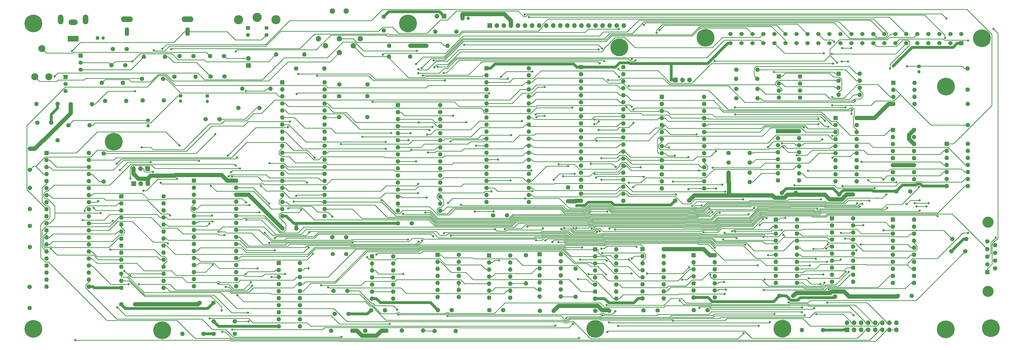
<source format=gbr>
G04 #@! TF.GenerationSoftware,KiCad,Pcbnew,(5.1.5)-3*
G04 #@! TF.CreationDate,2021-08-03T21:21:49-05:00*
G04 #@! TF.ProjectId,Vic2020mainboard,56696332-3032-4306-9d61-696e626f6172,rev?*
G04 #@! TF.SameCoordinates,Original*
G04 #@! TF.FileFunction,Copper,L1,Top*
G04 #@! TF.FilePolarity,Positive*
%FSLAX46Y46*%
G04 Gerber Fmt 4.6, Leading zero omitted, Abs format (unit mm)*
G04 Created by KiCad (PCBNEW (5.1.5)-3) date 2021-08-03 21:21:49*
%MOMM*%
%LPD*%
G04 APERTURE LIST*
%ADD10C,1.600000*%
%ADD11C,1.200000*%
%ADD12R,1.200000X1.200000*%
%ADD13C,1.524000*%
%ADD14R,1.524000X1.524000*%
%ADD15O,1.600000X1.600000*%
%ADD16R,1.600000X1.600000*%
%ADD17C,4.000000*%
%ADD18O,4.200000X2.100000*%
%ADD19O,1.550000X3.100000*%
%ADD20R,1.500000X1.500000*%
%ADD21C,1.500000*%
%ADD22C,6.400000*%
%ADD23C,2.540000*%
%ADD24C,1.950000*%
%ADD25O,1.700000X1.700000*%
%ADD26R,1.700000X1.700000*%
%ADD27O,2.000000X3.500000*%
%ADD28O,3.300000X2.000000*%
%ADD29R,4.000000X2.000000*%
%ADD30R,1.398000X1.398000*%
%ADD31C,1.398000*%
%ADD32C,3.306000*%
%ADD33C,0.800000*%
%ADD34C,1.000000*%
%ADD35C,0.250000*%
%ADD36C,1.500000*%
G04 APERTURE END LIST*
D10*
X103625000Y-127975000D03*
X108625000Y-127975000D03*
D11*
X360625000Y-110925000D03*
D12*
X360625000Y-108925000D03*
D13*
X375860000Y-97300000D03*
X371900000Y-97300000D03*
X367940000Y-97300000D03*
X363980000Y-97300000D03*
X360020000Y-97300000D03*
X356060000Y-97300000D03*
X352100000Y-97300000D03*
X348140000Y-97300000D03*
X344180000Y-97300000D03*
X340220000Y-97300000D03*
X336260000Y-97300000D03*
X332300000Y-97300000D03*
X328340000Y-97300000D03*
X324380000Y-97300000D03*
X320420000Y-97300000D03*
X316460000Y-97300000D03*
X312500000Y-97300000D03*
X308540000Y-97300000D03*
X304580000Y-97300000D03*
X300620000Y-97300000D03*
X296660000Y-97300000D03*
X292700000Y-97300000D03*
D14*
X375860000Y-100600000D03*
D13*
X371900000Y-100600000D03*
X367940000Y-100600000D03*
X363980000Y-100600000D03*
X360020000Y-100600000D03*
X356060000Y-100600000D03*
X352100000Y-100600000D03*
X348140000Y-100600000D03*
X344180000Y-100600000D03*
X340220000Y-100600000D03*
X336260000Y-100600000D03*
X332300000Y-100600000D03*
X328340000Y-100600000D03*
X324380000Y-100600000D03*
X320420000Y-100600000D03*
X316460000Y-100600000D03*
X312500000Y-100600000D03*
X308540000Y-100600000D03*
X304580000Y-100600000D03*
X300620000Y-100600000D03*
X296660000Y-100600000D03*
X292700000Y-100600000D03*
D15*
X123020000Y-123900000D03*
D10*
X115400000Y-123900000D03*
D15*
X299620000Y-150700000D03*
D10*
X292000000Y-150700000D03*
D15*
X299620000Y-147300000D03*
D10*
X292000000Y-147300000D03*
D15*
X299635000Y-143700000D03*
D10*
X292015000Y-143700000D03*
D15*
X299620000Y-140200000D03*
D10*
X292000000Y-140200000D03*
X149300000Y-170600000D03*
X154300000Y-170600000D03*
D15*
X231520000Y-176800000D03*
X223900000Y-192040000D03*
X231520000Y-179340000D03*
X223900000Y-189500000D03*
X231520000Y-181880000D03*
X223900000Y-186960000D03*
X231520000Y-184420000D03*
X223900000Y-184420000D03*
X231520000Y-186960000D03*
X223900000Y-181880000D03*
X231520000Y-189500000D03*
X223900000Y-179340000D03*
X231520000Y-192040000D03*
D16*
X223900000Y-176800000D03*
D17*
X385500000Y-165160000D03*
X385500000Y-190160000D03*
D10*
X388040000Y-173505000D03*
X388040000Y-176275000D03*
X388040000Y-179045000D03*
X388040000Y-181815000D03*
X385200000Y-172120000D03*
X385200000Y-174890000D03*
X385200000Y-177660000D03*
X385200000Y-180430000D03*
D16*
X385200000Y-183200000D03*
D15*
X378220000Y-136900000D03*
X370600000Y-152140000D03*
X378220000Y-139440000D03*
X370600000Y-149600000D03*
X378220000Y-141980000D03*
X370600000Y-147060000D03*
X378220000Y-144520000D03*
X370600000Y-144520000D03*
X378220000Y-147060000D03*
X370600000Y-141980000D03*
X378220000Y-149600000D03*
X370600000Y-139440000D03*
X378220000Y-152140000D03*
D16*
X370600000Y-136900000D03*
D15*
X194820000Y-176900000D03*
X187200000Y-192140000D03*
X194820000Y-179440000D03*
X187200000Y-189600000D03*
X194820000Y-181980000D03*
X187200000Y-187060000D03*
X194820000Y-184520000D03*
X187200000Y-184520000D03*
X194820000Y-187060000D03*
X187200000Y-181980000D03*
X194820000Y-189600000D03*
X187200000Y-179440000D03*
X194820000Y-192140000D03*
D16*
X187200000Y-176900000D03*
D15*
X95280000Y-205500000D03*
D10*
X102900000Y-205500000D03*
D15*
X114120000Y-201000000D03*
D10*
X106500000Y-201000000D03*
D15*
X114120000Y-205500000D03*
D10*
X106500000Y-205500000D03*
D15*
X318400000Y-204100000D03*
D10*
X326020000Y-204100000D03*
D18*
X97100000Y-91900000D03*
D19*
X97100000Y-96400000D03*
D18*
X75300000Y-91900000D03*
D19*
X75300000Y-96400000D03*
D15*
X137620000Y-179900000D03*
X130000000Y-202760000D03*
X137620000Y-182440000D03*
X130000000Y-200220000D03*
X137620000Y-184980000D03*
X130000000Y-197680000D03*
X137620000Y-187520000D03*
X130000000Y-195140000D03*
X137620000Y-190060000D03*
X130000000Y-192600000D03*
X137620000Y-192600000D03*
X130000000Y-190060000D03*
X137620000Y-195140000D03*
X130000000Y-187520000D03*
X137620000Y-197680000D03*
X130000000Y-184980000D03*
X137620000Y-200220000D03*
X130000000Y-182440000D03*
X137620000Y-202760000D03*
D16*
X130000000Y-179900000D03*
D10*
X154700000Y-190000000D03*
X149700000Y-190000000D03*
D20*
X53200000Y-112760000D03*
D21*
X53200000Y-117840000D03*
X53200000Y-115300000D03*
D20*
X58600000Y-105100000D03*
D21*
X58600000Y-110180000D03*
X58600000Y-107640000D03*
D15*
X126960000Y-117000000D03*
D10*
X116800000Y-117000000D03*
D15*
X139160000Y-104600000D03*
D10*
X129000000Y-104600000D03*
D15*
X146360000Y-109700000D03*
D10*
X136200000Y-109700000D03*
D15*
X161860000Y-127200000D03*
D10*
X151700000Y-127200000D03*
D15*
X161960000Y-115500000D03*
D10*
X151800000Y-115500000D03*
D15*
X161860000Y-119700000D03*
D10*
X151700000Y-119700000D03*
D15*
X66900000Y-140340000D03*
D10*
X66900000Y-150500000D03*
D15*
X236900000Y-192060000D03*
D10*
X236900000Y-181900000D03*
D15*
X219000000Y-187260000D03*
D10*
X219000000Y-177100000D03*
D11*
X94600000Y-121500000D03*
D12*
X94600000Y-119500000D03*
D11*
X82900000Y-130400000D03*
D12*
X82900000Y-128400000D03*
D11*
X198200000Y-91600000D03*
D12*
X196200000Y-91600000D03*
D11*
X104200000Y-121600000D03*
D12*
X104200000Y-119600000D03*
D10*
X167800000Y-91000000D03*
X167800000Y-96000000D03*
D15*
X283240000Y-120000000D03*
X268000000Y-153020000D03*
X283240000Y-122540000D03*
X268000000Y-150480000D03*
X283240000Y-125080000D03*
X268000000Y-147940000D03*
X283240000Y-127620000D03*
X268000000Y-145400000D03*
X283240000Y-130160000D03*
X268000000Y-142860000D03*
X283240000Y-132700000D03*
X268000000Y-140320000D03*
X283240000Y-135240000D03*
X268000000Y-137780000D03*
X283240000Y-137780000D03*
X268000000Y-135240000D03*
X283240000Y-140320000D03*
X268000000Y-132700000D03*
X283240000Y-142860000D03*
X268000000Y-130160000D03*
X283240000Y-145400000D03*
X268000000Y-127620000D03*
X283240000Y-147940000D03*
X268000000Y-125080000D03*
X283240000Y-150480000D03*
X268000000Y-122540000D03*
X283240000Y-153020000D03*
D16*
X268000000Y-120000000D03*
D22*
X311404000Y-203581000D03*
X176530000Y-93472000D03*
X370205000Y-203835000D03*
X41529000Y-93472000D03*
X41529000Y-203708000D03*
X370332000Y-116205000D03*
X252603000Y-102108000D03*
X70500000Y-136100000D03*
X88000000Y-204200000D03*
X386500000Y-203400000D03*
X383300000Y-98800000D03*
X283700000Y-98600000D03*
X243967000Y-203708000D03*
D15*
X359020000Y-114900000D03*
X351400000Y-122520000D03*
X359020000Y-117440000D03*
X351400000Y-119980000D03*
X359020000Y-119980000D03*
X351400000Y-117440000D03*
X359020000Y-122520000D03*
D16*
X351400000Y-114900000D03*
D15*
X317720000Y-112600000D03*
X310100000Y-120220000D03*
X317720000Y-115140000D03*
X310100000Y-117680000D03*
X317720000Y-117680000D03*
X310100000Y-115140000D03*
X317720000Y-120220000D03*
D16*
X310100000Y-112600000D03*
D15*
X339220000Y-111600000D03*
X331600000Y-119220000D03*
X339220000Y-114140000D03*
X331600000Y-116680000D03*
X339220000Y-116680000D03*
X331600000Y-114140000D03*
X339220000Y-119220000D03*
D16*
X331600000Y-111600000D03*
D21*
X149400000Y-176700000D03*
X154300000Y-176700000D03*
D15*
X254040000Y-109200000D03*
X238800000Y-157460000D03*
X254040000Y-111740000D03*
X238800000Y-154920000D03*
X254040000Y-114280000D03*
X238800000Y-152380000D03*
X254040000Y-116820000D03*
X238800000Y-149840000D03*
X254040000Y-119360000D03*
X238800000Y-147300000D03*
X254040000Y-121900000D03*
X238800000Y-144760000D03*
X254040000Y-124440000D03*
X238800000Y-142220000D03*
X254040000Y-126980000D03*
X238800000Y-139680000D03*
X254040000Y-129520000D03*
X238800000Y-137140000D03*
X254040000Y-132060000D03*
X238800000Y-134600000D03*
X254040000Y-134600000D03*
X238800000Y-132060000D03*
X254040000Y-137140000D03*
X238800000Y-129520000D03*
X254040000Y-139680000D03*
X238800000Y-126980000D03*
X254040000Y-142220000D03*
X238800000Y-124440000D03*
X254040000Y-144760000D03*
X238800000Y-121900000D03*
X254040000Y-147300000D03*
X238800000Y-119360000D03*
X254040000Y-149840000D03*
X238800000Y-116820000D03*
X254040000Y-152380000D03*
X238800000Y-114280000D03*
X254040000Y-154920000D03*
X238800000Y-111740000D03*
X254040000Y-157460000D03*
D16*
X238800000Y-109200000D03*
D15*
X220040000Y-109600000D03*
X204800000Y-157860000D03*
X220040000Y-112140000D03*
X204800000Y-155320000D03*
X220040000Y-114680000D03*
X204800000Y-152780000D03*
X220040000Y-117220000D03*
X204800000Y-150240000D03*
X220040000Y-119760000D03*
X204800000Y-147700000D03*
X220040000Y-122300000D03*
X204800000Y-145160000D03*
X220040000Y-124840000D03*
X204800000Y-142620000D03*
X220040000Y-127380000D03*
X204800000Y-140080000D03*
X220040000Y-129920000D03*
X204800000Y-137540000D03*
X220040000Y-132460000D03*
X204800000Y-135000000D03*
X220040000Y-135000000D03*
X204800000Y-132460000D03*
X220040000Y-137540000D03*
X204800000Y-129920000D03*
X220040000Y-140080000D03*
X204800000Y-127380000D03*
X220040000Y-142620000D03*
X204800000Y-124840000D03*
X220040000Y-145160000D03*
X204800000Y-122300000D03*
X220040000Y-147700000D03*
X204800000Y-119760000D03*
X220040000Y-150240000D03*
X204800000Y-117220000D03*
X220040000Y-152780000D03*
X204800000Y-114680000D03*
X220040000Y-155320000D03*
X204800000Y-112140000D03*
X220040000Y-157860000D03*
D16*
X204800000Y-109600000D03*
D15*
X146440000Y-114700000D03*
X131200000Y-162960000D03*
X146440000Y-117240000D03*
X131200000Y-160420000D03*
X146440000Y-119780000D03*
X131200000Y-157880000D03*
X146440000Y-122320000D03*
X131200000Y-155340000D03*
X146440000Y-124860000D03*
X131200000Y-152800000D03*
X146440000Y-127400000D03*
X131200000Y-150260000D03*
X146440000Y-129940000D03*
X131200000Y-147720000D03*
X146440000Y-132480000D03*
X131200000Y-145180000D03*
X146440000Y-135020000D03*
X131200000Y-142640000D03*
X146440000Y-137560000D03*
X131200000Y-140100000D03*
X146440000Y-140100000D03*
X131200000Y-137560000D03*
X146440000Y-142640000D03*
X131200000Y-135020000D03*
X146440000Y-145180000D03*
X131200000Y-132480000D03*
X146440000Y-147720000D03*
X131200000Y-129940000D03*
X146440000Y-150260000D03*
X131200000Y-127400000D03*
X146440000Y-152800000D03*
X131200000Y-124860000D03*
X146440000Y-155340000D03*
X131200000Y-122320000D03*
X146440000Y-157880000D03*
X131200000Y-119780000D03*
X146440000Y-160420000D03*
X131200000Y-117240000D03*
X146440000Y-162960000D03*
D16*
X131200000Y-114700000D03*
D15*
X358820000Y-164200000D03*
X351200000Y-187060000D03*
X358820000Y-166740000D03*
X351200000Y-184520000D03*
X358820000Y-169280000D03*
X351200000Y-181980000D03*
X358820000Y-171820000D03*
X351200000Y-179440000D03*
X358820000Y-174360000D03*
X351200000Y-176900000D03*
X358820000Y-176900000D03*
X351200000Y-174360000D03*
X358820000Y-179440000D03*
X351200000Y-171820000D03*
X358820000Y-181980000D03*
X351200000Y-169280000D03*
X358820000Y-184520000D03*
X351200000Y-166740000D03*
X358820000Y-187060000D03*
D16*
X351200000Y-164200000D03*
D15*
X188140000Y-122900000D03*
X172900000Y-161000000D03*
X188140000Y-125440000D03*
X172900000Y-158460000D03*
X188140000Y-127980000D03*
X172900000Y-155920000D03*
X188140000Y-130520000D03*
X172900000Y-153380000D03*
X188140000Y-133060000D03*
X172900000Y-150840000D03*
X188140000Y-135600000D03*
X172900000Y-148300000D03*
X188140000Y-138140000D03*
X172900000Y-145760000D03*
X188140000Y-140680000D03*
X172900000Y-143220000D03*
X188140000Y-143220000D03*
X172900000Y-140680000D03*
X188140000Y-145760000D03*
X172900000Y-138140000D03*
X188140000Y-148300000D03*
X172900000Y-135600000D03*
X188140000Y-150840000D03*
X172900000Y-133060000D03*
X188140000Y-153380000D03*
X172900000Y-130520000D03*
X188140000Y-155920000D03*
X172900000Y-127980000D03*
X188140000Y-158460000D03*
X172900000Y-125440000D03*
X188140000Y-161000000D03*
D16*
X172900000Y-122900000D03*
D15*
X336920000Y-163800000D03*
X329300000Y-186660000D03*
X336920000Y-166340000D03*
X329300000Y-184120000D03*
X336920000Y-168880000D03*
X329300000Y-181580000D03*
X336920000Y-171420000D03*
X329300000Y-179040000D03*
X336920000Y-173960000D03*
X329300000Y-176500000D03*
X336920000Y-176500000D03*
X329300000Y-173960000D03*
X336920000Y-179040000D03*
X329300000Y-171420000D03*
X336920000Y-181580000D03*
X329300000Y-168880000D03*
X336920000Y-184120000D03*
X329300000Y-166340000D03*
X336920000Y-186660000D03*
D16*
X329300000Y-163800000D03*
D15*
X338120000Y-127600000D03*
X330500000Y-150460000D03*
X338120000Y-130140000D03*
X330500000Y-147920000D03*
X338120000Y-132680000D03*
X330500000Y-145380000D03*
X338120000Y-135220000D03*
X330500000Y-142840000D03*
X338120000Y-137760000D03*
X330500000Y-140300000D03*
X338120000Y-140300000D03*
X330500000Y-137760000D03*
X338120000Y-142840000D03*
X330500000Y-135220000D03*
X338120000Y-145380000D03*
X330500000Y-132680000D03*
X338120000Y-147920000D03*
X330500000Y-130140000D03*
X338120000Y-150460000D03*
D16*
X330500000Y-127600000D03*
D15*
X316620000Y-164200000D03*
X309000000Y-187060000D03*
X316620000Y-166740000D03*
X309000000Y-184520000D03*
X316620000Y-169280000D03*
X309000000Y-181980000D03*
X316620000Y-171820000D03*
X309000000Y-179440000D03*
X316620000Y-174360000D03*
X309000000Y-176900000D03*
X316620000Y-176900000D03*
X309000000Y-174360000D03*
X316620000Y-179440000D03*
X309000000Y-171820000D03*
X316620000Y-181980000D03*
X309000000Y-169280000D03*
X316620000Y-184520000D03*
X309000000Y-166740000D03*
X316620000Y-187060000D03*
D16*
X309000000Y-164200000D03*
D15*
X88440000Y-155900000D03*
X73200000Y-188920000D03*
X88440000Y-158440000D03*
X73200000Y-186380000D03*
X88440000Y-160980000D03*
X73200000Y-183840000D03*
X88440000Y-163520000D03*
X73200000Y-181300000D03*
X88440000Y-166060000D03*
X73200000Y-178760000D03*
X88440000Y-168600000D03*
X73200000Y-176220000D03*
X88440000Y-171140000D03*
X73200000Y-173680000D03*
X88440000Y-173680000D03*
X73200000Y-171140000D03*
X88440000Y-176220000D03*
X73200000Y-168600000D03*
X88440000Y-178760000D03*
X73200000Y-166060000D03*
X88440000Y-181300000D03*
X73200000Y-163520000D03*
X88440000Y-183840000D03*
X73200000Y-160980000D03*
X88440000Y-186380000D03*
X73200000Y-158440000D03*
X88440000Y-188920000D03*
D16*
X73200000Y-155900000D03*
D15*
X114640000Y-150200000D03*
X99400000Y-188300000D03*
X114640000Y-152740000D03*
X99400000Y-185760000D03*
X114640000Y-155280000D03*
X99400000Y-183220000D03*
X114640000Y-157820000D03*
X99400000Y-180680000D03*
X114640000Y-160360000D03*
X99400000Y-178140000D03*
X114640000Y-162900000D03*
X99400000Y-175600000D03*
X114640000Y-165440000D03*
X99400000Y-173060000D03*
X114640000Y-167980000D03*
X99400000Y-170520000D03*
X114640000Y-170520000D03*
X99400000Y-167980000D03*
X114640000Y-173060000D03*
X99400000Y-165440000D03*
X114640000Y-175600000D03*
X99400000Y-162900000D03*
X114640000Y-178140000D03*
X99400000Y-160360000D03*
X114640000Y-180680000D03*
X99400000Y-157820000D03*
X114640000Y-183220000D03*
X99400000Y-155280000D03*
X114640000Y-185760000D03*
X99400000Y-152740000D03*
X114640000Y-188300000D03*
D16*
X99400000Y-150200000D03*
D15*
X213320000Y-177200000D03*
X205700000Y-192440000D03*
X213320000Y-179740000D03*
X205700000Y-189900000D03*
X213320000Y-182280000D03*
X205700000Y-187360000D03*
X213320000Y-184820000D03*
X205700000Y-184820000D03*
X213320000Y-187360000D03*
X205700000Y-182280000D03*
X213320000Y-189900000D03*
X205700000Y-179740000D03*
X213320000Y-192440000D03*
D16*
X205700000Y-177200000D03*
D15*
X358820000Y-131900000D03*
X351200000Y-149680000D03*
X358820000Y-134440000D03*
X351200000Y-147140000D03*
X358820000Y-136980000D03*
X351200000Y-144600000D03*
X358820000Y-139520000D03*
X351200000Y-142060000D03*
X358820000Y-142060000D03*
X351200000Y-139520000D03*
X358820000Y-144600000D03*
X351200000Y-136980000D03*
X358820000Y-147140000D03*
X351200000Y-134440000D03*
X358820000Y-149680000D03*
D16*
X351200000Y-131900000D03*
D15*
X61540000Y-140200000D03*
X46300000Y-188460000D03*
X61540000Y-142740000D03*
X46300000Y-185920000D03*
X61540000Y-145280000D03*
X46300000Y-183380000D03*
X61540000Y-147820000D03*
X46300000Y-180840000D03*
X61540000Y-150360000D03*
X46300000Y-178300000D03*
X61540000Y-152900000D03*
X46300000Y-175760000D03*
X61540000Y-155440000D03*
X46300000Y-173220000D03*
X61540000Y-157980000D03*
X46300000Y-170680000D03*
X61540000Y-160520000D03*
X46300000Y-168140000D03*
X61540000Y-163060000D03*
X46300000Y-165600000D03*
X61540000Y-165600000D03*
X46300000Y-163060000D03*
X61540000Y-168140000D03*
X46300000Y-160520000D03*
X61540000Y-170680000D03*
X46300000Y-157980000D03*
X61540000Y-173220000D03*
X46300000Y-155440000D03*
X61540000Y-175760000D03*
X46300000Y-152900000D03*
X61540000Y-178300000D03*
X46300000Y-150360000D03*
X61540000Y-180840000D03*
X46300000Y-147820000D03*
X61540000Y-183380000D03*
X46300000Y-145280000D03*
X61540000Y-185920000D03*
X46300000Y-142740000D03*
X61540000Y-188460000D03*
D16*
X46300000Y-140200000D03*
D15*
X268620000Y-174900000D03*
X261000000Y-192680000D03*
X268620000Y-177440000D03*
X261000000Y-190140000D03*
X268620000Y-179980000D03*
X261000000Y-187600000D03*
X268620000Y-182520000D03*
X261000000Y-185060000D03*
X268620000Y-185060000D03*
X261000000Y-182520000D03*
X268620000Y-187600000D03*
X261000000Y-179980000D03*
X268620000Y-190140000D03*
X261000000Y-177440000D03*
X268620000Y-192680000D03*
D16*
X261000000Y-174900000D03*
D15*
X317420000Y-132300000D03*
X309800000Y-150080000D03*
X317420000Y-134840000D03*
X309800000Y-147540000D03*
X317420000Y-137380000D03*
X309800000Y-145000000D03*
X317420000Y-139920000D03*
X309800000Y-142460000D03*
X317420000Y-142460000D03*
X309800000Y-139920000D03*
X317420000Y-145000000D03*
X309800000Y-137380000D03*
X317420000Y-147540000D03*
X309800000Y-134840000D03*
X317420000Y-150080000D03*
D16*
X309800000Y-132300000D03*
D15*
X287020000Y-177100000D03*
X279400000Y-192340000D03*
X287020000Y-179640000D03*
X279400000Y-189800000D03*
X287020000Y-182180000D03*
X279400000Y-187260000D03*
X287020000Y-184720000D03*
X279400000Y-184720000D03*
X287020000Y-187260000D03*
X279400000Y-182180000D03*
X287020000Y-189800000D03*
X279400000Y-179640000D03*
X287020000Y-192340000D03*
D16*
X279400000Y-177100000D03*
D15*
X251520000Y-175000000D03*
X243900000Y-192780000D03*
X251520000Y-177540000D03*
X243900000Y-190240000D03*
X251520000Y-180080000D03*
X243900000Y-187700000D03*
X251520000Y-182620000D03*
X243900000Y-185160000D03*
X251520000Y-185160000D03*
X243900000Y-182620000D03*
X251520000Y-187700000D03*
X243900000Y-180080000D03*
X251520000Y-190240000D03*
X243900000Y-177540000D03*
X251520000Y-192780000D03*
D16*
X243900000Y-175000000D03*
D15*
X171220000Y-177500000D03*
X163600000Y-192740000D03*
X171220000Y-180040000D03*
X163600000Y-190200000D03*
X171220000Y-182580000D03*
X163600000Y-187660000D03*
X171220000Y-185120000D03*
X163600000Y-185120000D03*
X171220000Y-187660000D03*
X163600000Y-182580000D03*
X171220000Y-190200000D03*
X163600000Y-180040000D03*
X171220000Y-192740000D03*
D16*
X163600000Y-177500000D03*
D23*
X44640000Y-102540000D03*
X47180000Y-112700000D03*
X42100000Y-112700000D03*
D15*
X169680000Y-105400000D03*
D10*
X177300000Y-105400000D03*
D15*
X169780000Y-101500000D03*
D10*
X177400000Y-101500000D03*
D15*
X190720000Y-101500000D03*
D10*
X183100000Y-101500000D03*
D15*
X186380000Y-96400000D03*
D10*
X194000000Y-96400000D03*
D15*
X40200000Y-196120000D03*
D10*
X40200000Y-188500000D03*
D15*
X50320000Y-122500000D03*
D10*
X42700000Y-122500000D03*
D15*
X75020000Y-121400000D03*
D10*
X67400000Y-121400000D03*
D15*
X100020000Y-112700000D03*
D10*
X92400000Y-112700000D03*
D15*
X61820000Y-130200000D03*
D10*
X54200000Y-130200000D03*
D15*
X89020000Y-105500000D03*
D10*
X81400000Y-105500000D03*
D15*
X88520000Y-121200000D03*
D10*
X80900000Y-121200000D03*
D15*
X88320000Y-113400000D03*
D10*
X80700000Y-113400000D03*
D15*
X62620000Y-122600000D03*
D10*
X55000000Y-122600000D03*
D15*
X302420000Y-117100000D03*
D10*
X294800000Y-117100000D03*
D15*
X302420000Y-120500000D03*
D10*
X294800000Y-120500000D03*
D15*
X302420000Y-110100000D03*
D10*
X294800000Y-110100000D03*
D15*
X294680000Y-113400000D03*
D10*
X302300000Y-113400000D03*
D15*
X40300000Y-160420000D03*
D10*
X40300000Y-152800000D03*
D15*
X40300000Y-174120000D03*
D10*
X40300000Y-166500000D03*
D15*
X40300000Y-138680000D03*
D10*
X40300000Y-146300000D03*
D15*
X73820000Y-114900000D03*
D10*
X66200000Y-114900000D03*
D15*
X378100000Y-109680000D03*
D10*
X378100000Y-117300000D03*
D15*
X156420000Y-204400000D03*
D10*
X148800000Y-204400000D03*
D15*
X181920000Y-204300000D03*
D10*
X174300000Y-204300000D03*
D15*
X168720000Y-204400000D03*
D10*
X161100000Y-204400000D03*
D15*
X193720000Y-204500000D03*
D10*
X186100000Y-204500000D03*
D15*
X378200000Y-130120000D03*
D10*
X378200000Y-122500000D03*
D24*
X151800000Y-99000000D03*
X146800000Y-101500000D03*
X144300000Y-99000000D03*
X156800000Y-101500000D03*
X159300000Y-99000000D03*
X154300000Y-89000000D03*
X149300000Y-89000000D03*
X151800000Y-104000000D03*
D25*
X352460000Y-201460000D03*
X352460000Y-204000000D03*
X349920000Y-201460000D03*
X349920000Y-204000000D03*
X347380000Y-201460000D03*
X347380000Y-204000000D03*
X344840000Y-201460000D03*
X344840000Y-204000000D03*
X342300000Y-201460000D03*
X342300000Y-204000000D03*
X339760000Y-201460000D03*
X339760000Y-204000000D03*
X337220000Y-201460000D03*
X337220000Y-204000000D03*
X334680000Y-201460000D03*
D26*
X334680000Y-204000000D03*
D27*
X51400000Y-92000000D03*
X60400000Y-92000000D03*
D28*
X55900000Y-93000000D03*
D29*
X55900000Y-99000000D03*
D25*
X186960000Y-90800000D03*
D26*
X189500000Y-90800000D03*
D25*
X254254000Y-94234000D03*
X251714000Y-94234000D03*
X249174000Y-94234000D03*
X246634000Y-94234000D03*
X244094000Y-94234000D03*
X241554000Y-94234000D03*
X239014000Y-94234000D03*
X236474000Y-94234000D03*
X233934000Y-94234000D03*
X231394000Y-94234000D03*
X228854000Y-94234000D03*
X226314000Y-94234000D03*
X223774000Y-94234000D03*
X221234000Y-94234000D03*
X218694000Y-94234000D03*
X216154000Y-94234000D03*
X213614000Y-94234000D03*
X211074000Y-94234000D03*
X208534000Y-94234000D03*
D26*
X205994000Y-94234000D03*
D30*
X118850000Y-95100000D03*
D31*
X118850000Y-97590000D03*
X125550000Y-95100000D03*
X125550000Y-97590000D03*
D32*
X122200000Y-91290000D03*
X128960000Y-92100000D03*
X115440000Y-92100000D03*
D25*
X119000000Y-106060000D03*
D26*
X119000000Y-108600000D03*
D25*
X277980000Y-113900000D03*
X275440000Y-113900000D03*
D26*
X272900000Y-113900000D03*
D25*
X77620000Y-145900000D03*
X80160000Y-145900000D03*
D26*
X82700000Y-145900000D03*
D25*
X82800000Y-151300000D03*
X80260000Y-151300000D03*
D26*
X77720000Y-151300000D03*
D10*
X372300000Y-175700000D03*
X377300000Y-175700000D03*
X377600000Y-171300000D03*
X372600000Y-171300000D03*
X205800000Y-196900000D03*
X210800000Y-196900000D03*
X331800000Y-155200000D03*
X336800000Y-155200000D03*
X163200000Y-197000000D03*
X168200000Y-197000000D03*
X50300000Y-135600000D03*
X45300000Y-135600000D03*
X272800000Y-157400000D03*
X277800000Y-157400000D03*
X207200000Y-162700000D03*
X212200000Y-162700000D03*
X311200000Y-154600000D03*
X316200000Y-154600000D03*
X310300000Y-191800000D03*
X315300000Y-191800000D03*
X99200000Y-105200000D03*
X94200000Y-105200000D03*
X358000000Y-191800000D03*
X353000000Y-191800000D03*
X224000000Y-197200000D03*
X229000000Y-197200000D03*
X234200000Y-152600000D03*
X234200000Y-157600000D03*
X330400000Y-192000000D03*
X335400000Y-192000000D03*
X244000000Y-197200000D03*
X249000000Y-197200000D03*
X136300000Y-167500000D03*
X131300000Y-167500000D03*
X279500000Y-196900000D03*
X284500000Y-196900000D03*
X187300000Y-196900000D03*
X192300000Y-196900000D03*
X261400000Y-197000000D03*
X266400000Y-197000000D03*
X75200000Y-102700000D03*
X70200000Y-102700000D03*
X106400000Y-194300000D03*
X101400000Y-194300000D03*
X73200000Y-194800000D03*
X78200000Y-194800000D03*
X352500000Y-154100000D03*
X357500000Y-154100000D03*
X172900000Y-165600000D03*
X177900000Y-165600000D03*
D11*
X66700000Y-98700000D03*
D12*
X64700000Y-98700000D03*
D10*
X48000000Y-129300000D03*
X43000000Y-129300000D03*
X74700000Y-108500000D03*
X69700000Y-108500000D03*
X110400000Y-112600000D03*
X105400000Y-112600000D03*
X110200000Y-105200000D03*
X105200000Y-105200000D03*
X155100000Y-198300000D03*
X150100000Y-198300000D03*
D33*
X237254500Y-159242900D03*
X351362500Y-108962500D03*
X174774600Y-162220400D03*
X301260700Y-159994100D03*
X306142400Y-138069800D03*
X325778600Y-135251500D03*
X329350800Y-123013900D03*
X356300000Y-108925000D03*
X105502100Y-152008400D03*
X339279100Y-159588900D03*
X347844800Y-168154600D03*
X313602300Y-194101900D03*
X247789300Y-184073300D03*
X165101500Y-176898900D03*
X149223500Y-163142200D03*
X84634000Y-147075400D03*
X118102400Y-117834400D03*
X55427400Y-103401100D03*
X249058300Y-167421500D03*
X56660800Y-207733200D03*
X222709000Y-171722300D03*
X298027300Y-173312500D03*
X304953500Y-185822500D03*
X325140200Y-187528600D03*
X327574300Y-194218400D03*
X221341600Y-153993800D03*
X232729700Y-167252600D03*
X245606000Y-168446700D03*
X271910400Y-200756600D03*
X248075300Y-195080300D03*
X248128400Y-179029500D03*
X238606200Y-178701500D03*
X222769100Y-127323800D03*
X225687700Y-126851400D03*
X94145400Y-137490300D03*
X115055500Y-191540300D03*
X337020400Y-198823800D03*
X274365000Y-193449100D03*
X90772600Y-162751500D03*
X105026400Y-199854600D03*
X229603500Y-202531800D03*
X248293600Y-204783000D03*
X244605600Y-168631100D03*
X231729300Y-167620600D03*
X213422700Y-150068300D03*
X230698600Y-172334600D03*
X321283300Y-180854600D03*
X323558300Y-198325600D03*
X185773600Y-106830600D03*
X302536300Y-180765300D03*
X47821100Y-174752100D03*
X80580900Y-138204000D03*
X337593900Y-121433000D03*
X255992600Y-115992700D03*
X65806700Y-161875400D03*
X212483400Y-113328700D03*
X137003700Y-111643000D03*
X114456000Y-144659300D03*
X336330100Y-126097900D03*
X336424900Y-124647200D03*
X205750000Y-118665700D03*
X136388300Y-118912500D03*
X115013600Y-141829600D03*
X71563700Y-144089000D03*
X286910900Y-106993900D03*
X329435600Y-141855800D03*
X331099000Y-107573700D03*
X220030900Y-91183100D03*
X234216300Y-144960400D03*
X87450400Y-150969400D03*
X247202200Y-107052400D03*
X189406300Y-111363200D03*
X189813700Y-114054000D03*
X143779900Y-112368300D03*
X116014900Y-145775000D03*
X76498100Y-149443800D03*
X261434900Y-94004800D03*
X246248000Y-149840000D03*
X167451600Y-104700000D03*
X110394300Y-169820600D03*
X91203100Y-102787000D03*
X93292800Y-149511600D03*
X81200800Y-153817100D03*
X63278800Y-160047700D03*
X336165900Y-102323600D03*
X332879400Y-102323600D03*
X332453900Y-169034800D03*
X323913000Y-160358800D03*
X59334100Y-164396000D03*
X179446100Y-108077100D03*
X133294700Y-130766500D03*
X111556600Y-141173800D03*
X104951100Y-165690900D03*
X333985400Y-171099700D03*
X332719200Y-107208000D03*
X334990900Y-107208000D03*
X257675900Y-152557500D03*
X289689800Y-151607700D03*
X294329900Y-123772500D03*
X334073600Y-123739200D03*
X71806100Y-195871000D03*
X169960600Y-201932400D03*
X172990000Y-198569300D03*
X251160400Y-197356200D03*
X329676100Y-107935300D03*
X252325300Y-109851000D03*
X257110800Y-178336000D03*
X152551100Y-206557300D03*
X246431100Y-176430600D03*
X327699400Y-173183400D03*
X322591700Y-174795100D03*
X322805800Y-196217700D03*
X281495600Y-196069600D03*
X60033200Y-161150000D03*
X329996100Y-100037800D03*
X266065600Y-96804700D03*
X256110400Y-178651200D03*
X76417600Y-184494300D03*
X262632800Y-183716600D03*
X277826200Y-181446900D03*
X282986900Y-168772400D03*
X304424500Y-164023900D03*
X311698400Y-138181700D03*
X267154900Y-95796600D03*
X236579700Y-147758100D03*
X229057500Y-149850200D03*
X311202200Y-136731000D03*
X243776300Y-147844100D03*
X237704300Y-185778400D03*
X179718500Y-103358600D03*
X49194100Y-112542900D03*
X186040000Y-109258600D03*
X370012800Y-98713000D03*
X84903700Y-103125600D03*
X83798100Y-143525100D03*
X72724500Y-146370300D03*
X64924100Y-157586400D03*
X364084300Y-158328000D03*
X359051200Y-158328000D03*
X126580500Y-172597100D03*
X118866700Y-197815500D03*
X318423600Y-197660200D03*
X246549800Y-198754900D03*
X235927300Y-201873400D03*
X113216000Y-203980000D03*
X109401200Y-197127000D03*
X338097900Y-175374600D03*
X339623100Y-173206300D03*
X342338900Y-150033700D03*
X352443500Y-150819300D03*
X318489800Y-195899100D03*
X70153900Y-164625000D03*
X89980400Y-172913400D03*
X329206300Y-104489100D03*
X109652000Y-204671100D03*
X238123300Y-206974800D03*
X252251300Y-202609100D03*
X302860700Y-202609100D03*
X327444300Y-179440000D03*
X297439600Y-205209200D03*
X74316300Y-182745700D03*
X378246900Y-99605200D03*
X378278500Y-169108700D03*
X360875900Y-157291600D03*
X356129200Y-158668100D03*
X306920200Y-201263300D03*
X248905400Y-201347000D03*
X69294800Y-175094600D03*
X326142400Y-184069900D03*
X350158700Y-109758000D03*
X359667300Y-159463600D03*
X363307900Y-159463600D03*
X328041800Y-189386800D03*
X326547200Y-187016200D03*
X233494600Y-199836700D03*
X308495500Y-198252100D03*
X118304200Y-164344600D03*
X118191300Y-158103000D03*
X326272600Y-104205700D03*
X312455200Y-163646300D03*
X297278700Y-156933500D03*
X225146900Y-167360700D03*
X344610600Y-152915900D03*
X315675100Y-151852700D03*
X209281800Y-178970300D03*
X207822900Y-167702800D03*
X207311000Y-161269500D03*
X200539000Y-161269500D03*
X180383000Y-129163600D03*
X181415700Y-109525700D03*
X257159500Y-106343700D03*
X187174000Y-109125700D03*
X134009500Y-128814600D03*
X261434600Y-148836900D03*
X244292900Y-149103000D03*
X243703600Y-129815300D03*
X245305900Y-128742600D03*
X246422300Y-102524600D03*
X196722200Y-101190400D03*
X290394700Y-186764900D03*
X260330900Y-145352800D03*
X230821200Y-144234500D03*
X252531900Y-112684500D03*
X235698300Y-123815200D03*
X388281300Y-170746500D03*
X370516900Y-91695400D03*
X218503000Y-90206800D03*
X225717000Y-116397000D03*
X367256000Y-162955700D03*
X251140700Y-167871800D03*
X387447600Y-95429700D03*
X221346100Y-110813800D03*
X209981500Y-112783900D03*
X174851200Y-183886100D03*
X88064500Y-102564600D03*
X78196200Y-117957100D03*
X248577900Y-113845000D03*
X308367600Y-110989200D03*
X257723400Y-124494700D03*
X257695700Y-129377400D03*
X245225900Y-131888100D03*
X256100400Y-150954100D03*
X258856000Y-174047700D03*
X246218500Y-174742900D03*
X257012300Y-183745400D03*
X132226000Y-183854600D03*
X75842500Y-187583000D03*
X79573300Y-187650000D03*
X311122000Y-168010000D03*
X294365300Y-168597700D03*
X290535200Y-191070000D03*
X278907900Y-159335500D03*
X325263900Y-156980800D03*
X329383300Y-120077600D03*
X287036000Y-174407000D03*
X228539400Y-172334600D03*
X145197100Y-187974600D03*
X340546900Y-166294300D03*
X335234800Y-183132300D03*
X285391400Y-184103400D03*
X241578100Y-183984900D03*
X140720700Y-181889400D03*
X339882000Y-143394700D03*
X290982600Y-189485300D03*
X273020600Y-155140200D03*
X161797600Y-177769800D03*
X156528900Y-172645500D03*
X108278900Y-168685900D03*
X101273900Y-143093600D03*
X181563600Y-171773700D03*
X320661100Y-146650000D03*
X133355800Y-160155500D03*
X299217600Y-162263500D03*
X123056900Y-161658000D03*
X347811500Y-149735300D03*
X180407300Y-172228700D03*
X190895900Y-158258400D03*
X185553500Y-170278200D03*
X124893300Y-168941800D03*
X282296800Y-159162600D03*
X218722600Y-156590000D03*
X290041000Y-171399300D03*
X113120200Y-148783300D03*
X106209100Y-180608200D03*
X160123100Y-134327600D03*
X140108500Y-150863600D03*
X290547700Y-169048000D03*
X293364900Y-168497400D03*
X217586000Y-128708700D03*
X183360700Y-133602300D03*
X180159200Y-151342700D03*
X122308000Y-181870500D03*
X333033400Y-152118800D03*
X332363100Y-178635900D03*
X257132600Y-123506300D03*
X163778800Y-121764900D03*
X246174500Y-142075300D03*
X248350200Y-161334700D03*
X166924300Y-157175000D03*
X142246900Y-176561200D03*
X294349200Y-126321500D03*
X287458200Y-139531600D03*
X138121400Y-160708300D03*
X324363300Y-127954800D03*
X222475100Y-126316700D03*
X213694700Y-133730000D03*
X152303900Y-136951100D03*
X272595700Y-141194700D03*
X288820700Y-161796600D03*
X140672000Y-174336500D03*
X324363300Y-129801200D03*
X280501900Y-133536600D03*
X244457400Y-135788000D03*
X245594000Y-107835500D03*
X181905900Y-112273100D03*
X177751400Y-139137700D03*
X135365800Y-157737600D03*
X119975700Y-186888000D03*
X108169900Y-187354200D03*
X270467100Y-138264400D03*
X286127400Y-161450300D03*
X319062100Y-130978900D03*
X327184800Y-174744200D03*
X334215900Y-183039900D03*
X320842300Y-185415300D03*
X319441600Y-198793800D03*
X190709300Y-199028400D03*
X176555600Y-171422700D03*
X285176700Y-160307900D03*
X182751900Y-161682600D03*
X179411500Y-143220000D03*
X136205500Y-155653800D03*
X120370600Y-188130200D03*
X110862500Y-188570300D03*
X304585300Y-170524900D03*
X286303300Y-145514600D03*
X140998900Y-168846200D03*
X311779800Y-169702800D03*
X128537000Y-170954100D03*
X128530400Y-175359000D03*
X111950400Y-148674600D03*
X106078800Y-164957100D03*
X329365900Y-134007500D03*
X112805900Y-147164300D03*
X105941300Y-162830900D03*
X327949400Y-130710800D03*
X243696700Y-128208900D03*
X245159700Y-102825500D03*
X180229900Y-109976000D03*
X176716700Y-135600000D03*
X239282300Y-174313900D03*
X232392000Y-148602500D03*
X281336200Y-146577200D03*
X255190400Y-123573100D03*
X258513800Y-106792500D03*
X180268500Y-111433100D03*
X177463000Y-133060000D03*
X326733900Y-128589900D03*
X126634000Y-143936500D03*
X119372400Y-158973600D03*
X277526600Y-141717000D03*
X306215900Y-177101200D03*
X271909300Y-150494900D03*
X183736400Y-140030000D03*
X180171100Y-154650000D03*
X123545400Y-152024900D03*
X287496300Y-153020000D03*
X277524800Y-153323600D03*
X220856200Y-146524000D03*
X323386200Y-178383400D03*
X225990800Y-171770200D03*
X170432700Y-132972800D03*
X340218700Y-158582800D03*
X183244100Y-156248100D03*
X189506400Y-169186100D03*
X168462300Y-136225700D03*
X303190100Y-166271000D03*
X290797000Y-154125400D03*
X168462300Y-138702700D03*
X191868100Y-136074700D03*
X304653100Y-189634000D03*
X294926000Y-170949000D03*
X191947000Y-170057900D03*
X348786300Y-155179600D03*
X195553100Y-158901500D03*
X201079300Y-137540000D03*
X185369000Y-130792700D03*
X338316000Y-158429100D03*
X208931800Y-142547600D03*
X197484600Y-129119900D03*
X349133800Y-159976100D03*
X219554900Y-166802300D03*
X206569700Y-154050000D03*
X192788000Y-126703600D03*
X342715200Y-157357400D03*
X184228600Y-131954500D03*
X172654100Y-196738400D03*
X77202000Y-107135600D03*
X275271400Y-185916800D03*
X251374400Y-145283200D03*
X242438200Y-144081700D03*
X252496600Y-95520600D03*
X114423800Y-103520600D03*
X107056500Y-133409700D03*
X360618000Y-152481300D03*
X211404400Y-167702900D03*
X126455700Y-158500500D03*
X117911500Y-183967800D03*
X127336000Y-184979900D03*
X119124400Y-200980400D03*
X236125300Y-167277900D03*
X305751600Y-163668800D03*
X316587400Y-141078500D03*
X242686300Y-167438100D03*
X360833700Y-161018800D03*
X237125700Y-167252600D03*
X147742200Y-188688900D03*
X142893400Y-141919000D03*
D34*
X136300000Y-165600000D02*
X136300000Y-167500000D01*
X132700300Y-162960000D02*
X135340300Y-165600000D01*
X135340300Y-165600000D02*
X136300000Y-165600000D01*
X172900000Y-165600000D02*
X136300000Y-165600000D01*
X272800000Y-157400000D02*
X271212100Y-158987900D01*
X271212100Y-158987900D02*
X250744000Y-158987900D01*
X250744000Y-158987900D02*
X249739000Y-157982900D01*
X249739000Y-157982900D02*
X241438100Y-157982900D01*
X241438100Y-157982900D02*
X240288100Y-159132900D01*
X240288100Y-159132900D02*
X237364500Y-159132900D01*
X237364500Y-159132900D02*
X237254500Y-159242900D01*
X330400000Y-192000000D02*
X330002600Y-192397400D01*
X330002600Y-192397400D02*
X317807400Y-192397400D01*
X317807400Y-192397400D02*
X316861400Y-193343400D01*
X316861400Y-193343400D02*
X314399900Y-193343400D01*
X314399900Y-193343400D02*
X312856500Y-191800000D01*
X312856500Y-191800000D02*
X310300000Y-191800000D01*
X310300000Y-191800000D02*
X308258200Y-193841800D01*
X308258200Y-193841800D02*
X286111200Y-193841800D01*
X286111200Y-193841800D02*
X284609400Y-192340000D01*
X284609400Y-192340000D02*
X280900300Y-192340000D01*
X369099700Y-152140000D02*
X361832900Y-152140000D01*
X361832900Y-152140000D02*
X361073900Y-151381000D01*
X361073900Y-151381000D02*
X359964300Y-151381000D01*
X359964300Y-151381000D02*
X359525500Y-151819800D01*
X359525500Y-151819800D02*
X354696400Y-151819800D01*
X354696400Y-151819800D02*
X352500000Y-154016200D01*
X292700000Y-100600000D02*
X291748800Y-100600000D01*
X291748800Y-100600000D02*
X284451700Y-107897100D01*
X284451700Y-107897100D02*
X271349700Y-107897100D01*
X240300300Y-109200000D02*
X251297500Y-109200000D01*
X251297500Y-109200000D02*
X252797800Y-107699700D01*
X252797800Y-107699700D02*
X256322600Y-107699700D01*
X256322600Y-107699700D02*
X256520000Y-107897100D01*
X256520000Y-107897100D02*
X271349700Y-107897100D01*
X238800000Y-109200000D02*
X237299700Y-109200000D01*
X204800000Y-109600000D02*
X206300300Y-109600000D01*
X206300300Y-109600000D02*
X207823500Y-108076800D01*
X207823500Y-108076800D02*
X236176500Y-108076800D01*
X236176500Y-108076800D02*
X237299700Y-109200000D01*
X259499700Y-192680000D02*
X257856200Y-194323500D01*
X257856200Y-194323500D02*
X248874600Y-194323500D01*
X248874600Y-194323500D02*
X247331100Y-192780000D01*
X247331100Y-192780000D02*
X245400300Y-192780000D01*
X167800000Y-91000000D02*
X169584800Y-89215200D01*
X169584800Y-89215200D02*
X187915200Y-89215200D01*
X187915200Y-89215200D02*
X189500000Y-90800000D01*
X131200000Y-162960000D02*
X132700300Y-162960000D01*
X106400000Y-194300000D02*
X104399200Y-196300800D01*
X104399200Y-196300800D02*
X74700800Y-196300800D01*
X74700800Y-196300800D02*
X73200000Y-194800000D01*
X61540000Y-188460000D02*
X63040300Y-188460000D01*
X73200000Y-188920000D02*
X63500300Y-188920000D01*
X63500300Y-188920000D02*
X63040300Y-188460000D01*
X50320000Y-122500000D02*
X50320000Y-124000300D01*
X50320000Y-124000300D02*
X48000000Y-126320300D01*
X48000000Y-126320300D02*
X48000000Y-129300000D01*
X331800000Y-155200000D02*
X333325200Y-153674800D01*
X333325200Y-153674800D02*
X343813500Y-153674800D01*
X343813500Y-153674800D02*
X344154900Y-154016200D01*
X344154900Y-154016200D02*
X352500000Y-154016200D01*
X352500000Y-154016200D02*
X352500000Y-154100000D01*
X370600000Y-152140000D02*
X369099700Y-152140000D01*
X351300000Y-108900000D02*
X358137700Y-102062300D01*
X358137700Y-102062300D02*
X372935400Y-102062300D01*
X372935400Y-102062300D02*
X374397700Y-100600000D01*
X311200000Y-154600000D02*
X312743000Y-153057000D01*
X312743000Y-153057000D02*
X329657000Y-153057000D01*
X329657000Y-153057000D02*
X331800000Y-155200000D01*
X271349700Y-113900000D02*
X271349700Y-107897100D01*
X106500000Y-205500000D02*
X102900000Y-205500000D01*
X377600000Y-171300000D02*
X376700000Y-171300000D01*
X376700000Y-171300000D02*
X372300000Y-175700000D01*
X279400000Y-192340000D02*
X280900300Y-192340000D01*
X163600000Y-192740000D02*
X165100300Y-192740000D01*
X165100300Y-192740000D02*
X166600600Y-194240300D01*
X166600600Y-194240300D02*
X184640300Y-194240300D01*
X184640300Y-194240300D02*
X187300000Y-196900000D01*
X243900000Y-192780000D02*
X245400300Y-192780000D01*
X261000000Y-192680000D02*
X259499700Y-192680000D01*
X375860000Y-100600000D02*
X374397700Y-100600000D01*
X155100000Y-198300000D02*
X161900000Y-198300000D01*
X161900000Y-198300000D02*
X163200000Y-197000000D01*
X130000000Y-202760000D02*
X108260000Y-202760000D01*
X108260000Y-202760000D02*
X106500000Y-201000000D01*
X272900000Y-113900000D02*
X271349700Y-113900000D01*
X238800000Y-109200000D02*
X240300300Y-109200000D01*
X334680000Y-204000000D02*
X333129700Y-204000000D01*
X333129700Y-204000000D02*
X333029700Y-204100000D01*
X333029700Y-204100000D02*
X326020000Y-204100000D01*
D35*
X301260700Y-159994100D02*
X300650300Y-160604500D01*
X300650300Y-160604500D02*
X285905900Y-160604500D01*
X285905900Y-160604500D02*
X284326500Y-162183900D01*
X284326500Y-162183900D02*
X280906700Y-162183900D01*
X280906700Y-162183900D02*
X280327900Y-162762700D01*
X280327900Y-162762700D02*
X277487800Y-162762700D01*
X277487800Y-162762700D02*
X277359300Y-162634200D01*
X277359300Y-162634200D02*
X242412300Y-162634200D01*
X242412300Y-162634200D02*
X241936200Y-163110300D01*
X241936200Y-163110300D02*
X240587700Y-163110300D01*
X240587700Y-163110300D02*
X240427500Y-163270500D01*
X240427500Y-163270500D02*
X214656200Y-163270500D01*
X214656200Y-163270500D02*
X213200700Y-164726000D01*
X213200700Y-164726000D02*
X186900000Y-164726000D01*
X186900000Y-164726000D02*
X184581900Y-162407900D01*
X184581900Y-162407900D02*
X174962100Y-162407900D01*
X174962100Y-162407900D02*
X174774600Y-162220400D01*
X351400000Y-117440000D02*
X352525300Y-117440000D01*
X353887800Y-119083800D02*
X351611500Y-121360100D01*
X351611500Y-121360100D02*
X344954700Y-121360100D01*
X344954700Y-121360100D02*
X343300900Y-123013900D01*
X343300900Y-123013900D02*
X329350800Y-123013900D01*
X378200000Y-130120000D02*
X364924000Y-130120000D01*
X364924000Y-130120000D02*
X353887800Y-119083800D01*
X352525300Y-117440000D02*
X352525300Y-117721300D01*
X352525300Y-117721300D02*
X353887800Y-119083800D01*
X306142400Y-138069800D02*
X308246800Y-135965400D01*
X308246800Y-135965400D02*
X325064700Y-135965400D01*
X325064700Y-135965400D02*
X325778600Y-135251500D01*
X378100000Y-109680000D02*
X376974700Y-109680000D01*
X356300000Y-108900000D02*
X376194700Y-108900000D01*
X376194700Y-108900000D02*
X376974700Y-109680000D01*
X119000000Y-106060000D02*
X111060000Y-106060000D01*
X111060000Y-106060000D02*
X110200000Y-105200000D01*
X105502100Y-152008400D02*
X107503700Y-154010000D01*
X107503700Y-154010000D02*
X120939500Y-154010000D01*
X120939500Y-154010000D02*
X127349500Y-160420000D01*
X127349500Y-160420000D02*
X131200000Y-160420000D01*
X90145300Y-105500000D02*
X92171000Y-107525700D01*
X92171000Y-107525700D02*
X100325700Y-107525700D01*
X100325700Y-107525700D02*
X105400000Y-112600000D01*
X89020000Y-105500000D02*
X90145300Y-105500000D01*
X81400000Y-105500000D02*
X76720000Y-110180000D01*
X76720000Y-110180000D02*
X58600000Y-110180000D01*
X132325300Y-157880000D02*
X132743100Y-157880000D01*
X132743100Y-157880000D02*
X133868400Y-159005300D01*
X133868400Y-159005300D02*
X164619900Y-159005300D01*
X164619900Y-159005300D02*
X169017000Y-163402400D01*
X169017000Y-163402400D02*
X184302600Y-163402400D01*
X184302600Y-163402400D02*
X186526800Y-165626600D01*
X186526800Y-165626600D02*
X213573900Y-165626600D01*
X213573900Y-165626600D02*
X215029400Y-164171100D01*
X215029400Y-164171100D02*
X240800700Y-164171100D01*
X240800700Y-164171100D02*
X240960900Y-164010900D01*
X240960900Y-164010900D02*
X242309400Y-164010900D01*
X242309400Y-164010900D02*
X242785500Y-163534800D01*
X242785500Y-163534800D02*
X276986100Y-163534800D01*
X276986100Y-163534800D02*
X277114600Y-163663300D01*
X277114600Y-163663300D02*
X280701100Y-163663300D01*
X280701100Y-163663300D02*
X281270700Y-163093700D01*
X281270700Y-163093700D02*
X285509800Y-163093700D01*
X285509800Y-163093700D02*
X287532100Y-161071400D01*
X287532100Y-161071400D02*
X287532100Y-161071300D01*
X287532100Y-161071300D02*
X301209500Y-161071300D01*
X301209500Y-161071300D02*
X302584600Y-159696200D01*
X302584600Y-159696200D02*
X306544500Y-159696200D01*
X306544500Y-159696200D02*
X306594600Y-159746300D01*
X306594600Y-159746300D02*
X314332400Y-159746300D01*
X314332400Y-159746300D02*
X314466400Y-159612300D01*
X314466400Y-159612300D02*
X326370400Y-159612300D01*
X326370400Y-159612300D02*
X326624500Y-159866400D01*
X326624500Y-159866400D02*
X339001600Y-159866400D01*
X339001600Y-159866400D02*
X339279100Y-159588900D01*
X131200000Y-157880000D02*
X132325300Y-157880000D01*
X372600000Y-171300000D02*
X369454600Y-168154600D01*
X369454600Y-168154600D02*
X347844800Y-168154600D01*
X131200000Y-155340000D02*
X131200000Y-156465300D01*
X247789300Y-184073300D02*
X244921400Y-181205400D01*
X244921400Y-181205400D02*
X242302600Y-181205400D01*
X242302600Y-181205400D02*
X241161100Y-180063900D01*
X241161100Y-180063900D02*
X236375400Y-180063900D01*
X236375400Y-180063900D02*
X231986100Y-175674600D01*
X231986100Y-175674600D02*
X181839900Y-175674600D01*
X181839900Y-175674600D02*
X181139900Y-176374600D01*
X181139900Y-176374600D02*
X165625800Y-176374600D01*
X165625800Y-176374600D02*
X165101500Y-176898900D01*
X313602300Y-194101900D02*
X313725600Y-194225200D01*
X313725600Y-194225200D02*
X320660900Y-194225200D01*
X320660900Y-194225200D02*
X321439300Y-193446800D01*
X321439300Y-193446800D02*
X359553200Y-193446800D01*
X359553200Y-193446800D02*
X377300000Y-175700000D01*
X131200000Y-156465300D02*
X130918700Y-156465300D01*
X130918700Y-156465300D02*
X130041300Y-157342700D01*
X130041300Y-157342700D02*
X130041300Y-158342600D01*
X130041300Y-158342600D02*
X130929100Y-159230400D01*
X130929100Y-159230400D02*
X133456600Y-159230400D01*
X133456600Y-159230400D02*
X133681900Y-159455700D01*
X133681900Y-159455700D02*
X141905700Y-159455700D01*
X141905700Y-159455700D02*
X143995400Y-161545400D01*
X143995400Y-161545400D02*
X147626700Y-161545400D01*
X147626700Y-161545400D02*
X149223500Y-163142200D01*
X80160000Y-145900000D02*
X81335300Y-145900000D01*
X81335300Y-145900000D02*
X81335300Y-146708000D01*
X81335300Y-146708000D02*
X81702700Y-147075400D01*
X81702700Y-147075400D02*
X84634000Y-147075400D01*
X126960000Y-117000000D02*
X125834700Y-117000000D01*
X125834700Y-117000000D02*
X125000300Y-117834400D01*
X125000300Y-117834400D02*
X118102400Y-117834400D01*
X89445300Y-113400000D02*
X94605000Y-118559700D01*
X94605000Y-118559700D02*
X128854400Y-118559700D01*
X128854400Y-118559700D02*
X130074700Y-119780000D01*
X88320000Y-113400000D02*
X89445300Y-113400000D01*
X131200000Y-119780000D02*
X130074700Y-119780000D01*
X95999700Y-96400000D02*
X92074300Y-100325400D01*
X92074300Y-100325400D02*
X58503100Y-100325400D01*
X58503100Y-100325400D02*
X55427400Y-103401100D01*
X97100000Y-96400000D02*
X95999700Y-96400000D01*
X97100000Y-96400000D02*
X111290000Y-96400000D01*
X111290000Y-96400000D02*
X114290000Y-99400000D01*
X123740000Y-99400000D02*
X125550000Y-97590000D01*
X114290000Y-99400000D02*
X123740000Y-99400000D01*
X249058300Y-167421500D02*
X249333400Y-167146400D01*
X249333400Y-167146400D02*
X275502500Y-167146400D01*
X275502500Y-167146400D02*
X275621800Y-167265700D01*
X275621800Y-167265700D02*
X282193900Y-167265700D01*
X282193900Y-167265700D02*
X282313200Y-167146400D01*
X282313200Y-167146400D02*
X287715500Y-167146400D01*
X287715500Y-167146400D02*
X289038800Y-165823100D01*
X289038800Y-165823100D02*
X300279100Y-165823100D01*
X300279100Y-165823100D02*
X303704200Y-162398000D01*
X303704200Y-162398000D02*
X305424900Y-162398000D01*
X305424900Y-162398000D02*
X305497500Y-162470600D01*
X305497500Y-162470600D02*
X321959400Y-162470600D01*
X321959400Y-162470600D02*
X322374100Y-162885300D01*
X322374100Y-162885300D02*
X326906500Y-162885300D01*
X326906500Y-162885300D02*
X327568200Y-162223600D01*
X327568200Y-162223600D02*
X372533600Y-162223600D01*
X372533600Y-162223600D02*
X385200000Y-174890000D01*
X56660800Y-207733200D02*
X112368100Y-207733200D01*
X112368100Y-207733200D02*
X112659900Y-208025000D01*
X112659900Y-208025000D02*
X151719300Y-208025000D01*
X151719300Y-208025000D02*
X151877700Y-208183400D01*
X151877700Y-208183400D02*
X344928600Y-208183400D01*
X344928600Y-208183400D02*
X348744700Y-204367300D01*
X348744700Y-204367300D02*
X348744700Y-204000000D01*
X47425300Y-142740000D02*
X49965300Y-145280000D01*
X49965300Y-145280000D02*
X61540000Y-145280000D01*
X349920000Y-204000000D02*
X348744700Y-204000000D01*
X352460000Y-204000000D02*
X349920000Y-204000000D01*
X46300000Y-142740000D02*
X47425300Y-142740000D01*
X298027300Y-173312500D02*
X297740100Y-173025300D01*
X297740100Y-173025300D02*
X286928100Y-173025300D01*
X286928100Y-173025300D02*
X285652000Y-171749200D01*
X285652000Y-171749200D02*
X281486200Y-171749200D01*
X281486200Y-171749200D02*
X281212700Y-171475700D01*
X281212700Y-171475700D02*
X247265100Y-171475700D01*
X247265100Y-171475700D02*
X246966000Y-171774800D01*
X246966000Y-171774800D02*
X234007200Y-171774800D01*
X234007200Y-171774800D02*
X232941100Y-170708700D01*
X232941100Y-170708700D02*
X225827500Y-170708700D01*
X225827500Y-170708700D02*
X224813900Y-171722300D01*
X224813900Y-171722300D02*
X222709000Y-171722300D01*
X304953500Y-185822500D02*
X320004800Y-185822500D01*
X320004800Y-185822500D02*
X321710900Y-187528600D01*
X321710900Y-187528600D02*
X325140200Y-187528600D01*
X349920000Y-201460000D02*
X348744700Y-201460000D01*
X348744700Y-201460000D02*
X348744700Y-201092700D01*
X348744700Y-201092700D02*
X341870400Y-194218400D01*
X341870400Y-194218400D02*
X327574300Y-194218400D01*
X232729700Y-167252600D02*
X235048300Y-167252600D01*
X235048300Y-167252600D02*
X236409400Y-168613700D01*
X236409400Y-168613700D02*
X243438700Y-168613700D01*
X243438700Y-168613700D02*
X244185600Y-167866800D01*
X244185600Y-167866800D02*
X245026100Y-167866800D01*
X245026100Y-167866800D02*
X245606000Y-168446700D01*
X346204700Y-201460000D02*
X346204700Y-201827300D01*
X346204700Y-201827300D02*
X345373900Y-202658100D01*
X345373900Y-202658100D02*
X321469900Y-202658100D01*
X321469900Y-202658100D02*
X318806900Y-199995100D01*
X318806900Y-199995100D02*
X291418700Y-199995100D01*
X291418700Y-199995100D02*
X290657200Y-200756600D01*
X290657200Y-200756600D02*
X271910400Y-200756600D01*
X347380000Y-201460000D02*
X346204700Y-201460000D01*
X221341600Y-153993800D02*
X208736300Y-153993800D01*
X208736300Y-153993800D02*
X207522500Y-152780000D01*
X207522500Y-152780000D02*
X204800000Y-152780000D01*
X46300000Y-151485300D02*
X46018700Y-151485300D01*
X46018700Y-151485300D02*
X44697400Y-152806600D01*
X44697400Y-152806600D02*
X44697400Y-157998400D01*
X44697400Y-157998400D02*
X45949000Y-159250000D01*
X45949000Y-159250000D02*
X46656600Y-159250000D01*
X46656600Y-159250000D02*
X47455900Y-160049300D01*
X47455900Y-160049300D02*
X47455900Y-163543600D01*
X47455900Y-163543600D02*
X46669500Y-164330000D01*
X46669500Y-164330000D02*
X45913400Y-164330000D01*
X45913400Y-164330000D02*
X44227100Y-166016300D01*
X44227100Y-166016300D02*
X44227100Y-177845300D01*
X44227100Y-177845300D02*
X45951800Y-179570000D01*
X45951800Y-179570000D02*
X46951100Y-179570000D01*
X46951100Y-179570000D02*
X68055800Y-200674700D01*
X68055800Y-200674700D02*
X93331600Y-200674700D01*
X93331600Y-200674700D02*
X99770300Y-207113400D01*
X99770300Y-207113400D02*
X112385200Y-207113400D01*
X112385200Y-207113400D02*
X112846500Y-207574700D01*
X112846500Y-207574700D02*
X151905900Y-207574700D01*
X151905900Y-207574700D02*
X152064100Y-207732900D01*
X152064100Y-207732900D02*
X342839100Y-207732900D01*
X342839100Y-207732900D02*
X346204700Y-204367300D01*
X346204700Y-204367300D02*
X346204700Y-204000000D01*
X347380000Y-204000000D02*
X346204700Y-204000000D01*
X46300000Y-150360000D02*
X46300000Y-151485300D01*
X248075300Y-195080300D02*
X248155000Y-195160000D01*
X248155000Y-195160000D02*
X268767600Y-195160000D01*
X268767600Y-195160000D02*
X271226400Y-192701200D01*
X271226400Y-192701200D02*
X275077300Y-192701200D01*
X275077300Y-192701200D02*
X276799900Y-194423800D01*
X276799900Y-194423800D02*
X285526000Y-194423800D01*
X285526000Y-194423800D02*
X285962800Y-194860600D01*
X285962800Y-194860600D02*
X313955700Y-194860600D01*
X313955700Y-194860600D02*
X314140700Y-194675600D01*
X314140700Y-194675600D02*
X320642800Y-194675600D01*
X320642800Y-194675600D02*
X320986200Y-195019000D01*
X320986200Y-195019000D02*
X337591000Y-195019000D01*
X337591000Y-195019000D02*
X343664700Y-201092700D01*
X343664700Y-201092700D02*
X343664700Y-201460000D01*
X248128400Y-179029500D02*
X247800400Y-178701500D01*
X247800400Y-178701500D02*
X238606200Y-178701500D01*
X225687700Y-126851400D02*
X223241500Y-126851400D01*
X223241500Y-126851400D02*
X222769100Y-127323800D01*
X344840000Y-201460000D02*
X343664700Y-201460000D01*
X115055500Y-191540300D02*
X117385200Y-193870000D01*
X117385200Y-193870000D02*
X161233100Y-193870000D01*
X161233100Y-193870000D02*
X162848300Y-195485200D01*
X162848300Y-195485200D02*
X163485200Y-195485200D01*
X163485200Y-195485200D02*
X168601000Y-200601000D01*
X168601000Y-200601000D02*
X232596300Y-200601000D01*
X232596300Y-200601000D02*
X233007600Y-201012300D01*
X233007600Y-201012300D02*
X233981700Y-201012300D01*
X233981700Y-201012300D02*
X234831700Y-200162300D01*
X234831700Y-200162300D02*
X245571500Y-200162300D01*
X245571500Y-200162300D02*
X245846300Y-200437100D01*
X245846300Y-200437100D02*
X271203900Y-200437100D01*
X271203900Y-200437100D02*
X271635100Y-200005900D01*
X271635100Y-200005900D02*
X288633200Y-200005900D01*
X288633200Y-200005900D02*
X289094400Y-199544700D01*
X289094400Y-199544700D02*
X321274300Y-199544700D01*
X321274300Y-199544700D02*
X323259100Y-197559900D01*
X323259100Y-197559900D02*
X335756500Y-197559900D01*
X335756500Y-197559900D02*
X337020400Y-198823800D01*
X94145400Y-137490300D02*
X89227600Y-132572500D01*
X89227600Y-132572500D02*
X64567500Y-132572500D01*
X64567500Y-132572500D02*
X56940000Y-140200000D01*
X56940000Y-140200000D02*
X46300000Y-140200000D01*
X274365000Y-193449100D02*
X275790000Y-194874100D01*
X275790000Y-194874100D02*
X285339400Y-194874100D01*
X285339400Y-194874100D02*
X285778700Y-195313400D01*
X285778700Y-195313400D02*
X314139800Y-195313400D01*
X314139800Y-195313400D02*
X314317200Y-195136000D01*
X314317200Y-195136000D02*
X320428100Y-195136000D01*
X320428100Y-195136000D02*
X320761400Y-195469300D01*
X320761400Y-195469300D02*
X335518500Y-195469300D01*
X335518500Y-195469300D02*
X341124700Y-201075500D01*
X341124700Y-201075500D02*
X341124700Y-201460000D01*
X342300000Y-201460000D02*
X341124700Y-201460000D01*
X47425300Y-155440000D02*
X48550600Y-156565300D01*
X48550600Y-156565300D02*
X66852100Y-156565300D01*
X66852100Y-156565300D02*
X67541400Y-157254600D01*
X67541400Y-157254600D02*
X82604200Y-157254600D01*
X82604200Y-157254600D02*
X87599600Y-162250000D01*
X87599600Y-162250000D02*
X90271100Y-162250000D01*
X90271100Y-162250000D02*
X90772600Y-162751500D01*
X229603500Y-202531800D02*
X229424100Y-202711200D01*
X229424100Y-202711200D02*
X141457800Y-202711200D01*
X141457800Y-202711200D02*
X140236600Y-201490000D01*
X140236600Y-201490000D02*
X120659800Y-201490000D01*
X120659800Y-201490000D02*
X119024400Y-199854600D01*
X119024400Y-199854600D02*
X105026400Y-199854600D01*
X341124700Y-204000000D02*
X341124700Y-204367300D01*
X341124700Y-204367300D02*
X338380600Y-207111400D01*
X338380600Y-207111400D02*
X300367600Y-207111400D01*
X300367600Y-207111400D02*
X297740100Y-204483900D01*
X297740100Y-204483900D02*
X248592700Y-204483900D01*
X248592700Y-204483900D02*
X248293600Y-204783000D01*
X342300000Y-204000000D02*
X341124700Y-204000000D01*
X46300000Y-155440000D02*
X47425300Y-155440000D01*
X231729300Y-167620600D02*
X232086600Y-167977900D01*
X232086600Y-167977900D02*
X235024000Y-167977900D01*
X235024000Y-167977900D02*
X236110100Y-169064000D01*
X236110100Y-169064000D02*
X244172700Y-169064000D01*
X244172700Y-169064000D02*
X244605600Y-168631100D01*
X205925300Y-150240000D02*
X206097000Y-150068300D01*
X206097000Y-150068300D02*
X213422700Y-150068300D01*
X204800000Y-150240000D02*
X205925300Y-150240000D01*
X321283300Y-180854600D02*
X305603000Y-180854600D01*
X305603000Y-180854600D02*
X303512100Y-178763700D01*
X303512100Y-178763700D02*
X290346500Y-178763700D01*
X290346500Y-178763700D02*
X284682900Y-173100100D01*
X284682900Y-173100100D02*
X280926400Y-173100100D01*
X280926400Y-173100100D02*
X280652900Y-172826600D01*
X280652900Y-172826600D02*
X247824900Y-172826600D01*
X247824900Y-172826600D02*
X247519500Y-173132000D01*
X247519500Y-173132000D02*
X233453700Y-173132000D01*
X233453700Y-173132000D02*
X232656300Y-172334600D01*
X232656300Y-172334600D02*
X230698600Y-172334600D01*
X337220000Y-201460000D02*
X336044700Y-201460000D01*
X336044700Y-201460000D02*
X336044700Y-201092700D01*
X336044700Y-201092700D02*
X333277600Y-198325600D01*
X333277600Y-198325600D02*
X323558300Y-198325600D01*
X185773600Y-106830600D02*
X185965300Y-106638900D01*
X185965300Y-106638900D02*
X189740000Y-106638900D01*
X189740000Y-106638900D02*
X196396700Y-99982200D01*
X196396700Y-99982200D02*
X247868200Y-99982200D01*
X247868200Y-99982200D02*
X249870100Y-97980300D01*
X249870100Y-97980300D02*
X278898000Y-97980300D01*
X278898000Y-97980300D02*
X281836400Y-95041900D01*
X281836400Y-95041900D02*
X298361900Y-95041900D01*
X298361900Y-95041900D02*
X300620000Y-97300000D01*
X151800000Y-104000000D02*
X148475000Y-107325000D01*
X148475000Y-107325000D02*
X133230500Y-107325000D01*
X133230500Y-107325000D02*
X126317600Y-114237900D01*
X126317600Y-114237900D02*
X91715700Y-114237900D01*
X91715700Y-114237900D02*
X89291000Y-111813200D01*
X89291000Y-111813200D02*
X86509900Y-111813200D01*
X86509900Y-111813200D02*
X83797700Y-114525400D01*
X83797700Y-114525400D02*
X76790100Y-114525400D01*
X76790100Y-114525400D02*
X76002400Y-113737700D01*
X76002400Y-113737700D02*
X67362300Y-113737700D01*
X67362300Y-113737700D02*
X66200000Y-114900000D01*
X302536300Y-180765300D02*
X279400000Y-180765300D01*
X279400000Y-179640000D02*
X279400000Y-180765300D01*
X220040000Y-114680000D02*
X218914700Y-114680000D01*
X46300000Y-160520000D02*
X39164700Y-153384700D01*
X39164700Y-153384700D02*
X39164700Y-130310400D01*
X39164700Y-130310400D02*
X53064400Y-116410700D01*
X53064400Y-116410700D02*
X82587700Y-116410700D01*
X82587700Y-116410700D02*
X86734800Y-112263600D01*
X86734800Y-112263600D02*
X88945800Y-112263600D01*
X88945800Y-112263600D02*
X92507600Y-115825400D01*
X92507600Y-115825400D02*
X146765400Y-115825400D01*
X146765400Y-115825400D02*
X147565400Y-116625400D01*
X147565400Y-116625400D02*
X183056900Y-116625400D01*
X183056900Y-116625400D02*
X183877000Y-115805300D01*
X183877000Y-115805300D02*
X217789400Y-115805300D01*
X217789400Y-115805300D02*
X218914700Y-114680000D01*
X254040000Y-114987300D02*
X254040000Y-115067200D01*
X254040000Y-115067200D02*
X256472300Y-117499500D01*
X256472300Y-117499500D02*
X284852100Y-117499500D01*
X284852100Y-117499500D02*
X291871800Y-124519200D01*
X291871800Y-124519200D02*
X335218200Y-124519200D01*
X335218200Y-124519200D02*
X335815500Y-123921900D01*
X335815500Y-123921900D02*
X336725400Y-123921900D01*
X336725400Y-123921900D02*
X337184300Y-124380800D01*
X337184300Y-124380800D02*
X337184300Y-126925300D01*
X337184300Y-126925300D02*
X336994700Y-127114900D01*
X336994700Y-127114900D02*
X336994700Y-130710800D01*
X336994700Y-130710800D02*
X337838600Y-131554700D01*
X337838600Y-131554700D02*
X338120000Y-131554700D01*
X221165300Y-114680000D02*
X222690600Y-113154700D01*
X222690600Y-113154700D02*
X246736300Y-113154700D01*
X246736300Y-113154700D02*
X248568900Y-114987300D01*
X248568900Y-114987300D02*
X254040000Y-114987300D01*
X338120000Y-132680000D02*
X338120000Y-131554700D01*
X220040000Y-114680000D02*
X221165300Y-114680000D01*
X254040000Y-114280000D02*
X254040000Y-114987300D01*
X73200000Y-178760000D02*
X64952700Y-178760000D01*
X64952700Y-178760000D02*
X63222700Y-177030000D01*
X63222700Y-177030000D02*
X50099000Y-177030000D01*
X50099000Y-177030000D02*
X47821100Y-174752100D01*
X80580900Y-138204000D02*
X80592500Y-138215600D01*
X118338200Y-128589500D02*
X120935300Y-125992400D01*
X120935300Y-125992400D02*
X123681000Y-125992400D01*
X123681000Y-125992400D02*
X128643400Y-121030000D01*
X128643400Y-121030000D02*
X213201600Y-121030000D01*
X213201600Y-121030000D02*
X217011600Y-117220000D01*
X217011600Y-117220000D02*
X220040000Y-117220000D01*
X252914700Y-116820000D02*
X251766400Y-115671700D01*
X251766400Y-115671700D02*
X222713600Y-115671700D01*
X222713600Y-115671700D02*
X221165300Y-117220000D01*
X255992600Y-115992700D02*
X291992800Y-115992700D01*
X291992800Y-115992700D02*
X297877000Y-121876900D01*
X297877000Y-121876900D02*
X337150000Y-121876900D01*
X337150000Y-121876900D02*
X337593900Y-121433000D01*
X220040000Y-117220000D02*
X221165300Y-117220000D01*
X254040000Y-116820000D02*
X252914700Y-116820000D01*
X110639500Y-128589500D02*
X118338200Y-128589500D01*
X110639500Y-128589500D02*
X110600000Y-128550000D01*
X110639500Y-128589500D02*
X110385500Y-128589500D01*
X110385500Y-128589500D02*
X109275000Y-129700000D01*
X109275000Y-129700000D02*
X105000000Y-129700000D01*
X97425000Y-137275000D02*
X97425000Y-137300000D01*
X105000000Y-129700000D02*
X97425000Y-137275000D01*
X97425000Y-137300000D02*
X96600000Y-138125000D01*
X96600000Y-138125000D02*
X96575000Y-138125000D01*
X96575000Y-138125000D02*
X95725000Y-138975000D01*
X95725000Y-138975000D02*
X84650000Y-138975000D01*
X83879000Y-138204000D02*
X80580900Y-138204000D01*
X84650000Y-138975000D02*
X83879000Y-138204000D01*
X137003700Y-111643000D02*
X162822900Y-111643000D01*
X162822900Y-111643000D02*
X164682800Y-113502900D01*
X164682800Y-113502900D02*
X182975600Y-113502900D01*
X182975600Y-113502900D02*
X183149800Y-113328700D01*
X183149800Y-113328700D02*
X209500600Y-113328700D01*
X209500600Y-113328700D02*
X209681100Y-113509200D01*
X209681100Y-113509200D02*
X212302900Y-113509200D01*
X212302900Y-113509200D02*
X212483400Y-113328700D01*
X336330100Y-124969500D02*
X336330100Y-124742000D01*
X336330100Y-124742000D02*
X336424900Y-124647200D01*
X336330100Y-126097900D02*
X336330100Y-124969500D01*
X255165300Y-119360000D02*
X257075300Y-121270000D01*
X257075300Y-121270000D02*
X286550200Y-121270000D01*
X286550200Y-121270000D02*
X290249700Y-124969500D01*
X290249700Y-124969500D02*
X336330100Y-124969500D01*
X49277600Y-161875400D02*
X49277600Y-159360100D01*
X49277600Y-159360100D02*
X46627500Y-156710000D01*
X46627500Y-156710000D02*
X45901000Y-156710000D01*
X45901000Y-156710000D02*
X45168900Y-155977900D01*
X45168900Y-155977900D02*
X45168900Y-154923200D01*
X45168900Y-154923200D02*
X46066800Y-154025300D01*
X46066800Y-154025300D02*
X46766200Y-154025300D01*
X46766200Y-154025300D02*
X49016700Y-151774800D01*
X49016700Y-151774800D02*
X49016700Y-151774700D01*
X49016700Y-151774700D02*
X69066400Y-151774700D01*
X69066400Y-151774700D02*
X76590600Y-144250500D01*
X76590600Y-144250500D02*
X114047200Y-144250500D01*
X114047200Y-144250500D02*
X114456000Y-144659300D01*
X49277600Y-161875400D02*
X65806700Y-161875400D01*
X47425300Y-165600000D02*
X49277600Y-163747700D01*
X49277600Y-163747700D02*
X49277600Y-161875400D01*
X220602700Y-119760000D02*
X220040000Y-119760000D01*
X220602700Y-119760000D02*
X221165300Y-119760000D01*
X254040000Y-119360000D02*
X252914700Y-119360000D01*
X221165300Y-119760000D02*
X222690600Y-118234700D01*
X222690600Y-118234700D02*
X251789400Y-118234700D01*
X251789400Y-118234700D02*
X252914700Y-119360000D01*
X46300000Y-165600000D02*
X47425300Y-165600000D01*
X254040000Y-119360000D02*
X255165300Y-119360000D01*
X115013600Y-141829600D02*
X114493700Y-142349500D01*
X114493700Y-142349500D02*
X73303200Y-142349500D01*
X73303200Y-142349500D02*
X71563700Y-144089000D01*
X136388300Y-118912500D02*
X136810500Y-118490300D01*
X136810500Y-118490300D02*
X205574600Y-118490300D01*
X205574600Y-118490300D02*
X205750000Y-118665700D01*
X328481000Y-104955700D02*
X328481000Y-102866800D01*
X328481000Y-102866800D02*
X332006200Y-99341600D01*
X332006200Y-99341600D02*
X349150200Y-99341600D01*
X349150200Y-99341600D02*
X350050800Y-98441000D01*
X350050800Y-98441000D02*
X358879000Y-98441000D01*
X358879000Y-98441000D02*
X360020000Y-97300000D01*
X328481000Y-104955700D02*
X331099000Y-107573700D01*
X286910900Y-106993900D02*
X326442800Y-106993900D01*
X326442800Y-106993900D02*
X328481000Y-104955700D01*
X254040000Y-121900000D02*
X252914700Y-121900000D01*
X220040000Y-122300000D02*
X221165300Y-122300000D01*
X221165300Y-122300000D02*
X222690600Y-120774700D01*
X222690600Y-120774700D02*
X251789400Y-120774700D01*
X251789400Y-120774700D02*
X252914700Y-121900000D01*
X72637400Y-171140000D02*
X73200000Y-171140000D01*
X72074700Y-171140000D02*
X68858300Y-174356400D01*
X68858300Y-174356400D02*
X48451200Y-174356400D01*
X48451200Y-174356400D02*
X48121600Y-174026800D01*
X48121600Y-174026800D02*
X47520700Y-174026800D01*
X47520700Y-174026800D02*
X47191100Y-174356400D01*
X47191100Y-174356400D02*
X45827700Y-174356400D01*
X45827700Y-174356400D02*
X45174700Y-173703400D01*
X45174700Y-173703400D02*
X45174700Y-170109200D01*
X45174700Y-170109200D02*
X46018600Y-169265300D01*
X46018600Y-169265300D02*
X46300000Y-169265300D01*
X329435600Y-141855800D02*
X329866100Y-141425300D01*
X329866100Y-141425300D02*
X335869400Y-141425300D01*
X335869400Y-141425300D02*
X336994700Y-140300000D01*
X338120000Y-140300000D02*
X336994700Y-140300000D01*
X72637400Y-171140000D02*
X72074700Y-171140000D01*
X46300000Y-168140000D02*
X46300000Y-169265300D01*
X221165300Y-150240000D02*
X226444800Y-144960500D01*
X226444800Y-144960500D02*
X234216300Y-144960500D01*
X234216300Y-144960500D02*
X234216300Y-144960400D01*
X218914700Y-150240000D02*
X217789400Y-149114700D01*
X217789400Y-149114700D02*
X189265300Y-149114700D01*
X189265300Y-149114700D02*
X188665400Y-149714600D01*
X188665400Y-149714600D02*
X149135500Y-149714600D01*
X149135500Y-149714600D02*
X147232900Y-151617200D01*
X147232900Y-151617200D02*
X124656000Y-151617200D01*
X124656000Y-151617200D02*
X124323800Y-151285000D01*
X124323800Y-151285000D02*
X123259600Y-151285000D01*
X123259600Y-151285000D02*
X123199400Y-151345200D01*
X123199400Y-151345200D02*
X105864700Y-151345200D01*
X105864700Y-151345200D02*
X105802600Y-151283100D01*
X105802600Y-151283100D02*
X105201700Y-151283100D01*
X105201700Y-151283100D02*
X105139600Y-151345200D01*
X105139600Y-151345200D02*
X87826200Y-151345200D01*
X87826200Y-151345200D02*
X87450400Y-150969400D01*
X356060000Y-97300000D02*
X349943100Y-91183100D01*
X349943100Y-91183100D02*
X220030900Y-91183100D01*
X220040000Y-150240000D02*
X221165300Y-150240000D01*
X219477400Y-150240000D02*
X220040000Y-150240000D01*
X219477400Y-150240000D02*
X218914700Y-150240000D01*
X73200000Y-168600000D02*
X72074700Y-168600000D01*
X46300000Y-170680000D02*
X47425300Y-170680000D01*
X47425300Y-170680000D02*
X48657900Y-169447400D01*
X48657900Y-169447400D02*
X71227300Y-169447400D01*
X71227300Y-169447400D02*
X72074700Y-168600000D01*
X189406300Y-111363200D02*
X190363000Y-111363200D01*
X190363000Y-111363200D02*
X194957000Y-106769200D01*
X194957000Y-106769200D02*
X246919000Y-106769200D01*
X246919000Y-106769200D02*
X247202200Y-107052400D01*
X143779900Y-112368300D02*
X162274400Y-112368300D01*
X162274400Y-112368300D02*
X163960100Y-114054000D01*
X163960100Y-114054000D02*
X189813700Y-114054000D01*
X261434900Y-94004800D02*
X262199000Y-93240700D01*
X262199000Y-93240700D02*
X330003500Y-93240700D01*
X330003500Y-93240700D02*
X335654100Y-98891300D01*
X335654100Y-98891300D02*
X348870300Y-98891300D01*
X348870300Y-98891300D02*
X350461600Y-97300000D01*
X350461600Y-97300000D02*
X352100000Y-97300000D01*
X76498100Y-149443800D02*
X76408600Y-149354300D01*
X76408600Y-149354300D02*
X76408600Y-145391700D01*
X76408600Y-145391700D02*
X77099500Y-144700800D01*
X77099500Y-144700800D02*
X84344400Y-144700800D01*
X84344400Y-144700800D02*
X85418600Y-145775000D01*
X85418600Y-145775000D02*
X116014900Y-145775000D01*
X254040000Y-149840000D02*
X246248000Y-149840000D01*
X47425300Y-173220000D02*
X48550600Y-172094700D01*
X48550600Y-172094700D02*
X70181500Y-172094700D01*
X70181500Y-172094700D02*
X72406200Y-169870000D01*
X72406200Y-169870000D02*
X73521600Y-169870000D01*
X73521600Y-169870000D02*
X74325300Y-169066300D01*
X74325300Y-169066300D02*
X74325300Y-168029200D01*
X74325300Y-168029200D02*
X73481400Y-167185300D01*
X73481400Y-167185300D02*
X73200000Y-167185300D01*
X73200000Y-166060000D02*
X73200000Y-167185300D01*
X46300000Y-173220000D02*
X47425300Y-173220000D01*
X73200000Y-163520000D02*
X84099800Y-163520000D01*
X84099800Y-163520000D02*
X87885000Y-167305200D01*
X87885000Y-167305200D02*
X93307000Y-167305200D01*
X93307000Y-167305200D02*
X95396400Y-169394600D01*
X95396400Y-169394600D02*
X107961900Y-169394600D01*
X107961900Y-169394600D02*
X108387900Y-169820600D01*
X108387900Y-169820600D02*
X110394300Y-169820600D01*
X167451600Y-104700000D02*
X167913500Y-104238100D01*
X167913500Y-104238100D02*
X190127000Y-104238100D01*
X190127000Y-104238100D02*
X196426400Y-97938700D01*
X196426400Y-97938700D02*
X245491400Y-97938700D01*
X245491400Y-97938700D02*
X246913600Y-96516500D01*
X246913600Y-96516500D02*
X255429400Y-96516500D01*
X255429400Y-96516500D02*
X259664000Y-92281900D01*
X259664000Y-92281900D02*
X343121900Y-92281900D01*
X343121900Y-92281900D02*
X348140000Y-97300000D01*
X72637400Y-163520000D02*
X73200000Y-163520000D01*
X72637400Y-163520000D02*
X72074700Y-163520000D01*
X72074700Y-163520000D02*
X72074700Y-163730200D01*
X72074700Y-163730200D02*
X68989400Y-166815500D01*
X68989400Y-166815500D02*
X46026400Y-166815500D01*
X46026400Y-166815500D02*
X44677500Y-168164400D01*
X44677500Y-168164400D02*
X44677500Y-174137500D01*
X44677500Y-174137500D02*
X46300000Y-175760000D01*
X344180000Y-97300000D02*
X345320900Y-98440900D01*
X345320900Y-98440900D02*
X348599300Y-98440900D01*
X348599300Y-98440900D02*
X349247200Y-97793000D01*
X349247200Y-97793000D02*
X349247200Y-96841100D01*
X349247200Y-96841100D02*
X344237600Y-91831500D01*
X344237600Y-91831500D02*
X226957700Y-91831500D01*
X226957700Y-91831500D02*
X225044000Y-93745200D01*
X225044000Y-93745200D02*
X225044000Y-94628200D01*
X225044000Y-94628200D02*
X223486500Y-96185700D01*
X223486500Y-96185700D02*
X196127000Y-96185700D01*
X196127000Y-96185700D02*
X194778100Y-97534600D01*
X194778100Y-97534600D02*
X169813800Y-97534600D01*
X169813800Y-97534600D02*
X169518100Y-97238900D01*
X169518100Y-97238900D02*
X142862100Y-97238900D01*
X142862100Y-97238900D02*
X137570900Y-102530100D01*
X137570900Y-102530100D02*
X91460000Y-102530100D01*
X91460000Y-102530100D02*
X91203100Y-102787000D01*
X81200800Y-153817100D02*
X82269100Y-153817100D01*
X82269100Y-153817100D02*
X86379900Y-149706300D01*
X86379900Y-149706300D02*
X93098100Y-149706300D01*
X93098100Y-149706300D02*
X93292800Y-149511600D01*
X73200000Y-160980000D02*
X64211100Y-160980000D01*
X64211100Y-160980000D02*
X63278800Y-160047700D01*
X89565300Y-163520000D02*
X90088100Y-164042800D01*
X90088100Y-164042800D02*
X116804900Y-164042800D01*
X116804900Y-164042800D02*
X117228400Y-163619300D01*
X117228400Y-163619300D02*
X124951200Y-163619300D01*
X124951200Y-163619300D02*
X130428100Y-169096200D01*
X130428100Y-169096200D02*
X136926400Y-169096200D01*
X136926400Y-169096200D02*
X139045100Y-166977500D01*
X139045100Y-166977500D02*
X214893400Y-166977500D01*
X214893400Y-166977500D02*
X216244300Y-165626600D01*
X216244300Y-165626600D02*
X241255900Y-165626600D01*
X241255900Y-165626600D02*
X241520700Y-165361800D01*
X241520700Y-165361800D02*
X242869200Y-165361800D01*
X242869200Y-165361800D02*
X243336100Y-164894900D01*
X243336100Y-164894900D02*
X276435500Y-164894900D01*
X276435500Y-164894900D02*
X276554800Y-165014200D01*
X276554800Y-165014200D02*
X281260900Y-165014200D01*
X281260900Y-165014200D02*
X281380200Y-164894900D01*
X281380200Y-164894900D02*
X286782500Y-164894900D01*
X286782500Y-164894900D02*
X288105900Y-163571500D01*
X288105900Y-163571500D02*
X299346200Y-163571500D01*
X299346200Y-163571500D02*
X302771200Y-160146500D01*
X302771200Y-160146500D02*
X306357900Y-160146500D01*
X306357900Y-160146500D02*
X306430500Y-160219100D01*
X306430500Y-160219100D02*
X323773300Y-160219100D01*
X323773300Y-160219100D02*
X323913000Y-160358800D01*
X335794700Y-168880000D02*
X335639900Y-169034800D01*
X335639900Y-169034800D02*
X332453900Y-169034800D01*
X332879400Y-102323600D02*
X336165900Y-102323600D01*
X88440000Y-163520000D02*
X89565300Y-163520000D01*
X336920000Y-168880000D02*
X335794700Y-168880000D01*
X87877400Y-163520000D02*
X88440000Y-163520000D01*
X87877400Y-163520000D02*
X87314700Y-163520000D01*
X59334100Y-164396000D02*
X67021700Y-164396000D01*
X67021700Y-164396000D02*
X69079100Y-162338600D01*
X69079100Y-162338600D02*
X86133300Y-162338600D01*
X86133300Y-162338600D02*
X87314700Y-163520000D01*
X179446100Y-108077100D02*
X181960400Y-105562800D01*
X181960400Y-105562800D02*
X189542200Y-105562800D01*
X189542200Y-105562800D02*
X196182400Y-98922600D01*
X196182400Y-98922600D02*
X247335700Y-98922600D01*
X247335700Y-98922600D02*
X249178700Y-97079600D01*
X249178700Y-97079600D02*
X257334100Y-97079600D01*
X257334100Y-97079600D02*
X261623300Y-92790400D01*
X261623300Y-92790400D02*
X331750400Y-92790400D01*
X331750400Y-92790400D02*
X336260000Y-97300000D01*
X133294700Y-130766500D02*
X132995800Y-131065400D01*
X132995800Y-131065400D02*
X121665000Y-131065400D01*
X121665000Y-131065400D02*
X111556600Y-141173800D01*
X88440000Y-166060000D02*
X89565300Y-166060000D01*
X89565300Y-166060000D02*
X90089800Y-166584500D01*
X90089800Y-166584500D02*
X104057500Y-166584500D01*
X104057500Y-166584500D02*
X104951100Y-165690900D01*
X332719200Y-107208000D02*
X334990900Y-107208000D01*
X336920000Y-171420000D02*
X335794700Y-171420000D01*
X333985400Y-171099700D02*
X335474400Y-171099700D01*
X335474400Y-171099700D02*
X335794700Y-171420000D01*
X89565300Y-173680000D02*
X92625600Y-176740300D01*
X92625600Y-176740300D02*
X140405200Y-176740300D01*
X140405200Y-176740300D02*
X142874100Y-174271400D01*
X142874100Y-174271400D02*
X157202600Y-174271400D01*
X157202600Y-174271400D02*
X157458500Y-174015500D01*
X157458500Y-174015500D02*
X179677600Y-174015500D01*
X179677600Y-174015500D02*
X180288700Y-173404400D01*
X180288700Y-173404400D02*
X233089200Y-173404400D01*
X233089200Y-173404400D02*
X233268500Y-173583700D01*
X233268500Y-173583700D02*
X247704700Y-173583700D01*
X247704700Y-173583700D02*
X247984300Y-173304100D01*
X247984300Y-173304100D02*
X260529400Y-173304100D01*
X260529400Y-173304100D02*
X261000000Y-173774700D01*
X294329900Y-123772500D02*
X334040300Y-123772500D01*
X334040300Y-123772500D02*
X334073600Y-123739200D01*
X257675900Y-152557500D02*
X258625700Y-151607700D01*
X258625700Y-151607700D02*
X289689800Y-151607700D01*
X261000000Y-174900000D02*
X261000000Y-173774700D01*
X88440000Y-173680000D02*
X89565300Y-173680000D01*
X251160400Y-197356200D02*
X250155700Y-198360900D01*
X250155700Y-198360900D02*
X247181600Y-198360900D01*
X247181600Y-198360900D02*
X246850300Y-198029600D01*
X246850300Y-198029600D02*
X246242800Y-198029600D01*
X246242800Y-198029600D02*
X245728000Y-198544400D01*
X245728000Y-198544400D02*
X191251100Y-198544400D01*
X191251100Y-198544400D02*
X191009800Y-198303100D01*
X191009800Y-198303100D02*
X190408900Y-198303100D01*
X190408900Y-198303100D02*
X190142800Y-198569200D01*
X190142800Y-198569200D02*
X172990000Y-198569200D01*
X172990000Y-198569200D02*
X172990000Y-198569300D01*
X257110800Y-178336000D02*
X258006800Y-177440000D01*
X258006800Y-177440000D02*
X261000000Y-177440000D01*
X169960600Y-201932400D02*
X151812400Y-201932400D01*
X151812400Y-201932400D02*
X148810000Y-198930000D01*
X148810000Y-198930000D02*
X74865100Y-198930000D01*
X74865100Y-198930000D02*
X71806100Y-195871000D01*
X252325300Y-109851000D02*
X252944300Y-110470000D01*
X252944300Y-110470000D02*
X266521400Y-110470000D01*
X266521400Y-110470000D02*
X271143500Y-115092100D01*
X271143500Y-115092100D02*
X278677200Y-115092100D01*
X278677200Y-115092100D02*
X285834000Y-107935300D01*
X285834000Y-107935300D02*
X329676100Y-107935300D01*
X261000000Y-179980000D02*
X261000000Y-178854700D01*
X61540000Y-185920000D02*
X61540000Y-187045300D01*
X152551100Y-206557300D02*
X152434400Y-206674000D01*
X152434400Y-206674000D02*
X113635900Y-206674000D01*
X113635900Y-206674000D02*
X110902800Y-203940900D01*
X110902800Y-203940900D02*
X106065500Y-203940900D01*
X106065500Y-203940900D02*
X102280700Y-200156100D01*
X102280700Y-200156100D02*
X71633800Y-200156100D01*
X71633800Y-200156100D02*
X60414700Y-188937000D01*
X60414700Y-188937000D02*
X60414700Y-187889200D01*
X60414700Y-187889200D02*
X61258600Y-187045300D01*
X61258600Y-187045300D02*
X61540000Y-187045300D01*
X261000000Y-178854700D02*
X261281300Y-178854700D01*
X261281300Y-178854700D02*
X262142400Y-177993600D01*
X262142400Y-177993600D02*
X262142400Y-176921800D01*
X262142400Y-176921800D02*
X261490600Y-176270000D01*
X261490600Y-176270000D02*
X246591700Y-176270000D01*
X246591700Y-176270000D02*
X246431100Y-176430600D01*
X322805800Y-196217700D02*
X322397600Y-196625900D01*
X322397600Y-196625900D02*
X285817400Y-196625900D01*
X285817400Y-196625900D02*
X284966200Y-195774700D01*
X284966200Y-195774700D02*
X281790500Y-195774700D01*
X281790500Y-195774700D02*
X281495600Y-196069600D01*
X60033200Y-161150000D02*
X60033200Y-160407900D01*
X60033200Y-160407900D02*
X61214200Y-159226900D01*
X61214200Y-159226900D02*
X71287800Y-159226900D01*
X71287800Y-159226900D02*
X72074700Y-158440000D01*
X327699400Y-173183400D02*
X326087700Y-174795100D01*
X326087700Y-174795100D02*
X322591700Y-174795100D01*
X73200000Y-158440000D02*
X72074700Y-158440000D01*
X324380000Y-97300000D02*
X326439400Y-99359400D01*
X326439400Y-99359400D02*
X329317700Y-99359400D01*
X329317700Y-99359400D02*
X329996100Y-100037800D01*
X138745300Y-184980000D02*
X147767800Y-184980000D01*
X147767800Y-184980000D02*
X157831700Y-174916100D01*
X157831700Y-174916100D02*
X180050800Y-174916100D01*
X180050800Y-174916100D02*
X180661900Y-174305000D01*
X180661900Y-174305000D02*
X232716000Y-174305000D01*
X232716000Y-174305000D02*
X233477200Y-175066200D01*
X233477200Y-175066200D02*
X242708500Y-175066200D01*
X242708500Y-175066200D02*
X242774700Y-175000000D01*
X136494700Y-184980000D02*
X135369400Y-186105300D01*
X135369400Y-186105300D02*
X116030600Y-186105300D01*
X116030600Y-186105300D02*
X115226000Y-186909900D01*
X115226000Y-186909900D02*
X108751400Y-186909900D01*
X108751400Y-186909900D02*
X108470400Y-186628900D01*
X108470400Y-186628900D02*
X107869500Y-186628900D01*
X107869500Y-186628900D02*
X107588500Y-186909900D01*
X107588500Y-186909900D02*
X96979000Y-186909900D01*
X96979000Y-186909900D02*
X95179100Y-185110000D01*
X95179100Y-185110000D02*
X77033300Y-185110000D01*
X77033300Y-185110000D02*
X76417600Y-184494300D01*
X245025300Y-175000000D02*
X245025300Y-176062600D01*
X245025300Y-176062600D02*
X246118600Y-177155900D01*
X246118600Y-177155900D02*
X249544400Y-177155900D01*
X249544400Y-177155900D02*
X251053800Y-178665300D01*
X251053800Y-178665300D02*
X256096300Y-178665300D01*
X256096300Y-178665300D02*
X256110400Y-178651200D01*
X320420000Y-97300000D02*
X316811000Y-93691000D01*
X316811000Y-93691000D02*
X268181900Y-93691000D01*
X268181900Y-93691000D02*
X266065600Y-95807300D01*
X266065600Y-95807300D02*
X266065600Y-96804700D01*
X259874700Y-182520000D02*
X256110400Y-178755700D01*
X256110400Y-178755700D02*
X256110400Y-178651200D01*
X243900000Y-175000000D02*
X242774700Y-175000000D01*
X243900000Y-175000000D02*
X244462700Y-175000000D01*
X137620000Y-184980000D02*
X136494700Y-184980000D01*
X137620000Y-184980000D02*
X138745300Y-184980000D01*
X244462700Y-175000000D02*
X245025300Y-175000000D01*
X261000000Y-182520000D02*
X259874700Y-182520000D01*
X282986900Y-168772400D02*
X288000200Y-168772400D01*
X288000200Y-168772400D02*
X289350500Y-167422100D01*
X289350500Y-167422100D02*
X300979600Y-167422100D01*
X300979600Y-167422100D02*
X304377800Y-164023900D01*
X304377800Y-164023900D02*
X304424500Y-164023900D01*
X277826200Y-181446900D02*
X275556500Y-183716600D01*
X275556500Y-183716600D02*
X262632800Y-183716600D01*
X317420000Y-139920000D02*
X313436700Y-139920000D01*
X313436700Y-139920000D02*
X311698400Y-138181700D01*
X312500000Y-97300000D02*
X309341300Y-94141300D01*
X309341300Y-94141300D02*
X268810200Y-94141300D01*
X268810200Y-94141300D02*
X267154900Y-95796600D01*
X229057500Y-149850200D02*
X231149600Y-147758100D01*
X231149600Y-147758100D02*
X236579700Y-147758100D01*
X316294700Y-137380000D02*
X315645700Y-136731000D01*
X315645700Y-136731000D02*
X311202200Y-136731000D01*
X317420000Y-137380000D02*
X316294700Y-137380000D01*
X252914700Y-147300000D02*
X252370600Y-147844100D01*
X252370600Y-147844100D02*
X243776300Y-147844100D01*
X254040000Y-147300000D02*
X252914700Y-147300000D01*
X243900000Y-187700000D02*
X242774700Y-187700000D01*
X242774700Y-187700000D02*
X240853200Y-185778500D01*
X240853200Y-185778500D02*
X237704300Y-185778500D01*
X237704300Y-185778500D02*
X237704300Y-185778400D01*
X318545300Y-137380000D02*
X319296500Y-136628800D01*
X319296500Y-136628800D02*
X342497900Y-136628800D01*
X342497900Y-136628800D02*
X344065700Y-138196600D01*
X344065700Y-138196600D02*
X371008700Y-138196600D01*
X371008700Y-138196600D02*
X377094700Y-144282600D01*
X377094700Y-144282600D02*
X377094700Y-144520000D01*
X317420000Y-137380000D02*
X318545300Y-137380000D01*
X378220000Y-144520000D02*
X377094700Y-144520000D01*
X186040000Y-109258600D02*
X186040100Y-109258600D01*
X186040100Y-109258600D02*
X186040100Y-109233900D01*
X186040100Y-109233900D02*
X186981000Y-108293000D01*
X186981000Y-108293000D02*
X190792600Y-108293000D01*
X190792600Y-108293000D02*
X195393500Y-103692100D01*
X195393500Y-103692100D02*
X246280600Y-103692100D01*
X246280600Y-103692100D02*
X247147600Y-102825100D01*
X247147600Y-102825100D02*
X247147600Y-102529300D01*
X247147600Y-102529300D02*
X251120800Y-98556100D01*
X251120800Y-98556100D02*
X254673600Y-98556100D01*
X254673600Y-98556100D02*
X258273100Y-102155600D01*
X258273100Y-102155600D02*
X286143900Y-102155600D01*
X286143900Y-102155600D02*
X289828200Y-98471300D01*
X289828200Y-98471300D02*
X303408700Y-98471300D01*
X303408700Y-98471300D02*
X304580000Y-97300000D01*
X179718500Y-103358600D02*
X160509700Y-103358600D01*
X160509700Y-103358600D02*
X157309800Y-100158700D01*
X157309800Y-100158700D02*
X153141300Y-100158700D01*
X153141300Y-100158700D02*
X147439400Y-105860600D01*
X147439400Y-105860600D02*
X131969900Y-105860600D01*
X131969900Y-105860600D02*
X124071100Y-113759400D01*
X124071100Y-113759400D02*
X103211900Y-113759400D01*
X103211900Y-113759400D02*
X100801200Y-111348700D01*
X100801200Y-111348700D02*
X50388300Y-111348700D01*
X50388300Y-111348700D02*
X49194100Y-112542900D01*
X370012800Y-98713000D02*
X370012800Y-97746400D01*
X370012800Y-97746400D02*
X362694000Y-90427600D01*
X362694000Y-90427600D02*
X219409900Y-90427600D01*
X219409900Y-90427600D02*
X218869200Y-90968300D01*
X218869200Y-90968300D02*
X218221700Y-90968300D01*
X218221700Y-90968300D02*
X216207200Y-88953800D01*
X216207200Y-88953800D02*
X193980900Y-88953800D01*
X193980900Y-88953800D02*
X190709900Y-92224800D01*
X190709900Y-92224800D02*
X188190900Y-92224800D01*
X188190900Y-92224800D02*
X183416500Y-96999200D01*
X183416500Y-96999200D02*
X173113300Y-96999200D01*
X173113300Y-96999200D02*
X170944000Y-94829900D01*
X170944000Y-94829900D02*
X167370200Y-94829900D01*
X167370200Y-94829900D02*
X165940700Y-96259400D01*
X165940700Y-96259400D02*
X130701100Y-96259400D01*
X130701100Y-96259400D02*
X125254000Y-101706500D01*
X125254000Y-101706500D02*
X90526100Y-101706500D01*
X90526100Y-101706500D02*
X88905200Y-103327400D01*
X88905200Y-103327400D02*
X85105500Y-103327400D01*
X85105500Y-103327400D02*
X84903700Y-103125600D01*
X72724500Y-146370300D02*
X75569700Y-143525100D01*
X75569700Y-143525100D02*
X83798100Y-143525100D01*
X61540000Y-157980000D02*
X64530500Y-157980000D01*
X64530500Y-157980000D02*
X64924100Y-157586400D01*
X359051200Y-158328000D02*
X364084300Y-158328000D01*
X357694700Y-169280000D02*
X356539800Y-170434900D01*
X356539800Y-170434900D02*
X350763300Y-170434900D01*
X350763300Y-170434900D02*
X350455800Y-170127400D01*
X350455800Y-170127400D02*
X318592700Y-170127400D01*
X318592700Y-170127400D02*
X317745300Y-169280000D01*
X316620000Y-169280000D02*
X317745300Y-169280000D01*
X358820000Y-169280000D02*
X357694700Y-169280000D01*
X315494700Y-171820000D02*
X311819800Y-175494900D01*
X311819800Y-175494900D02*
X301235500Y-175494900D01*
X301235500Y-175494900D02*
X298315600Y-172575000D01*
X298315600Y-172575000D02*
X287322500Y-172575000D01*
X287322500Y-172575000D02*
X286046400Y-171298900D01*
X286046400Y-171298900D02*
X281672800Y-171298900D01*
X281672800Y-171298900D02*
X281399300Y-171025400D01*
X281399300Y-171025400D02*
X247078500Y-171025400D01*
X247078500Y-171025400D02*
X246779400Y-171324500D01*
X246779400Y-171324500D02*
X234193800Y-171324500D01*
X234193800Y-171324500D02*
X233127700Y-170258400D01*
X233127700Y-170258400D02*
X225464800Y-170258400D01*
X225464800Y-170258400D02*
X224768500Y-170954700D01*
X224768500Y-170954700D02*
X222366100Y-170954700D01*
X222366100Y-170954700D02*
X222015500Y-171305300D01*
X222015500Y-171305300D02*
X182121000Y-171305300D01*
X182121000Y-171305300D02*
X181864100Y-171048400D01*
X181864100Y-171048400D02*
X177955700Y-171048400D01*
X177955700Y-171048400D02*
X176828000Y-172176100D01*
X176828000Y-172176100D02*
X157085300Y-172176100D01*
X157085300Y-172176100D02*
X156829400Y-171920200D01*
X156829400Y-171920200D02*
X156228500Y-171920200D01*
X156228500Y-171920200D02*
X155972600Y-172176100D01*
X155972600Y-172176100D02*
X132738900Y-172176100D01*
X132738900Y-172176100D02*
X132317900Y-172597100D01*
X132317900Y-172597100D02*
X126580500Y-172597100D01*
X118866700Y-197815500D02*
X112992300Y-197815500D01*
X112992300Y-197815500D02*
X106643000Y-191466200D01*
X106643000Y-191466200D02*
X81726600Y-191466200D01*
X81726600Y-191466200D02*
X75225700Y-184965300D01*
X75225700Y-184965300D02*
X73200000Y-184965300D01*
X358820000Y-172945300D02*
X359101400Y-172945300D01*
X359101400Y-172945300D02*
X359945300Y-173789200D01*
X359945300Y-173789200D02*
X359945300Y-174836700D01*
X359945300Y-174836700D02*
X359237100Y-175544900D01*
X359237100Y-175544900D02*
X340546800Y-175544900D01*
X340546800Y-175544900D02*
X337669300Y-172667400D01*
X337669300Y-172667400D02*
X328209200Y-172667400D01*
X328209200Y-172667400D02*
X327361800Y-171820000D01*
X327361800Y-171820000D02*
X317745300Y-171820000D01*
X73200000Y-183840000D02*
X73200000Y-184965300D01*
X316620000Y-171820000D02*
X315494700Y-171820000D01*
X316934900Y-171820000D02*
X316620000Y-171820000D01*
X316934900Y-171820000D02*
X317745300Y-171820000D01*
X358820000Y-171820000D02*
X358820000Y-172945300D01*
X246549800Y-198754900D02*
X246632600Y-198837700D01*
X246632600Y-198837700D02*
X266153900Y-198837700D01*
X266153900Y-198837700D02*
X266578500Y-198413100D01*
X266578500Y-198413100D02*
X284875700Y-198413100D01*
X284875700Y-198413100D02*
X285762100Y-197526700D01*
X285762100Y-197526700D02*
X318290100Y-197526700D01*
X318290100Y-197526700D02*
X318423600Y-197660200D01*
X113216000Y-203980000D02*
X145757100Y-203980000D01*
X145757100Y-203980000D02*
X146575500Y-203161600D01*
X146575500Y-203161600D02*
X194845400Y-203161600D01*
X194845400Y-203161600D02*
X194954300Y-203270500D01*
X194954300Y-203270500D02*
X234530200Y-203270500D01*
X234530200Y-203270500D02*
X235927300Y-201873400D01*
X73200000Y-186380000D02*
X76003500Y-186380000D01*
X76003500Y-186380000D02*
X81662300Y-192038800D01*
X81662300Y-192038800D02*
X105736200Y-192038800D01*
X105736200Y-192038800D02*
X109401200Y-195703800D01*
X109401200Y-195703800D02*
X109401200Y-197127000D01*
X316620000Y-174360000D02*
X317745300Y-174360000D01*
X317745300Y-174360000D02*
X318916200Y-175530900D01*
X318916200Y-175530900D02*
X327753900Y-175530900D01*
X327753900Y-175530900D02*
X327910200Y-175374600D01*
X327910200Y-175374600D02*
X338097900Y-175374600D01*
X357694700Y-174360000D02*
X356541000Y-173206300D01*
X356541000Y-173206300D02*
X339623100Y-173206300D01*
X358820000Y-174360000D02*
X357694700Y-174360000D01*
X89565300Y-188920000D02*
X90760600Y-190115300D01*
X90760600Y-190115300D02*
X112280900Y-190115300D01*
X112280900Y-190115300D02*
X112980500Y-190814900D01*
X112980500Y-190814900D02*
X127023600Y-190814900D01*
X127023600Y-190814900D02*
X127394100Y-191185400D01*
X127394100Y-191185400D02*
X159185400Y-191185400D01*
X159185400Y-191185400D02*
X163034900Y-195034900D01*
X163034900Y-195034900D02*
X163671800Y-195034900D01*
X163671800Y-195034900D02*
X166796100Y-198159200D01*
X166796100Y-198159200D02*
X172285000Y-198159200D01*
X172285000Y-198159200D02*
X172607600Y-197836600D01*
X172607600Y-197836600D02*
X173372500Y-197836600D01*
X173372500Y-197836600D02*
X173618500Y-198082600D01*
X173618500Y-198082600D02*
X189992500Y-198082600D01*
X189992500Y-198082600D02*
X190222300Y-197852800D01*
X190222300Y-197852800D02*
X191196400Y-197852800D01*
X191196400Y-197852800D02*
X191426200Y-198082600D01*
X191426200Y-198082600D02*
X207644600Y-198082600D01*
X207644600Y-198082600D02*
X211398200Y-194329000D01*
X211398200Y-194329000D02*
X245744900Y-194329000D01*
X245744900Y-194329000D02*
X247223400Y-195807500D01*
X247223400Y-195807500D02*
X268757000Y-195807500D01*
X268757000Y-195807500D02*
X269240100Y-195324400D01*
X269240100Y-195324400D02*
X285152800Y-195324400D01*
X285152800Y-195324400D02*
X285727500Y-195899100D01*
X285727500Y-195899100D02*
X318489800Y-195899100D01*
X70153900Y-164625000D02*
X69178900Y-165600000D01*
X69178900Y-165600000D02*
X62665300Y-165600000D01*
X358820000Y-176900000D02*
X357694700Y-176900000D01*
X316620000Y-176900000D02*
X317745300Y-176900000D01*
X317745300Y-176900000D02*
X318470700Y-177625400D01*
X318470700Y-177625400D02*
X337097000Y-177625400D01*
X337097000Y-177625400D02*
X337496900Y-178025300D01*
X337496900Y-178025300D02*
X356569400Y-178025300D01*
X356569400Y-178025300D02*
X357694700Y-176900000D01*
X352443500Y-150819300D02*
X343124500Y-150819300D01*
X343124500Y-150819300D02*
X342338900Y-150033700D01*
X88440000Y-188920000D02*
X89565300Y-188920000D01*
X61540000Y-165600000D02*
X62665300Y-165600000D01*
X109652000Y-204671100D02*
X110579800Y-204671100D01*
X110579800Y-204671100D02*
X113033100Y-207124400D01*
X113033100Y-207124400D02*
X152092500Y-207124400D01*
X152092500Y-207124400D02*
X152250700Y-207282600D01*
X152250700Y-207282600D02*
X237815500Y-207282600D01*
X237815500Y-207282600D02*
X238123300Y-206974800D01*
X89980400Y-172913400D02*
X89477000Y-172410000D01*
X89477000Y-172410000D02*
X84720700Y-172410000D01*
X84720700Y-172410000D02*
X77240300Y-164929600D01*
X77240300Y-164929600D02*
X71935000Y-164929600D01*
X71935000Y-164929600D02*
X68724600Y-168140000D01*
X68724600Y-168140000D02*
X61540000Y-168140000D01*
X329206300Y-104489100D02*
X352170900Y-104489100D01*
X352170900Y-104489100D02*
X356060000Y-100600000D01*
X302860700Y-202609100D02*
X252251300Y-202609100D01*
X327444300Y-179440000D02*
X316620000Y-179440000D01*
X75664300Y-183768900D02*
X75664300Y-184767000D01*
X75664300Y-184767000D02*
X81462900Y-190565600D01*
X81462900Y-190565600D02*
X109091800Y-190565600D01*
X109091800Y-190565600D02*
X114878400Y-196352200D01*
X114878400Y-196352200D02*
X149752100Y-196352200D01*
X149752100Y-196352200D02*
X154485900Y-201086000D01*
X154485900Y-201086000D02*
X232444400Y-201086000D01*
X232444400Y-201086000D02*
X232821000Y-201462600D01*
X232821000Y-201462600D02*
X234168300Y-201462600D01*
X234168300Y-201462600D02*
X234544900Y-201086000D01*
X234544900Y-201086000D02*
X236165700Y-201086000D01*
X236165700Y-201086000D02*
X242341600Y-207261900D01*
X242341600Y-207261900D02*
X295386900Y-207261900D01*
X295386900Y-207261900D02*
X297439600Y-205209200D01*
X352100000Y-100600000D02*
X353664600Y-99035400D01*
X353664600Y-99035400D02*
X369309500Y-99035400D01*
X369309500Y-99035400D02*
X369712400Y-99438300D01*
X369712400Y-99438300D02*
X378080000Y-99438300D01*
X378080000Y-99438300D02*
X378246900Y-99605200D01*
X75664300Y-183768900D02*
X75339500Y-183768900D01*
X75339500Y-183768900D02*
X74316300Y-182745700D01*
X87314700Y-183840000D02*
X87243600Y-183768900D01*
X87243600Y-183768900D02*
X75664300Y-183768900D01*
X88440000Y-183840000D02*
X87314700Y-183840000D01*
X356569400Y-180586100D02*
X356569400Y-180024800D01*
X356569400Y-180024800D02*
X358281400Y-178312800D01*
X358281400Y-178312800D02*
X367187100Y-178312800D01*
X367187100Y-178312800D02*
X376391200Y-169108700D01*
X376391200Y-169108700D02*
X378278500Y-169108700D01*
X357694700Y-181980000D02*
X356569400Y-180854700D01*
X356569400Y-180854700D02*
X356569400Y-180586100D01*
X317745300Y-181980000D02*
X323513100Y-181980000D01*
X323513100Y-181980000D02*
X325068200Y-180424900D01*
X325068200Y-180424900D02*
X341398000Y-180424900D01*
X341398000Y-180424900D02*
X341559200Y-180586100D01*
X341559200Y-180586100D02*
X356569400Y-180586100D01*
X358820000Y-181980000D02*
X357694700Y-181980000D01*
X316620000Y-181980000D02*
X317745300Y-181980000D01*
X248905400Y-201347000D02*
X249040300Y-201481900D01*
X249040300Y-201481900D02*
X306701600Y-201481900D01*
X306701600Y-201481900D02*
X306920200Y-201263300D01*
X356129200Y-158668100D02*
X357505700Y-157291600D01*
X357505700Y-157291600D02*
X360875900Y-157291600D01*
X69294800Y-175094600D02*
X85148100Y-175094600D01*
X85148100Y-175094600D02*
X87543500Y-177490000D01*
X87543500Y-177490000D02*
X88790200Y-177490000D01*
X88790200Y-177490000D02*
X89565400Y-178265200D01*
X89565400Y-178265200D02*
X89565400Y-179330600D01*
X89565400Y-179330600D02*
X88721300Y-180174700D01*
X88721300Y-180174700D02*
X88440000Y-180174700D01*
X317745300Y-184520000D02*
X318195400Y-184069900D01*
X318195400Y-184069900D02*
X326142400Y-184069900D01*
X88440000Y-181300000D02*
X88440000Y-180174700D01*
X316620000Y-184520000D02*
X317745300Y-184520000D01*
X308495500Y-198252100D02*
X286971400Y-198252100D01*
X286971400Y-198252100D02*
X286360000Y-198863500D01*
X286360000Y-198863500D02*
X271434800Y-198863500D01*
X271434800Y-198863500D02*
X270761800Y-199536500D01*
X270761800Y-199536500D02*
X246219500Y-199536500D01*
X246219500Y-199536500D02*
X245944600Y-199261600D01*
X245944600Y-199261600D02*
X234069700Y-199261600D01*
X234069700Y-199261600D02*
X233494600Y-199836700D01*
X344180000Y-100600000D02*
X345315500Y-101735500D01*
X345315500Y-101735500D02*
X352502300Y-101735500D01*
X352502300Y-101735500D02*
X354752100Y-99485700D01*
X354752100Y-99485700D02*
X356495200Y-99485700D01*
X356495200Y-99485700D02*
X357181900Y-100172400D01*
X357181900Y-100172400D02*
X357181900Y-101217900D01*
X357181900Y-101217900D02*
X350158700Y-108241100D01*
X350158700Y-108241100D02*
X350158700Y-109758000D01*
X363307900Y-159463600D02*
X359667300Y-159463600D01*
X316620000Y-187060000D02*
X318784100Y-187060000D01*
X318784100Y-187060000D02*
X320007200Y-188283100D01*
X320007200Y-188283100D02*
X325487100Y-188283100D01*
X325487100Y-188283100D02*
X326547200Y-187223000D01*
X326547200Y-187223000D02*
X326547200Y-187016200D01*
X358820000Y-187060000D02*
X357694700Y-187060000D01*
X328041800Y-189386800D02*
X328266900Y-189161700D01*
X328266900Y-189161700D02*
X355593000Y-189161700D01*
X355593000Y-189161700D02*
X357694700Y-187060000D01*
X62665300Y-175760000D02*
X64540000Y-177634700D01*
X64540000Y-177634700D02*
X86189400Y-177634700D01*
X86189400Y-177634700D02*
X87314700Y-178760000D01*
X87877400Y-178760000D02*
X88440000Y-178760000D01*
X87877400Y-178760000D02*
X87314700Y-178760000D01*
X61540000Y-175760000D02*
X62665300Y-175760000D01*
X118304200Y-164344600D02*
X123660400Y-164344600D01*
X123660400Y-164344600D02*
X128864300Y-169548500D01*
X128864300Y-169548500D02*
X137965600Y-169548500D01*
X137965600Y-169548500D02*
X139811300Y-167702800D01*
X139811300Y-167702800D02*
X207822900Y-167702800D01*
X62665300Y-155440000D02*
X63372700Y-154732600D01*
X63372700Y-154732600D02*
X80795900Y-154732600D01*
X80795900Y-154732600D02*
X83145400Y-157082100D01*
X83145400Y-157082100D02*
X89177900Y-157082100D01*
X89177900Y-157082100D02*
X89565400Y-156694600D01*
X89565400Y-156694600D02*
X116782900Y-156694600D01*
X116782900Y-156694600D02*
X118191300Y-158103000D01*
X207822900Y-167702800D02*
X208548300Y-168428200D01*
X208548300Y-168428200D02*
X211704900Y-168428200D01*
X211704900Y-168428200D02*
X212155100Y-167978000D01*
X212155100Y-167978000D02*
X212155100Y-167977900D01*
X212155100Y-167977900D02*
X224529700Y-167977900D01*
X224529700Y-167977900D02*
X225146900Y-167360700D01*
X61540000Y-155440000D02*
X62665300Y-155440000D01*
X326272600Y-104205700D02*
X312145700Y-104205700D01*
X312145700Y-104205700D02*
X308540000Y-100600000D01*
X310125300Y-164200000D02*
X310679000Y-163646300D01*
X310679000Y-163646300D02*
X312455200Y-163646300D01*
X309000000Y-164200000D02*
X310125300Y-164200000D01*
X255165300Y-154920000D02*
X256110800Y-155865500D01*
X256110800Y-155865500D02*
X272865400Y-155865500D01*
X272865400Y-155865500D02*
X275538400Y-158538500D01*
X275538400Y-158538500D02*
X278253100Y-158538500D01*
X278253100Y-158538500D02*
X279858100Y-156933500D01*
X279858100Y-156933500D02*
X297278700Y-156933500D01*
X254040000Y-154920000D02*
X255165300Y-154920000D01*
X253477400Y-154920000D02*
X254040000Y-154920000D01*
X253477400Y-154920000D02*
X252914700Y-154920000D01*
X344610600Y-152915900D02*
X344544200Y-152849500D01*
X344544200Y-152849500D02*
X331054500Y-152849500D01*
X331054500Y-152849500D02*
X330057700Y-151852700D01*
X330057700Y-151852700D02*
X315675100Y-151852700D01*
X252914700Y-154920000D02*
X251785000Y-156049700D01*
X251785000Y-156049700D02*
X221895000Y-156049700D01*
X221895000Y-156049700D02*
X221165300Y-155320000D01*
X205700000Y-179740000D02*
X206825300Y-179740000D01*
X209281800Y-178970300D02*
X207595000Y-178970300D01*
X207595000Y-178970300D02*
X206825300Y-179740000D01*
X220040000Y-155320000D02*
X221165300Y-155320000D01*
X181415700Y-109525700D02*
X184873700Y-106067700D01*
X184873700Y-106067700D02*
X184873700Y-106067600D01*
X184873700Y-106067600D02*
X189674400Y-106067600D01*
X189674400Y-106067600D02*
X196341900Y-99400100D01*
X196341900Y-99400100D02*
X247813300Y-99400100D01*
X247813300Y-99400100D02*
X249683400Y-97530000D01*
X249683400Y-97530000D02*
X278711400Y-97530000D01*
X278711400Y-97530000D02*
X281649800Y-94591600D01*
X281649800Y-94591600D02*
X307489600Y-94591600D01*
X307489600Y-94591600D02*
X312500000Y-99602000D01*
X312500000Y-99602000D02*
X312500000Y-100600000D01*
X200539000Y-161269500D02*
X207311000Y-161269500D01*
X188140000Y-130520000D02*
X187014700Y-130520000D01*
X180383000Y-129163600D02*
X185658300Y-129163600D01*
X185658300Y-129163600D02*
X187014700Y-130520000D01*
X132325300Y-122320000D02*
X133450600Y-123445300D01*
X133450600Y-123445300D02*
X147560600Y-123445300D01*
X147560600Y-123445300D02*
X149672900Y-125557600D01*
X149672900Y-125557600D02*
X154221400Y-125557600D01*
X154221400Y-125557600D02*
X157827400Y-129163600D01*
X157827400Y-129163600D02*
X180383000Y-129163600D01*
X131200000Y-122320000D02*
X132325300Y-122320000D01*
X42377000Y-145022300D02*
X41577700Y-145022300D01*
X41577700Y-145022300D02*
X40300000Y-146300000D01*
X45174700Y-147820000D02*
X42377000Y-145022300D01*
X46300000Y-147820000D02*
X45174700Y-147820000D01*
X257159500Y-105811000D02*
X284149300Y-105811000D01*
X284149300Y-105811000D02*
X290483600Y-99476700D01*
X290483600Y-99476700D02*
X303456700Y-99476700D01*
X303456700Y-99476700D02*
X304580000Y-100600000D01*
X187174000Y-109125700D02*
X190596800Y-109125700D01*
X190596800Y-109125700D02*
X193911500Y-105811000D01*
X193911500Y-105811000D02*
X257159500Y-105811000D01*
X257159500Y-105811000D02*
X257159500Y-106343700D01*
X117422400Y-130367500D02*
X118975300Y-128814600D01*
X117422400Y-130450000D02*
X117422400Y-130367500D01*
X105825000Y-130450000D02*
X117422400Y-130450000D01*
X118975300Y-128814600D02*
X134009500Y-128814600D01*
X42377000Y-145022300D02*
X45784700Y-141614600D01*
X68031300Y-139631300D02*
X96643700Y-139631300D01*
X62155600Y-141614600D02*
X64569300Y-139200900D01*
X96643700Y-139631300D02*
X105825000Y-130450000D01*
X45784700Y-141614600D02*
X62155600Y-141614600D01*
X64569300Y-139200900D02*
X67600900Y-139200900D01*
X67600900Y-139200900D02*
X68031300Y-139631300D01*
X244292900Y-149103000D02*
X244692500Y-148703400D01*
X244692500Y-148703400D02*
X261301100Y-148703400D01*
X261301100Y-148703400D02*
X261434600Y-148836900D01*
X245305900Y-128742600D02*
X244233200Y-129815300D01*
X244233200Y-129815300D02*
X243703600Y-129815300D01*
X196722200Y-101190400D02*
X245088100Y-101190400D01*
X245088100Y-101190400D02*
X246422300Y-102524600D01*
X189594700Y-101500000D02*
X188436900Y-100342200D01*
X188436900Y-100342200D02*
X158142300Y-100342200D01*
X158142300Y-100342200D02*
X156800100Y-99000000D01*
X156800100Y-99000000D02*
X151800000Y-99000000D01*
X190720000Y-101500000D02*
X189594700Y-101500000D01*
X287020000Y-187260000D02*
X288145300Y-187260000D01*
X290394700Y-186764900D02*
X288640400Y-186764900D01*
X288640400Y-186764900D02*
X288145300Y-187260000D01*
X230821200Y-144234500D02*
X236401600Y-144234500D01*
X236401600Y-144234500D02*
X238208700Y-146041600D01*
X238208700Y-146041600D02*
X251641900Y-146041600D01*
X251641900Y-146041600D02*
X252630100Y-145053400D01*
X252630100Y-145053400D02*
X252630100Y-144506500D01*
X252630100Y-144506500D02*
X253555300Y-143581300D01*
X253555300Y-143581300D02*
X254965400Y-143581300D01*
X254965400Y-143581300D02*
X256736900Y-145352800D01*
X256736900Y-145352800D02*
X260330900Y-145352800D01*
X204800000Y-112140000D02*
X203674700Y-112140000D01*
X169117400Y-105400000D02*
X176735500Y-113018100D01*
X176735500Y-113018100D02*
X182505300Y-113018100D01*
X182505300Y-113018100D02*
X182917100Y-112606300D01*
X182917100Y-112606300D02*
X203208400Y-112606300D01*
X203208400Y-112606300D02*
X203674700Y-112140000D01*
X169117400Y-105400000D02*
X168554700Y-105400000D01*
X169680000Y-105400000D02*
X169117400Y-105400000D01*
X156800000Y-101500000D02*
X160725300Y-105425300D01*
X160725300Y-105425300D02*
X168529400Y-105425300D01*
X168529400Y-105425300D02*
X168554700Y-105400000D01*
X205925300Y-114680000D02*
X213049800Y-114680000D01*
X213049800Y-114680000D02*
X214464500Y-113265300D01*
X214464500Y-113265300D02*
X221713600Y-113265300D01*
X221713600Y-113265300D02*
X224386700Y-110592200D01*
X224386700Y-110592200D02*
X250439600Y-110592200D01*
X250439600Y-110592200D02*
X252531900Y-112684500D01*
X204800000Y-114680000D02*
X205925300Y-114680000D01*
X203674700Y-124840000D02*
X203674700Y-125344200D01*
X203674700Y-125344200D02*
X204295900Y-125965400D01*
X204295900Y-125965400D02*
X220676800Y-125965400D01*
X220676800Y-125965400D02*
X222827000Y-123815200D01*
X222827000Y-123815200D02*
X235698300Y-123815200D01*
X147565300Y-122320000D02*
X149278600Y-124033300D01*
X149278600Y-124033300D02*
X202868000Y-124033300D01*
X202868000Y-124033300D02*
X203674700Y-124840000D01*
X204800000Y-124840000D02*
X203674700Y-124840000D01*
X146440000Y-122320000D02*
X147565300Y-122320000D01*
X385200000Y-177660000D02*
X386464200Y-176395800D01*
X386464200Y-176395800D02*
X386464200Y-172563600D01*
X386464200Y-172563600D02*
X388281300Y-170746500D01*
X370516900Y-91695400D02*
X368797100Y-89975600D01*
X368797100Y-89975600D02*
X218734200Y-89975600D01*
X218734200Y-89975600D02*
X218503000Y-90206800D01*
X204800000Y-122300000D02*
X214013200Y-122300000D01*
X214013200Y-122300000D02*
X217678600Y-118634600D01*
X217678600Y-118634600D02*
X221098100Y-118634600D01*
X221098100Y-118634600D02*
X223335700Y-116397000D01*
X223335700Y-116397000D02*
X225717000Y-116397000D01*
X251140700Y-167871800D02*
X282224700Y-167871800D01*
X282224700Y-167871800D02*
X282499800Y-167596700D01*
X282499800Y-167596700D02*
X287902100Y-167596700D01*
X287902100Y-167596700D02*
X289225400Y-166273400D01*
X289225400Y-166273400D02*
X300465800Y-166273400D01*
X300465800Y-166273400D02*
X300465800Y-166273300D01*
X300465800Y-166273300D02*
X303890800Y-162848300D01*
X303890800Y-162848300D02*
X305238300Y-162848300D01*
X305238300Y-162848300D02*
X305310900Y-162920900D01*
X305310900Y-162920900D02*
X321772800Y-162920900D01*
X321772800Y-162920900D02*
X322187500Y-163335600D01*
X322187500Y-163335600D02*
X327156100Y-163335600D01*
X327156100Y-163335600D02*
X327817800Y-162673900D01*
X327817800Y-162673900D02*
X366974200Y-162673900D01*
X366974200Y-162673900D02*
X367256000Y-162955700D01*
X385200000Y-183200000D02*
X385200000Y-182074700D01*
X387447600Y-95429700D02*
X389022100Y-97004200D01*
X389022100Y-97004200D02*
X389022100Y-171045500D01*
X389022100Y-171045500D02*
X388557300Y-171510300D01*
X388557300Y-171510300D02*
X388375100Y-171510300D01*
X388375100Y-171510300D02*
X386914700Y-172970700D01*
X386914700Y-172970700D02*
X386914700Y-180360000D01*
X386914700Y-180360000D02*
X385200000Y-182074700D01*
X209981500Y-112783900D02*
X211951600Y-110813800D01*
X211951600Y-110813800D02*
X221346100Y-110813800D01*
X163600000Y-180040000D02*
X163600000Y-182580000D01*
X164725300Y-182580000D02*
X166031400Y-183886100D01*
X166031400Y-183886100D02*
X174851200Y-183886100D01*
X163600000Y-182580000D02*
X164725300Y-182580000D01*
X183045300Y-204300000D02*
X183245300Y-204500000D01*
X183245300Y-204500000D02*
X186100000Y-204500000D01*
X181920000Y-204300000D02*
X183045300Y-204300000D01*
X171220000Y-190200000D02*
X163600000Y-190200000D01*
X339220000Y-111600000D02*
X338094700Y-111600000D01*
X338094700Y-111600000D02*
X335469300Y-108974600D01*
X335469300Y-108974600D02*
X301920600Y-108974600D01*
X301920600Y-108974600D02*
X301280500Y-109614700D01*
X301280500Y-109614700D02*
X301280500Y-112380500D01*
X301280500Y-112380500D02*
X302300000Y-113400000D01*
X302420000Y-110100000D02*
X303545300Y-110100000D01*
X303545300Y-110100000D02*
X334054700Y-110100000D01*
X334054700Y-110100000D02*
X338094700Y-114140000D01*
X339220000Y-114140000D02*
X338094700Y-114140000D01*
X339220000Y-117805300D02*
X339501300Y-117805300D01*
X339501300Y-117805300D02*
X340355400Y-118659400D01*
X340355400Y-118659400D02*
X340355400Y-119748200D01*
X340355400Y-119748200D02*
X339395900Y-120707700D01*
X339395900Y-120707700D02*
X337293500Y-120707700D01*
X337293500Y-120707700D02*
X336609000Y-121392200D01*
X336609000Y-121392200D02*
X304437500Y-121392200D01*
X304437500Y-121392200D02*
X303545300Y-120500000D01*
X302420000Y-120500000D02*
X303545300Y-120500000D01*
X339220000Y-116680000D02*
X339220000Y-117805300D01*
X302420000Y-117100000D02*
X303545300Y-117100000D01*
X339220000Y-119220000D02*
X337084500Y-119220000D01*
X337084500Y-119220000D02*
X335487600Y-120816900D01*
X335487600Y-120816900D02*
X328657900Y-120816900D01*
X328657900Y-120816900D02*
X326791000Y-118950000D01*
X326791000Y-118950000D02*
X305395300Y-118950000D01*
X305395300Y-118950000D02*
X303545300Y-117100000D01*
X370600000Y-136900000D02*
X373017700Y-136900000D01*
X373017700Y-136900000D02*
X386851400Y-123066300D01*
X386851400Y-123066300D02*
X386851400Y-97348200D01*
X386851400Y-97348200D02*
X377870100Y-88366900D01*
X377870100Y-88366900D02*
X167409000Y-88366900D01*
X167409000Y-88366900D02*
X163301300Y-92474600D01*
X163301300Y-92474600D02*
X133848900Y-92474600D01*
X133848900Y-92474600D02*
X125205400Y-101118100D01*
X125205400Y-101118100D02*
X89511000Y-101118100D01*
X89511000Y-101118100D02*
X88064500Y-102564600D01*
X62620000Y-122600000D02*
X63745300Y-122600000D01*
X63745300Y-122600000D02*
X68388200Y-117957100D01*
X68388200Y-117957100D02*
X78196200Y-117957100D01*
X62665300Y-147820000D02*
X65345300Y-150500000D01*
X65345300Y-150500000D02*
X66900000Y-150500000D01*
X61540000Y-147820000D02*
X62665300Y-147820000D01*
X331600000Y-119220000D02*
X331600000Y-118094700D01*
X310100000Y-112600000D02*
X311225300Y-112600000D01*
X311225300Y-112600000D02*
X312385700Y-111439600D01*
X312385700Y-111439600D02*
X328411200Y-111439600D01*
X328411200Y-111439600D02*
X329697000Y-112725400D01*
X329697000Y-112725400D02*
X331780000Y-112725400D01*
X331780000Y-112725400D02*
X332725300Y-113670700D01*
X332725300Y-113670700D02*
X332725300Y-117250800D01*
X332725300Y-117250800D02*
X331881400Y-118094700D01*
X331881400Y-118094700D02*
X331600000Y-118094700D01*
X310100000Y-115140000D02*
X311225300Y-115140000D01*
X331600000Y-116680000D02*
X330474700Y-116680000D01*
X330474700Y-116680000D02*
X330060000Y-116265300D01*
X330060000Y-116265300D02*
X312350600Y-116265300D01*
X312350600Y-116265300D02*
X311225300Y-115140000D01*
X308974700Y-115542400D02*
X270731900Y-115542400D01*
X270731900Y-115542400D02*
X268337900Y-113148400D01*
X268337900Y-113148400D02*
X253362900Y-113148400D01*
X253362900Y-113148400D02*
X252666300Y-113845000D01*
X252666300Y-113845000D02*
X248577900Y-113845000D01*
X308974700Y-115542400D02*
X308974700Y-115606200D01*
X308974700Y-115606200D02*
X309633800Y-116265300D01*
X309633800Y-116265300D02*
X310323900Y-116265300D01*
X310323900Y-116265300D02*
X311225300Y-117166700D01*
X311225300Y-117166700D02*
X311225300Y-117680000D01*
X330474700Y-114140000D02*
X330310800Y-113976100D01*
X330310800Y-113976100D02*
X309672400Y-113976100D01*
X309672400Y-113976100D02*
X308974700Y-114673800D01*
X308974700Y-114673800D02*
X308974700Y-115542400D01*
X331600000Y-114140000D02*
X330474700Y-114140000D01*
X310100000Y-117680000D02*
X311225300Y-117680000D01*
X330474700Y-111600000D02*
X329863900Y-110989200D01*
X329863900Y-110989200D02*
X308367600Y-110989200D01*
X331600000Y-111600000D02*
X330474700Y-111600000D01*
X351200000Y-131900000D02*
X350074700Y-131900000D01*
X257723400Y-124494700D02*
X258281400Y-123936700D01*
X258281400Y-123936700D02*
X288579900Y-123936700D01*
X288579900Y-123936700D02*
X290105700Y-125462500D01*
X290105700Y-125462500D02*
X325563600Y-125462500D01*
X325563600Y-125462500D02*
X328826500Y-128725400D01*
X328826500Y-128725400D02*
X330756800Y-128725400D01*
X330756800Y-128725400D02*
X335881600Y-133850200D01*
X335881600Y-133850200D02*
X348124500Y-133850200D01*
X348124500Y-133850200D02*
X350074700Y-131900000D01*
X245225900Y-131888100D02*
X251676600Y-131888100D01*
X251676600Y-131888100D02*
X252630100Y-130934600D01*
X252630100Y-130934600D02*
X256138500Y-130934600D01*
X256138500Y-130934600D02*
X257695700Y-129377400D01*
X256100400Y-150954100D02*
X260343200Y-150954100D01*
X260343200Y-150954100D02*
X262087300Y-149210000D01*
X262087300Y-149210000D02*
X283658400Y-149210000D01*
X283658400Y-149210000D02*
X286743100Y-146125300D01*
X286743100Y-146125300D02*
X315169400Y-146125300D01*
X315169400Y-146125300D02*
X316294700Y-145000000D01*
X246218500Y-174742900D02*
X247182400Y-174742900D01*
X247182400Y-174742900D02*
X248064400Y-173860900D01*
X248064400Y-173860900D02*
X258669200Y-173860900D01*
X258669200Y-173860900D02*
X258856000Y-174047700D01*
X317420000Y-145000000D02*
X316294700Y-145000000D01*
X187200000Y-179440000D02*
X188325300Y-179440000D01*
X243900000Y-190240000D02*
X238963300Y-190240000D01*
X238963300Y-190240000D02*
X234541000Y-185817700D01*
X234541000Y-185817700D02*
X214122500Y-185817700D01*
X214122500Y-185817700D02*
X213986400Y-185953800D01*
X213986400Y-185953800D02*
X200032900Y-185953800D01*
X200032900Y-185953800D02*
X197329100Y-183250000D01*
X197329100Y-183250000D02*
X192135300Y-183250000D01*
X192135300Y-183250000D02*
X188325300Y-179440000D01*
X335794700Y-181580000D02*
X334650100Y-181580000D01*
X334650100Y-181580000D02*
X333524800Y-182705300D01*
X333524800Y-182705300D02*
X319560000Y-182705300D01*
X319560000Y-182705300D02*
X318954800Y-183310500D01*
X318954800Y-183310500D02*
X285100000Y-183310500D01*
X285100000Y-183310500D02*
X282420500Y-185990000D01*
X282420500Y-185990000D02*
X278869800Y-185990000D01*
X278869800Y-185990000D02*
X276699200Y-188160600D01*
X276699200Y-188160600D02*
X270268600Y-188160600D01*
X270268600Y-188160600D02*
X269675300Y-188753900D01*
X269675300Y-188753900D02*
X253699200Y-188753900D01*
X253699200Y-188753900D02*
X252645300Y-187700000D01*
X336920000Y-181580000D02*
X335794700Y-181580000D01*
X251520000Y-187700000D02*
X252645300Y-187700000D01*
X242774700Y-180080000D02*
X242308200Y-179613500D01*
X242308200Y-179613500D02*
X236750700Y-179613500D01*
X236750700Y-179613500D02*
X232342800Y-175205600D01*
X232342800Y-175205600D02*
X181035200Y-175205600D01*
X181035200Y-175205600D02*
X180424100Y-175816700D01*
X180424100Y-175816700D02*
X161687800Y-175816700D01*
X161687800Y-175816700D02*
X150276600Y-187227900D01*
X150276600Y-187227900D02*
X141577400Y-187227900D01*
X141577400Y-187227900D02*
X138745300Y-190060000D01*
X62665300Y-178300000D02*
X64395300Y-180030000D01*
X64395300Y-180030000D02*
X78779800Y-180030000D01*
X78779800Y-180030000D02*
X81464400Y-182714600D01*
X81464400Y-182714600D02*
X91307200Y-182714600D01*
X91307200Y-182714600D02*
X93003200Y-184410600D01*
X93003200Y-184410600D02*
X117328600Y-184410600D01*
X117328600Y-184410600D02*
X117611100Y-184693100D01*
X117611100Y-184693100D02*
X124094500Y-184693100D01*
X124094500Y-184693100D02*
X124933000Y-183854600D01*
X124933000Y-183854600D02*
X132226000Y-183854600D01*
X243900000Y-180080000D02*
X242774700Y-180080000D01*
X257012300Y-183745400D02*
X250822300Y-183745400D01*
X250822300Y-183745400D02*
X247156900Y-180080000D01*
X247156900Y-180080000D02*
X243900000Y-180080000D01*
X137620000Y-190060000D02*
X138745300Y-190060000D01*
X61540000Y-178300000D02*
X62665300Y-178300000D01*
X243900000Y-177540000D02*
X235314100Y-177540000D01*
X235314100Y-177540000D02*
X232529400Y-174755300D01*
X232529400Y-174755300D02*
X180848500Y-174755300D01*
X180848500Y-174755300D02*
X180237400Y-175366400D01*
X180237400Y-175366400D02*
X161475900Y-175366400D01*
X161475900Y-175366400D02*
X150169700Y-186672600D01*
X150169700Y-186672600D02*
X139592700Y-186672600D01*
X139592700Y-186672600D02*
X138745300Y-187520000D01*
X79573300Y-187650000D02*
X90740900Y-187650000D01*
X90740900Y-187650000D02*
X92755900Y-189665000D01*
X92755900Y-189665000D02*
X112467500Y-189665000D01*
X112467500Y-189665000D02*
X113167100Y-190364600D01*
X113167100Y-190364600D02*
X119322900Y-190364600D01*
X119322900Y-190364600D02*
X120847900Y-188839600D01*
X120847900Y-188839600D02*
X135175100Y-188839600D01*
X135175100Y-188839600D02*
X136494700Y-187520000D01*
X245025300Y-177540000D02*
X245091500Y-177606200D01*
X245091500Y-177606200D02*
X247730900Y-177606200D01*
X247730900Y-177606200D02*
X248903400Y-178778700D01*
X248903400Y-178778700D02*
X248903400Y-179054900D01*
X248903400Y-179054900D02*
X251053800Y-181205300D01*
X251053800Y-181205300D02*
X256020000Y-181205300D01*
X256020000Y-181205300D02*
X259874700Y-185060000D01*
X137620000Y-187520000D02*
X138745300Y-187520000D01*
X244462700Y-177540000D02*
X243900000Y-177540000D01*
X62665300Y-180840000D02*
X69408300Y-187583000D01*
X69408300Y-187583000D02*
X75842500Y-187583000D01*
X137620000Y-187520000D02*
X136494700Y-187520000D01*
X61540000Y-180840000D02*
X62665300Y-180840000D01*
X244462700Y-177540000D02*
X245025300Y-177540000D01*
X261000000Y-185060000D02*
X259874700Y-185060000D01*
X311122000Y-168010000D02*
X307734700Y-168010000D01*
X307734700Y-168010000D02*
X307147000Y-168597700D01*
X307147000Y-168597700D02*
X294365300Y-168597700D01*
X251520000Y-192780000D02*
X252645300Y-192780000D01*
X252645300Y-192780000D02*
X254085300Y-191340000D01*
X254085300Y-191340000D02*
X273684700Y-191340000D01*
X273684700Y-191340000D02*
X273954700Y-191070000D01*
X273954700Y-191070000D02*
X290535200Y-191070000D01*
X250957400Y-192780000D02*
X251520000Y-192780000D01*
X188325300Y-176900000D02*
X189450600Y-178025300D01*
X189450600Y-178025300D02*
X199762100Y-178025300D01*
X199762100Y-178025300D02*
X200111700Y-178374900D01*
X200111700Y-178374900D02*
X208851500Y-178374900D01*
X208851500Y-178374900D02*
X208981400Y-178245000D01*
X208981400Y-178245000D02*
X209582300Y-178245000D01*
X209582300Y-178245000D02*
X209712200Y-178374900D01*
X209712200Y-178374900D02*
X215475200Y-178374900D01*
X215475200Y-178374900D02*
X217854900Y-180754600D01*
X217854900Y-180754600D02*
X237443900Y-180754600D01*
X237443900Y-180754600D02*
X240852800Y-184163500D01*
X240852800Y-184163500D02*
X240852800Y-184285300D01*
X240852800Y-184285300D02*
X242997500Y-186430000D01*
X242997500Y-186430000D02*
X244278000Y-186430000D01*
X244278000Y-186430000D02*
X250394700Y-192546700D01*
X250394700Y-192546700D02*
X250394700Y-192780000D01*
X250957400Y-192780000D02*
X250394700Y-192780000D01*
X187200000Y-176900000D02*
X188325300Y-176900000D01*
X325263900Y-156980800D02*
X313695300Y-156980800D01*
X313695300Y-156980800D02*
X313232100Y-157444000D01*
X313232100Y-157444000D02*
X308211500Y-157444000D01*
X308211500Y-157444000D02*
X308141600Y-157374100D01*
X308141600Y-157374100D02*
X299670500Y-157374100D01*
X299670500Y-157374100D02*
X299263200Y-157781400D01*
X299263200Y-157781400D02*
X280462000Y-157781400D01*
X280462000Y-157781400D02*
X278907900Y-159335500D01*
X350274700Y-119980000D02*
X345800500Y-115505800D01*
X345800500Y-115505800D02*
X338400200Y-115505800D01*
X338400200Y-115505800D02*
X333560700Y-120345300D01*
X333560700Y-120345300D02*
X329651000Y-120345300D01*
X329651000Y-120345300D02*
X329383300Y-120077600D01*
X351400000Y-119980000D02*
X350274700Y-119980000D01*
X287036000Y-174407000D02*
X285278800Y-172649800D01*
X285278800Y-172649800D02*
X281113000Y-172649800D01*
X281113000Y-172649800D02*
X280839500Y-172376300D01*
X280839500Y-172376300D02*
X247638300Y-172376300D01*
X247638300Y-172376300D02*
X247339200Y-172675400D01*
X247339200Y-172675400D02*
X233634000Y-172675400D01*
X233634000Y-172675400D02*
X232567900Y-171609300D01*
X232567900Y-171609300D02*
X229264700Y-171609300D01*
X229264700Y-171609300D02*
X228539400Y-172334600D01*
X241578100Y-183984900D02*
X246378500Y-183984900D01*
X246378500Y-183984900D02*
X248746400Y-186352800D01*
X248746400Y-186352800D02*
X273809700Y-186352800D01*
X273809700Y-186352800D02*
X277982500Y-182180000D01*
X277982500Y-182180000D02*
X278274700Y-182180000D01*
X205700000Y-187360000D02*
X196901200Y-187360000D01*
X196901200Y-187360000D02*
X195471100Y-185929900D01*
X195471100Y-185929900D02*
X172350100Y-185929900D01*
X172350100Y-185929900D02*
X171745400Y-186534600D01*
X171745400Y-186534600D02*
X161049600Y-186534600D01*
X161049600Y-186534600D02*
X159657200Y-187927000D01*
X159657200Y-187927000D02*
X145244700Y-187927000D01*
X145244700Y-187927000D02*
X145197100Y-187974600D01*
X335234800Y-183132300D02*
X330556400Y-187810700D01*
X330556400Y-187810700D02*
X328765300Y-187810700D01*
X328765300Y-187810700D02*
X328715500Y-187760900D01*
X328715500Y-187760900D02*
X326797500Y-187760900D01*
X326797500Y-187760900D02*
X325825000Y-188733400D01*
X325825000Y-188733400D02*
X319595700Y-188733400D01*
X319595700Y-188733400D02*
X319061400Y-188199100D01*
X319061400Y-188199100D02*
X306304400Y-188199100D01*
X306304400Y-188199100D02*
X303964400Y-185859100D01*
X303964400Y-185859100D02*
X286530100Y-185859100D01*
X286530100Y-185859100D02*
X285391400Y-184720400D01*
X285391400Y-184720400D02*
X285391400Y-184103400D01*
X336920000Y-166340000D02*
X338045300Y-166340000D01*
X340546900Y-166294300D02*
X338091000Y-166294300D01*
X338091000Y-166294300D02*
X338045300Y-166340000D01*
X279400000Y-182180000D02*
X278274700Y-182180000D01*
X140720700Y-181889400D02*
X139295900Y-181889400D01*
X139295900Y-181889400D02*
X138745300Y-182440000D01*
X137620000Y-182440000D02*
X138745300Y-182440000D01*
X369474700Y-144520000D02*
X368349400Y-143394700D01*
X368349400Y-143394700D02*
X339882000Y-143394700D01*
X370600000Y-144520000D02*
X369474700Y-144520000D01*
X287020000Y-189800000D02*
X288145300Y-189800000D01*
X290982600Y-189485300D02*
X288460000Y-189485300D01*
X288460000Y-189485300D02*
X288145300Y-189800000D01*
X238800000Y-154920000D02*
X251504700Y-154920000D01*
X251504700Y-154920000D02*
X252681700Y-153743000D01*
X252681700Y-153743000D02*
X255209600Y-153743000D01*
X255209600Y-153743000D02*
X256606800Y-155140200D01*
X256606800Y-155140200D02*
X273020600Y-155140200D01*
X221165300Y-152780000D02*
X222154900Y-153769600D01*
X222154900Y-153769600D02*
X251525100Y-153769600D01*
X251525100Y-153769600D02*
X252914700Y-152380000D01*
X220040000Y-152780000D02*
X221165300Y-152780000D01*
X254040000Y-152380000D02*
X252914700Y-152380000D01*
X46300000Y-145280000D02*
X47425300Y-145280000D01*
X205700000Y-182280000D02*
X204574700Y-182280000D01*
X161797600Y-177769800D02*
X162717400Y-178689600D01*
X162717400Y-178689600D02*
X171970400Y-178689600D01*
X171970400Y-178689600D02*
X172353200Y-178306800D01*
X172353200Y-178306800D02*
X187829000Y-178306800D01*
X187829000Y-178306800D02*
X190087600Y-180565400D01*
X190087600Y-180565400D02*
X202860100Y-180565400D01*
X202860100Y-180565400D02*
X204574700Y-182280000D01*
X108278900Y-168685900D02*
X110700200Y-168685900D01*
X110700200Y-168685900D02*
X111119700Y-169105400D01*
X111119700Y-169105400D02*
X120115500Y-169105400D01*
X120115500Y-169105400D02*
X124332900Y-173322800D01*
X124332900Y-173322800D02*
X132415600Y-173322800D01*
X132415600Y-173322800D02*
X133092900Y-172645500D01*
X133092900Y-172645500D02*
X156528900Y-172645500D01*
X47425300Y-145280000D02*
X48563500Y-146418200D01*
X48563500Y-146418200D02*
X70366700Y-146418200D01*
X70366700Y-146418200D02*
X73985100Y-142799800D01*
X73985100Y-142799800D02*
X100980200Y-142799800D01*
X100980200Y-142799800D02*
X100980200Y-142799900D01*
X100980200Y-142799900D02*
X101273900Y-143093600D01*
X89565300Y-171140000D02*
X90086600Y-171661300D01*
X90086600Y-171661300D02*
X115904200Y-171661300D01*
X115904200Y-171661300D02*
X118551600Y-174308700D01*
X118551600Y-174308700D02*
X139674100Y-174308700D01*
X139674100Y-174308700D02*
X140417600Y-173565200D01*
X140417600Y-173565200D02*
X155786000Y-173565200D01*
X155786000Y-173565200D02*
X156041900Y-173821100D01*
X156041900Y-173821100D02*
X157016000Y-173821100D01*
X157016000Y-173821100D02*
X157271900Y-173565200D01*
X157271900Y-173565200D02*
X179491000Y-173565200D01*
X179491000Y-173565200D02*
X180102100Y-172954100D01*
X180102100Y-172954100D02*
X180738900Y-172954100D01*
X180738900Y-172954100D02*
X181563600Y-172129400D01*
X181563600Y-172129400D02*
X181563600Y-171773700D01*
X88440000Y-171140000D02*
X89565300Y-171140000D01*
X133355800Y-160155500D02*
X133528300Y-159983000D01*
X133528300Y-159983000D02*
X138421900Y-159983000D01*
X138421900Y-159983000D02*
X142741900Y-164303000D01*
X142741900Y-164303000D02*
X183929400Y-164303000D01*
X183929400Y-164303000D02*
X186153600Y-166527200D01*
X186153600Y-166527200D02*
X213947100Y-166527200D01*
X213947100Y-166527200D02*
X215402600Y-165071700D01*
X215402600Y-165071700D02*
X241173900Y-165071700D01*
X241173900Y-165071700D02*
X241334100Y-164911500D01*
X241334100Y-164911500D02*
X242682600Y-164911500D01*
X242682600Y-164911500D02*
X243158700Y-164435400D01*
X243158700Y-164435400D02*
X276612900Y-164435400D01*
X276612900Y-164435400D02*
X276741400Y-164563900D01*
X276741400Y-164563900D02*
X281074300Y-164563900D01*
X281074300Y-164563900D02*
X281202800Y-164435400D01*
X281202800Y-164435400D02*
X285968200Y-164435400D01*
X285968200Y-164435400D02*
X287881700Y-162521900D01*
X287881700Y-162521900D02*
X298959200Y-162521900D01*
X298959200Y-162521900D02*
X299217600Y-162263500D01*
X99400000Y-158945300D02*
X99118700Y-158945300D01*
X99118700Y-158945300D02*
X98264000Y-159800000D01*
X98264000Y-159800000D02*
X98264000Y-160879700D01*
X98264000Y-160879700D02*
X99042300Y-161658000D01*
X99042300Y-161658000D02*
X123056900Y-161658000D01*
X377094700Y-147060000D02*
X375955100Y-145920400D01*
X375955100Y-145920400D02*
X350659600Y-145920400D01*
X350659600Y-145920400D02*
X349930000Y-146650000D01*
X349930000Y-146650000D02*
X320661100Y-146650000D01*
X378220000Y-147060000D02*
X377094700Y-147060000D01*
X99400000Y-157820000D02*
X99400000Y-158945300D01*
X223900000Y-189500000D02*
X222774700Y-189500000D01*
X205700000Y-189900000D02*
X206825300Y-189900000D01*
X206825300Y-189900000D02*
X207964300Y-188761000D01*
X207964300Y-188761000D02*
X222035700Y-188761000D01*
X222035700Y-188761000D02*
X222774700Y-189500000D01*
X223900000Y-181880000D02*
X222774700Y-181880000D01*
X205700000Y-184820000D02*
X206825300Y-184820000D01*
X206825300Y-184820000D02*
X207950600Y-183694700D01*
X207950600Y-183694700D02*
X220960000Y-183694700D01*
X220960000Y-183694700D02*
X222774700Y-181880000D01*
X347811500Y-149735300D02*
X349136800Y-148410000D01*
X349136800Y-148410000D02*
X368124700Y-148410000D01*
X368124700Y-148410000D02*
X369474700Y-147060000D01*
X347811500Y-149735300D02*
X347125400Y-149049200D01*
X347125400Y-149049200D02*
X320054500Y-149049200D01*
X320054500Y-149049200D02*
X318545300Y-147540000D01*
X370600000Y-147060000D02*
X369474700Y-147060000D01*
X317420000Y-147540000D02*
X318545300Y-147540000D01*
X335794700Y-184120000D02*
X331653700Y-188261000D01*
X331653700Y-188261000D02*
X328578700Y-188261000D01*
X328578700Y-188261000D02*
X328528900Y-188211200D01*
X328528900Y-188211200D02*
X327038500Y-188211200D01*
X327038500Y-188211200D02*
X326066000Y-189183700D01*
X326066000Y-189183700D02*
X319409000Y-189183700D01*
X319409000Y-189183700D02*
X318874800Y-188649500D01*
X318874800Y-188649500D02*
X271235800Y-188649500D01*
X271235800Y-188649500D02*
X269745300Y-190140000D01*
X268620000Y-190140000D02*
X269745300Y-190140000D01*
X336920000Y-184120000D02*
X335794700Y-184120000D01*
X115765300Y-170520000D02*
X119018500Y-173773200D01*
X119018500Y-173773200D02*
X133239100Y-173773200D01*
X133239100Y-173773200D02*
X133897400Y-173114900D01*
X133897400Y-173114900D02*
X155972600Y-173114900D01*
X155972600Y-173114900D02*
X156228500Y-173370800D01*
X156228500Y-173370800D02*
X156829400Y-173370800D01*
X156829400Y-173370800D02*
X157085300Y-173114900D01*
X157085300Y-173114900D02*
X179304400Y-173114900D01*
X179304400Y-173114900D02*
X180190600Y-172228700D01*
X180190600Y-172228700D02*
X180407300Y-172228700D01*
X114640000Y-170520000D02*
X115765300Y-170520000D01*
X218722600Y-156590000D02*
X231092500Y-156590000D01*
X231092500Y-156590000D02*
X234603000Y-160100500D01*
X234603000Y-160100500D02*
X239139200Y-160100500D01*
X239139200Y-160100500D02*
X239281500Y-159958200D01*
X239281500Y-159958200D02*
X240630000Y-159958200D01*
X240630000Y-159958200D02*
X241780000Y-158808200D01*
X241780000Y-158808200D02*
X249397100Y-158808200D01*
X249397100Y-158808200D02*
X250508600Y-159919700D01*
X250508600Y-159919700D02*
X278466200Y-159919700D01*
X278466200Y-159919700D02*
X278607400Y-160060900D01*
X278607400Y-160060900D02*
X279208300Y-160060900D01*
X279208300Y-160060900D02*
X280106600Y-159162600D01*
X280106600Y-159162600D02*
X282296800Y-159162600D01*
X185553500Y-170278200D02*
X184737500Y-169462200D01*
X184737500Y-169462200D02*
X144302900Y-169462200D01*
X144302900Y-169462200D02*
X142855700Y-170909400D01*
X142855700Y-170909400D02*
X132731800Y-170909400D01*
X132731800Y-170909400D02*
X131944800Y-171696400D01*
X131944800Y-171696400D02*
X127647900Y-171696400D01*
X127647900Y-171696400D02*
X124893300Y-168941800D01*
X190895900Y-158258400D02*
X192564300Y-156590000D01*
X192564300Y-156590000D02*
X218722600Y-156590000D01*
X307874700Y-171820000D02*
X307729100Y-171674400D01*
X307729100Y-171674400D02*
X290316100Y-171674400D01*
X290316100Y-171674400D02*
X290041000Y-171399300D01*
X309000000Y-171820000D02*
X307874700Y-171820000D01*
X113120200Y-148783300D02*
X122459000Y-148783300D01*
X122459000Y-148783300D02*
X123935700Y-150260000D01*
X123935700Y-150260000D02*
X131200000Y-150260000D01*
X99400000Y-183220000D02*
X103597300Y-183220000D01*
X103597300Y-183220000D02*
X106209100Y-180608200D01*
X307874700Y-169280000D02*
X307831600Y-169323100D01*
X307831600Y-169323100D02*
X290822800Y-169323100D01*
X290822800Y-169323100D02*
X290547700Y-169048000D01*
X160123100Y-134327600D02*
X199225500Y-134327600D01*
X199225500Y-134327600D02*
X202507800Y-131045300D01*
X202507800Y-131045300D02*
X217789400Y-131045300D01*
X217789400Y-131045300D02*
X218914700Y-129920000D01*
X254040000Y-129520000D02*
X252914700Y-129520000D01*
X219477400Y-129920000D02*
X220202700Y-130645300D01*
X220202700Y-130645300D02*
X251789400Y-130645300D01*
X251789400Y-130645300D02*
X252914700Y-129520000D01*
X219477400Y-129920000D02*
X218914700Y-129920000D01*
X220040000Y-129920000D02*
X219477400Y-129920000D01*
X131200000Y-150260000D02*
X139504900Y-150260000D01*
X139504900Y-150260000D02*
X140108500Y-150863600D01*
X309000000Y-169280000D02*
X307874700Y-169280000D01*
X122308000Y-181870500D02*
X108497200Y-181870500D01*
X108497200Y-181870500D02*
X106509600Y-179882900D01*
X106509600Y-179882900D02*
X101322400Y-179882900D01*
X101322400Y-179882900D02*
X100525300Y-180680000D01*
X307874700Y-166740000D02*
X306742300Y-167872400D01*
X306742300Y-167872400D02*
X293989900Y-167872400D01*
X293989900Y-167872400D02*
X293364900Y-168497400D01*
X309000000Y-166740000D02*
X307874700Y-166740000D01*
X132325300Y-152800000D02*
X133515900Y-153990600D01*
X133515900Y-153990600D02*
X166668400Y-153990600D01*
X166668400Y-153990600D02*
X168629400Y-152029600D01*
X168629400Y-152029600D02*
X179472300Y-152029600D01*
X179472300Y-152029600D02*
X180159200Y-151342700D01*
X183360700Y-133602300D02*
X184580200Y-133602300D01*
X184580200Y-133602300D02*
X186392500Y-131790000D01*
X186392500Y-131790000D02*
X199138000Y-131790000D01*
X199138000Y-131790000D02*
X202219300Y-128708700D01*
X202219300Y-128708700D02*
X217586000Y-128708700D01*
X131200000Y-152800000D02*
X132325300Y-152800000D01*
X252914700Y-126980000D02*
X243863400Y-126980000D01*
X243863400Y-126980000D02*
X242724400Y-128119000D01*
X242724400Y-128119000D02*
X221904300Y-128119000D01*
X221904300Y-128119000D02*
X221165300Y-127380000D01*
X99400000Y-180680000D02*
X100525300Y-180680000D01*
X254040000Y-126980000D02*
X252914700Y-126980000D01*
X220040000Y-127380000D02*
X221165300Y-127380000D01*
X377094700Y-149600000D02*
X375962200Y-150732500D01*
X375962200Y-150732500D02*
X361592600Y-150732500D01*
X361592600Y-150732500D02*
X361415800Y-150555700D01*
X361415800Y-150555700D02*
X359622400Y-150555700D01*
X359622400Y-150555700D02*
X359308100Y-150870000D01*
X359308100Y-150870000D02*
X353418600Y-150870000D01*
X353418600Y-150870000D02*
X352169800Y-152118800D01*
X352169800Y-152118800D02*
X333033400Y-152118800D01*
X329300000Y-179040000D02*
X331959000Y-179040000D01*
X331959000Y-179040000D02*
X332363100Y-178635900D01*
X378220000Y-149600000D02*
X377094700Y-149600000D01*
X257132600Y-123506300D02*
X256474100Y-122847800D01*
X256474100Y-122847800D02*
X254890000Y-122847800D01*
X254890000Y-122847800D02*
X254669100Y-123068700D01*
X254669100Y-123068700D02*
X222936600Y-123068700D01*
X222936600Y-123068700D02*
X222559100Y-123446200D01*
X222559100Y-123446200D02*
X194934500Y-123446200D01*
X194934500Y-123446200D02*
X193253200Y-121764900D01*
X193253200Y-121764900D02*
X163778800Y-121764900D01*
X248350200Y-161334700D02*
X242438000Y-161334700D01*
X242438000Y-161334700D02*
X241563000Y-162209700D01*
X241563000Y-162209700D02*
X240214500Y-162209700D01*
X240214500Y-162209700D02*
X240054300Y-162369900D01*
X240054300Y-162369900D02*
X214283000Y-162369900D01*
X214283000Y-162369900D02*
X212827500Y-163825400D01*
X212827500Y-163825400D02*
X187273200Y-163825400D01*
X187273200Y-163825400D02*
X184405100Y-160957300D01*
X184405100Y-160957300D02*
X174619400Y-160957300D01*
X174619400Y-160957300D02*
X173444000Y-162132700D01*
X173444000Y-162132700D02*
X172212900Y-162132700D01*
X172212900Y-162132700D02*
X167255200Y-157175000D01*
X167255200Y-157175000D02*
X166924300Y-157175000D01*
X246174500Y-142075300D02*
X251733700Y-142075300D01*
X251733700Y-142075300D02*
X252765500Y-141043500D01*
X252765500Y-141043500D02*
X254720200Y-141043500D01*
X254720200Y-141043500D02*
X256536700Y-142860000D01*
X256536700Y-142860000D02*
X268000000Y-142860000D01*
X99400000Y-178140000D02*
X100525300Y-178140000D01*
X100525300Y-178140000D02*
X101715900Y-179330600D01*
X101715900Y-179330600D02*
X115211600Y-179330600D01*
X115211600Y-179330600D02*
X115767600Y-178774600D01*
X115767600Y-178774600D02*
X140033500Y-178774600D01*
X140033500Y-178774600D02*
X142246900Y-176561200D01*
X268000000Y-142860000D02*
X279317000Y-142860000D01*
X279317000Y-142860000D02*
X280587000Y-141590000D01*
X280587000Y-141590000D02*
X285399800Y-141590000D01*
X285399800Y-141590000D02*
X287458200Y-139531600D01*
X294349200Y-126321500D02*
X325556200Y-126321500D01*
X325556200Y-126321500D02*
X329374700Y-130140000D01*
X330500000Y-130140000D02*
X329374700Y-130140000D01*
X114640000Y-162900000D02*
X124868800Y-162900000D01*
X124868800Y-162900000D02*
X130614600Y-168645800D01*
X130614600Y-168645800D02*
X131772900Y-168645800D01*
X131772900Y-168645800D02*
X132476100Y-167942600D01*
X132476100Y-167942600D02*
X132476100Y-165827700D01*
X132476100Y-165827700D02*
X130069600Y-163421200D01*
X130069600Y-163421200D02*
X130069600Y-162434200D01*
X130069600Y-162434200D02*
X130840300Y-161663500D01*
X130840300Y-161663500D02*
X137166200Y-161663500D01*
X137166200Y-161663500D02*
X138121400Y-160708300D01*
X284365300Y-127620000D02*
X284700100Y-127954800D01*
X284700100Y-127954800D02*
X324363300Y-127954800D01*
X283240000Y-127620000D02*
X284365300Y-127620000D01*
X222475100Y-126316700D02*
X222944700Y-125847100D01*
X222944700Y-125847100D02*
X260452300Y-125847100D01*
X260452300Y-125847100D02*
X261091900Y-126486700D01*
X261091900Y-126486700D02*
X270213700Y-126486700D01*
X270213700Y-126486700D02*
X271347000Y-127620000D01*
X271347000Y-127620000D02*
X283240000Y-127620000D01*
X188140000Y-135600000D02*
X189265300Y-135600000D01*
X189265300Y-135600000D02*
X189865400Y-134999900D01*
X189865400Y-134999900D02*
X201674800Y-134999900D01*
X201674800Y-134999900D02*
X202944700Y-133730000D01*
X202944700Y-133730000D02*
X213694700Y-133730000D01*
X187577400Y-135600000D02*
X188140000Y-135600000D01*
X187577400Y-135600000D02*
X187014700Y-135600000D01*
X152303900Y-136951100D02*
X176834900Y-136951100D01*
X176834900Y-136951100D02*
X178186000Y-135600000D01*
X178186000Y-135600000D02*
X187014700Y-135600000D01*
X146440000Y-160420000D02*
X156473100Y-160420000D01*
X156473100Y-160420000D02*
X159905800Y-163852700D01*
X159905800Y-163852700D02*
X184116000Y-163852700D01*
X184116000Y-163852700D02*
X186340200Y-166076900D01*
X186340200Y-166076900D02*
X213760500Y-166076900D01*
X213760500Y-166076900D02*
X215216000Y-164621400D01*
X215216000Y-164621400D02*
X240987300Y-164621400D01*
X240987300Y-164621400D02*
X241147500Y-164461200D01*
X241147500Y-164461200D02*
X242496000Y-164461200D01*
X242496000Y-164461200D02*
X242972100Y-163985100D01*
X242972100Y-163985100D02*
X276799500Y-163985100D01*
X276799500Y-163985100D02*
X276928000Y-164113600D01*
X276928000Y-164113600D02*
X280887700Y-164113600D01*
X280887700Y-164113600D02*
X281016200Y-163985100D01*
X281016200Y-163985100D02*
X285781600Y-163985100D01*
X285781600Y-163985100D02*
X287970100Y-161796600D01*
X287970100Y-161796600D02*
X288820700Y-161796600D01*
X100525300Y-175600000D02*
X101687100Y-174438200D01*
X101687100Y-174438200D02*
X116550200Y-174438200D01*
X116550200Y-174438200D02*
X118228000Y-176116000D01*
X118228000Y-176116000D02*
X138892500Y-176116000D01*
X138892500Y-176116000D02*
X140672000Y-174336500D01*
X268000000Y-140320000D02*
X269125300Y-140320000D01*
X272595700Y-141194700D02*
X270000000Y-141194700D01*
X270000000Y-141194700D02*
X269125300Y-140320000D01*
X99400000Y-175600000D02*
X100525300Y-175600000D01*
X266874700Y-140320000D02*
X266364500Y-139809800D01*
X266364500Y-139809800D02*
X266364500Y-135279000D01*
X266364500Y-135279000D02*
X267564100Y-134079400D01*
X267564100Y-134079400D02*
X280019000Y-134079400D01*
X280019000Y-134079400D02*
X280201500Y-134261900D01*
X280201500Y-134261900D02*
X280989100Y-134261900D01*
X280989100Y-134261900D02*
X281171600Y-134079400D01*
X281171600Y-134079400D02*
X304259300Y-134079400D01*
X304259300Y-134079400D02*
X307185300Y-131153400D01*
X307185300Y-131153400D02*
X318210900Y-131153400D01*
X318210900Y-131153400D02*
X319737500Y-132680000D01*
X319737500Y-132680000D02*
X330500000Y-132680000D01*
X268000000Y-140320000D02*
X266874700Y-140320000D01*
X324363300Y-129801200D02*
X284724100Y-129801200D01*
X284724100Y-129801200D02*
X284365300Y-130160000D01*
X283240000Y-130160000D02*
X284365300Y-130160000D01*
X181905900Y-112273100D02*
X182068300Y-112110700D01*
X182068300Y-112110700D02*
X198315100Y-112110700D01*
X198315100Y-112110700D02*
X203175500Y-107250300D01*
X203175500Y-107250300D02*
X245008800Y-107250300D01*
X245008800Y-107250300D02*
X245594000Y-107835500D01*
X280501900Y-133536600D02*
X271087400Y-133536600D01*
X271087400Y-133536600D02*
X269125400Y-131574600D01*
X269125400Y-131574600D02*
X267325200Y-131574600D01*
X267325200Y-131574600D02*
X263111800Y-135788000D01*
X263111800Y-135788000D02*
X244457400Y-135788000D01*
X187014700Y-138140000D02*
X186017000Y-139137700D01*
X186017000Y-139137700D02*
X177751400Y-139137700D01*
X177751400Y-139137700D02*
X177334500Y-139554600D01*
X177334500Y-139554600D02*
X148110700Y-139554600D01*
X148110700Y-139554600D02*
X147565300Y-140100000D01*
X188140000Y-138140000D02*
X187014700Y-138140000D01*
X146440000Y-140100000D02*
X147565300Y-140100000D01*
X147565300Y-157880000D02*
X147585600Y-157900300D01*
X147585600Y-157900300D02*
X167079900Y-157900300D01*
X167079900Y-157900300D02*
X172131700Y-162952100D01*
X172131700Y-162952100D02*
X184489200Y-162952100D01*
X184489200Y-162952100D02*
X186713400Y-165176300D01*
X186713400Y-165176300D02*
X213387300Y-165176300D01*
X213387300Y-165176300D02*
X214842800Y-163720800D01*
X214842800Y-163720800D02*
X240614100Y-163720800D01*
X240614100Y-163720800D02*
X240774300Y-163560600D01*
X240774300Y-163560600D02*
X242122800Y-163560600D01*
X242122800Y-163560600D02*
X242598900Y-163084500D01*
X242598900Y-163084500D02*
X277172700Y-163084500D01*
X277172700Y-163084500D02*
X277301200Y-163213000D01*
X277301200Y-163213000D02*
X280514500Y-163213000D01*
X280514500Y-163213000D02*
X281084100Y-162643400D01*
X281084100Y-162643400D02*
X284934300Y-162643400D01*
X284934300Y-162643400D02*
X286127400Y-161450300D01*
X146440000Y-157880000D02*
X147565300Y-157880000D01*
X146440000Y-157880000D02*
X145314700Y-157880000D01*
X135365800Y-157737600D02*
X145172300Y-157737600D01*
X145172300Y-157737600D02*
X145314700Y-157880000D01*
X108169900Y-187354200D02*
X108440900Y-187625200D01*
X108440900Y-187625200D02*
X111926500Y-187625200D01*
X111926500Y-187625200D02*
X113765300Y-189464000D01*
X113765300Y-189464000D02*
X117399700Y-189464000D01*
X117399700Y-189464000D02*
X119975700Y-186888000D01*
X270467100Y-138264400D02*
X269609700Y-138264400D01*
X269609700Y-138264400D02*
X269125300Y-137780000D01*
X268000000Y-137780000D02*
X269125300Y-137780000D01*
X329374700Y-135220000D02*
X327842400Y-133687700D01*
X327842400Y-133687700D02*
X309152100Y-133687700D01*
X309152100Y-133687700D02*
X306185100Y-136654700D01*
X306185100Y-136654700D02*
X270250600Y-136654700D01*
X270250600Y-136654700D02*
X269125300Y-137780000D01*
X330500000Y-135220000D02*
X329374700Y-135220000D01*
X176555600Y-171422700D02*
X156089100Y-171422700D01*
X156089100Y-171422700D02*
X155786100Y-171725700D01*
X155786100Y-171725700D02*
X132552400Y-171725700D01*
X132552400Y-171725700D02*
X132131300Y-172146800D01*
X132131300Y-172146800D02*
X127380800Y-172146800D01*
X127380800Y-172146800D02*
X124901100Y-169667100D01*
X124901100Y-169667100D02*
X124592900Y-169667100D01*
X124592900Y-169667100D02*
X122905800Y-167980000D01*
X122905800Y-167980000D02*
X115765300Y-167980000D01*
X190709300Y-199028400D02*
X231660600Y-199028400D01*
X231660600Y-199028400D02*
X233194200Y-200562000D01*
X233194200Y-200562000D02*
X233795100Y-200562000D01*
X233795100Y-200562000D02*
X234645200Y-199711900D01*
X234645200Y-199711900D02*
X245758000Y-199711900D01*
X245758000Y-199711900D02*
X246032900Y-199986800D01*
X246032900Y-199986800D02*
X270948400Y-199986800D01*
X270948400Y-199986800D02*
X271398100Y-199537100D01*
X271398100Y-199537100D02*
X286323400Y-199537100D01*
X286323400Y-199537100D02*
X286883100Y-198977400D01*
X286883100Y-198977400D02*
X319258000Y-198977400D01*
X319258000Y-198977400D02*
X319441600Y-198793800D01*
X283240000Y-132700000D02*
X303281800Y-132700000D01*
X303281800Y-132700000D02*
X305278700Y-130703100D01*
X305278700Y-130703100D02*
X318786300Y-130703100D01*
X318786300Y-130703100D02*
X319062100Y-130978900D01*
X329300000Y-173960000D02*
X327969000Y-173960000D01*
X327969000Y-173960000D02*
X327184800Y-174744200D01*
X334215900Y-183039900D02*
X331840500Y-185415300D01*
X331840500Y-185415300D02*
X320842300Y-185415300D01*
X114640000Y-167980000D02*
X115765300Y-167980000D01*
X172900000Y-143220000D02*
X179411500Y-143220000D01*
X182751900Y-161682600D02*
X184493500Y-161682600D01*
X184493500Y-161682600D02*
X187086600Y-164275700D01*
X187086600Y-164275700D02*
X213014100Y-164275700D01*
X213014100Y-164275700D02*
X214469600Y-162820200D01*
X214469600Y-162820200D02*
X240240900Y-162820200D01*
X240240900Y-162820200D02*
X240401100Y-162660000D01*
X240401100Y-162660000D02*
X241749600Y-162660000D01*
X241749600Y-162660000D02*
X242225700Y-162183900D01*
X242225700Y-162183900D02*
X277545900Y-162183900D01*
X277545900Y-162183900D02*
X277674400Y-162312400D01*
X277674400Y-162312400D02*
X280141300Y-162312400D01*
X280141300Y-162312400D02*
X280720100Y-161733600D01*
X280720100Y-161733600D02*
X283751000Y-161733600D01*
X283751000Y-161733600D02*
X285176700Y-160307900D01*
X110862500Y-188570300D02*
X112009700Y-188570300D01*
X112009700Y-188570300D02*
X113353700Y-189914300D01*
X113353700Y-189914300D02*
X118586500Y-189914300D01*
X118586500Y-189914300D02*
X120370600Y-188130200D01*
X145314700Y-155340000D02*
X136519300Y-155340000D01*
X136519300Y-155340000D02*
X136205500Y-155653800D01*
X146440000Y-155340000D02*
X145314700Y-155340000D01*
X268000000Y-136365300D02*
X267718600Y-136365300D01*
X267718600Y-136365300D02*
X266821500Y-137262400D01*
X266821500Y-137262400D02*
X266821500Y-138242500D01*
X266821500Y-138242500D02*
X267568700Y-138989700D01*
X267568700Y-138989700D02*
X286974400Y-138989700D01*
X286974400Y-138989700D02*
X287176300Y-138787800D01*
X287176300Y-138787800D02*
X288030000Y-138787800D01*
X288030000Y-138787800D02*
X288105900Y-138863700D01*
X288105900Y-138863700D02*
X306374300Y-138863700D01*
X306374300Y-138863700D02*
X306663000Y-138575000D01*
X306663000Y-138575000D02*
X310279400Y-138575000D01*
X310279400Y-138575000D02*
X311398000Y-137456400D01*
X311398000Y-137456400D02*
X311998900Y-137456400D01*
X311998900Y-137456400D02*
X313052600Y-138510100D01*
X313052600Y-138510100D02*
X328624600Y-138510100D01*
X328624600Y-138510100D02*
X329374700Y-137760000D01*
X330500000Y-137760000D02*
X329374700Y-137760000D01*
X268000000Y-135240000D02*
X268000000Y-136365300D01*
X99400000Y-167980000D02*
X100525300Y-167980000D01*
X140998900Y-168846200D02*
X139846200Y-169998900D01*
X139846200Y-169998900D02*
X127749100Y-169998900D01*
X127749100Y-169998900D02*
X124604300Y-166854100D01*
X124604300Y-166854100D02*
X109724700Y-166854100D01*
X109724700Y-166854100D02*
X108618200Y-167960600D01*
X108618200Y-167960600D02*
X100544700Y-167960600D01*
X100544700Y-167960600D02*
X100525300Y-167980000D01*
X304585300Y-170524900D02*
X304284100Y-170223700D01*
X304284100Y-170223700D02*
X287492000Y-170223700D01*
X287492000Y-170223700D02*
X287216300Y-169948000D01*
X287216300Y-169948000D02*
X282232600Y-169948000D01*
X282232600Y-169948000D02*
X281959100Y-169674500D01*
X281959100Y-169674500D02*
X246518700Y-169674500D01*
X246518700Y-169674500D02*
X246219600Y-169973600D01*
X246219600Y-169973600D02*
X235109000Y-169973600D01*
X235109000Y-169973600D02*
X234042900Y-168907500D01*
X234042900Y-168907500D02*
X224905000Y-168907500D01*
X224905000Y-168907500D02*
X224483700Y-169328800D01*
X224483700Y-169328800D02*
X190993000Y-169328800D01*
X190993000Y-169328800D02*
X190380100Y-169941700D01*
X190380100Y-169941700D02*
X188119700Y-169941700D01*
X188119700Y-169941700D02*
X186668100Y-168490100D01*
X186668100Y-168490100D02*
X141355000Y-168490100D01*
X141355000Y-168490100D02*
X140998900Y-168846200D01*
X286303300Y-145514600D02*
X303412900Y-145514600D01*
X303412900Y-145514600D02*
X305052900Y-143874600D01*
X305052900Y-143874600D02*
X320941200Y-143874600D01*
X320941200Y-143874600D02*
X324515800Y-140300000D01*
X324515800Y-140300000D02*
X330500000Y-140300000D01*
X312148200Y-170341700D02*
X309490000Y-172999900D01*
X309490000Y-172999900D02*
X305126500Y-172999900D01*
X305126500Y-172999900D02*
X304251300Y-172124700D01*
X304251300Y-172124700D02*
X287509100Y-172124700D01*
X287509100Y-172124700D02*
X286233000Y-170848600D01*
X286233000Y-170848600D02*
X281859400Y-170848600D01*
X281859400Y-170848600D02*
X281585900Y-170575100D01*
X281585900Y-170575100D02*
X246891900Y-170575100D01*
X246891900Y-170575100D02*
X246592800Y-170874200D01*
X246592800Y-170874200D02*
X234380400Y-170874200D01*
X234380400Y-170874200D02*
X233314300Y-169808100D01*
X233314300Y-169808100D02*
X225278200Y-169808100D01*
X225278200Y-169808100D02*
X224667000Y-170419300D01*
X224667000Y-170419300D02*
X222264600Y-170419300D01*
X222264600Y-170419300D02*
X221873900Y-170810000D01*
X221873900Y-170810000D02*
X187476400Y-170810000D01*
X187476400Y-170810000D02*
X185650900Y-168984500D01*
X185650900Y-168984500D02*
X144106400Y-168984500D01*
X144106400Y-168984500D02*
X142631800Y-170459100D01*
X142631800Y-170459100D02*
X129032000Y-170459100D01*
X129032000Y-170459100D02*
X128537000Y-170954100D01*
X128530400Y-175359000D02*
X118328100Y-175359000D01*
X118328100Y-175359000D02*
X116029100Y-173060000D01*
X116029100Y-173060000D02*
X115765300Y-173060000D01*
X312148200Y-170341700D02*
X312148200Y-170071200D01*
X312148200Y-170071200D02*
X311779800Y-169702800D01*
X312148200Y-170341700D02*
X312483400Y-170676900D01*
X312483400Y-170676900D02*
X327431600Y-170676900D01*
X327431600Y-170676900D02*
X328174700Y-171420000D01*
X329300000Y-171420000D02*
X328174700Y-171420000D01*
X114640000Y-173060000D02*
X115765300Y-173060000D01*
X111950400Y-148674600D02*
X112568500Y-148056500D01*
X112568500Y-148056500D02*
X125509000Y-148056500D01*
X125509000Y-148056500D02*
X126587200Y-149134700D01*
X126587200Y-149134700D02*
X144189400Y-149134700D01*
X144189400Y-149134700D02*
X145314700Y-150260000D01*
X99400000Y-165440000D02*
X100525300Y-165440000D01*
X146440000Y-150260000D02*
X145314700Y-150260000D01*
X100525300Y-165440000D02*
X101008200Y-164957100D01*
X101008200Y-164957100D02*
X106078800Y-164957100D01*
X329365900Y-134007500D02*
X330820100Y-134007500D01*
X330820100Y-134007500D02*
X331625400Y-133202200D01*
X331625400Y-133202200D02*
X331625400Y-132134300D01*
X331625400Y-132134300D02*
X330927200Y-131436100D01*
X330927200Y-131436100D02*
X320630900Y-131436100D01*
X320630900Y-131436100D02*
X319447600Y-130252800D01*
X319447600Y-130252800D02*
X304988200Y-130252800D01*
X304988200Y-130252800D02*
X303931300Y-131309700D01*
X303931300Y-131309700D02*
X270275000Y-131309700D01*
X270275000Y-131309700D02*
X269125300Y-130160000D01*
X172900000Y-138140000D02*
X181190300Y-138140000D01*
X181190300Y-138140000D02*
X182315600Y-137014700D01*
X182315600Y-137014700D02*
X198190700Y-137014700D01*
X198190700Y-137014700D02*
X199063300Y-136142100D01*
X199063300Y-136142100D02*
X214337600Y-136142100D01*
X214337600Y-136142100D02*
X216749700Y-133730000D01*
X216749700Y-133730000D02*
X221798400Y-133730000D01*
X221798400Y-133730000D02*
X222307200Y-133221200D01*
X222307200Y-133221200D02*
X263561800Y-133221200D01*
X263561800Y-133221200D02*
X265658800Y-131124200D01*
X265658800Y-131124200D02*
X268161100Y-131124200D01*
X268161100Y-131124200D02*
X269125300Y-130160000D01*
X268000000Y-130160000D02*
X269125300Y-130160000D01*
X266874700Y-127620000D02*
X266361100Y-128133600D01*
X266361100Y-128133600D02*
X245722700Y-128133600D01*
X245722700Y-128133600D02*
X245606400Y-128017300D01*
X245606400Y-128017300D02*
X243888300Y-128017300D01*
X243888300Y-128017300D02*
X243696700Y-128208900D01*
X180229900Y-109976000D02*
X180505000Y-110251100D01*
X180505000Y-110251100D02*
X183457500Y-110251100D01*
X183457500Y-110251100D02*
X186619400Y-107089200D01*
X186619400Y-107089200D02*
X190704300Y-107089200D01*
X190704300Y-107089200D02*
X194968000Y-102825500D01*
X194968000Y-102825500D02*
X245159700Y-102825500D01*
X112805900Y-147164300D02*
X113386500Y-146583700D01*
X113386500Y-146583700D02*
X132153400Y-146583700D01*
X132153400Y-146583700D02*
X133289700Y-147720000D01*
X133289700Y-147720000D02*
X146440000Y-147720000D01*
X99400000Y-162900000D02*
X105872200Y-162900000D01*
X105872200Y-162900000D02*
X105941300Y-162830900D01*
X268000000Y-127620000D02*
X269125300Y-127620000D01*
X269125300Y-127620000D02*
X270250600Y-128745300D01*
X270250600Y-128745300D02*
X324771200Y-128745300D01*
X324771200Y-128745300D02*
X326736700Y-130710800D01*
X326736700Y-130710800D02*
X327949400Y-130710800D01*
X267437400Y-127620000D02*
X268000000Y-127620000D01*
X267437400Y-127620000D02*
X266874700Y-127620000D01*
X172900000Y-135600000D02*
X176716700Y-135600000D01*
X115765300Y-178140000D02*
X116471100Y-177434200D01*
X116471100Y-177434200D02*
X116471100Y-177434100D01*
X116471100Y-177434100D02*
X140348300Y-177434100D01*
X140348300Y-177434100D02*
X143060700Y-174721700D01*
X143060700Y-174721700D02*
X157389200Y-174721700D01*
X157389200Y-174721700D02*
X157645100Y-174465800D01*
X157645100Y-174465800D02*
X179864200Y-174465800D01*
X179864200Y-174465800D02*
X180475300Y-173854700D01*
X180475300Y-173854700D02*
X232902600Y-173854700D01*
X232902600Y-173854700D02*
X233361800Y-174313900D01*
X233361800Y-174313900D02*
X239282300Y-174313900D01*
X114640000Y-178140000D02*
X115765300Y-178140000D01*
X255165300Y-144760000D02*
X254456200Y-145469100D01*
X254456200Y-145469100D02*
X253800800Y-145469100D01*
X253800800Y-145469100D02*
X252166600Y-147103300D01*
X252166600Y-147103300D02*
X243491400Y-147103300D01*
X243491400Y-147103300D02*
X241992200Y-148602500D01*
X241992200Y-148602500D02*
X232392000Y-148602500D01*
X255165300Y-144760000D02*
X256982500Y-146577200D01*
X256982500Y-146577200D02*
X281336200Y-146577200D01*
X283240000Y-143985300D02*
X283521400Y-143985300D01*
X283521400Y-143985300D02*
X284365300Y-144829200D01*
X284365300Y-144829200D02*
X284365300Y-145944600D01*
X284365300Y-145944600D02*
X283732700Y-146577200D01*
X283732700Y-146577200D02*
X281336200Y-146577200D01*
X283240000Y-142860000D02*
X283240000Y-143985300D01*
X254040000Y-144760000D02*
X255165300Y-144760000D01*
X100525300Y-160360000D02*
X101911700Y-158973600D01*
X101911700Y-158973600D02*
X119372400Y-158973600D01*
X145314700Y-145180000D02*
X133055300Y-145180000D01*
X133055300Y-145180000D02*
X131811800Y-143936500D01*
X131811800Y-143936500D02*
X126634000Y-143936500D01*
X269125300Y-125080000D02*
X269762300Y-125080000D01*
X269762300Y-125080000D02*
X270887600Y-126205300D01*
X270887600Y-126205300D02*
X286016800Y-126205300D01*
X286016800Y-126205300D02*
X286975900Y-127164400D01*
X286975900Y-127164400D02*
X325308400Y-127164400D01*
X325308400Y-127164400D02*
X326733900Y-128589900D01*
X255190400Y-123573100D02*
X256837300Y-125220000D01*
X256837300Y-125220000D02*
X266734700Y-125220000D01*
X266734700Y-125220000D02*
X266874700Y-125080000D01*
X180268500Y-111433100D02*
X187775900Y-111433100D01*
X187775900Y-111433100D02*
X189440700Y-109768300D01*
X189440700Y-109768300D02*
X190684100Y-109768300D01*
X190684100Y-109768300D02*
X194175800Y-106276600D01*
X194175800Y-106276600D02*
X256066700Y-106276600D01*
X256066700Y-106276600D02*
X256859100Y-107069000D01*
X256859100Y-107069000D02*
X258237300Y-107069000D01*
X258237300Y-107069000D02*
X258513800Y-106792500D01*
X268000000Y-125080000D02*
X266874700Y-125080000D01*
X172900000Y-133060000D02*
X177463000Y-133060000D01*
X268000000Y-125080000D02*
X269125300Y-125080000D01*
X146440000Y-145180000D02*
X145314700Y-145180000D01*
X99400000Y-160360000D02*
X100525300Y-160360000D01*
X283240000Y-145400000D02*
X282114700Y-145400000D01*
X254040000Y-142220000D02*
X255165300Y-142220000D01*
X255165300Y-142220000D02*
X257220000Y-144274700D01*
X257220000Y-144274700D02*
X280989400Y-144274700D01*
X280989400Y-144274700D02*
X282114700Y-145400000D01*
X253477400Y-142220000D02*
X254040000Y-142220000D01*
X253477400Y-142220000D02*
X252914700Y-142220000D01*
X220040000Y-142620000D02*
X221165300Y-142620000D01*
X221165300Y-142620000D02*
X221890600Y-143345300D01*
X221890600Y-143345300D02*
X251789400Y-143345300D01*
X251789400Y-143345300D02*
X252914700Y-142220000D01*
X219477400Y-142620000D02*
X220040000Y-142620000D01*
X219477400Y-142620000D02*
X218914700Y-142620000D01*
X218914700Y-142620000D02*
X217789400Y-143745300D01*
X217789400Y-143745300D02*
X192986400Y-143745300D01*
X192986400Y-143745300D02*
X192386300Y-144345400D01*
X192386300Y-144345400D02*
X147565400Y-144345400D01*
X147565400Y-144345400D02*
X146985400Y-143765400D01*
X146985400Y-143765400D02*
X135977600Y-143765400D01*
X135977600Y-143765400D02*
X133662600Y-141450400D01*
X133662600Y-141450400D02*
X130950000Y-141450400D01*
X130950000Y-141450400D02*
X130040300Y-140540700D01*
X130040300Y-140540700D02*
X130040300Y-139563700D01*
X130040300Y-139563700D02*
X130918700Y-138685300D01*
X130918700Y-138685300D02*
X131200000Y-138685300D01*
X131200000Y-137560000D02*
X131200000Y-138685300D01*
X252914700Y-139848700D02*
X254851400Y-139848700D01*
X254851400Y-139848700D02*
X256719800Y-141717100D01*
X256719800Y-141717100D02*
X272092400Y-141717100D01*
X272092400Y-141717100D02*
X272295300Y-141920000D01*
X272295300Y-141920000D02*
X277323600Y-141920000D01*
X277323600Y-141920000D02*
X277526600Y-141717000D01*
X132325300Y-140100000D02*
X140048700Y-140100000D01*
X140048700Y-140100000D02*
X142593000Y-142644300D01*
X142593000Y-142644300D02*
X144345000Y-142644300D01*
X144345000Y-142644300D02*
X145476500Y-141512800D01*
X145476500Y-141512800D02*
X167856800Y-141512800D01*
X167856800Y-141512800D02*
X168219300Y-141875300D01*
X168219300Y-141875300D02*
X188884700Y-141875300D01*
X188884700Y-141875300D02*
X189554700Y-141205300D01*
X189554700Y-141205300D02*
X217789400Y-141205300D01*
X217789400Y-141205300D02*
X218914700Y-140080000D01*
X252914700Y-139848700D02*
X251958100Y-140805300D01*
X251958100Y-140805300D02*
X221890600Y-140805300D01*
X221890600Y-140805300D02*
X221165300Y-140080000D01*
X252914700Y-139680000D02*
X252914700Y-139848700D01*
X254040000Y-139680000D02*
X252914700Y-139680000D01*
X220040000Y-140080000D02*
X221165300Y-140080000D01*
X219477400Y-140080000D02*
X220040000Y-140080000D01*
X219477400Y-140080000D02*
X218914700Y-140080000D01*
X131200000Y-140100000D02*
X132325300Y-140100000D01*
X309000000Y-176900000D02*
X307874700Y-176900000D01*
X306215900Y-177101200D02*
X307673500Y-177101200D01*
X307673500Y-177101200D02*
X307874700Y-176900000D01*
X283240000Y-150480000D02*
X282114700Y-150480000D01*
X271909300Y-150494900D02*
X282099800Y-150494900D01*
X282099800Y-150494900D02*
X282114700Y-150480000D01*
X180171100Y-154650000D02*
X168323700Y-154650000D01*
X168323700Y-154650000D02*
X166503700Y-156470000D01*
X166503700Y-156470000D02*
X133929300Y-156470000D01*
X133929300Y-156470000D02*
X131384700Y-153925400D01*
X131384700Y-153925400D02*
X125445900Y-153925400D01*
X125445900Y-153925400D02*
X123545400Y-152024900D01*
X220040000Y-137540000D02*
X218914700Y-137540000D01*
X183736400Y-140030000D02*
X186254700Y-140030000D01*
X186254700Y-140030000D02*
X186730100Y-139554600D01*
X186730100Y-139554600D02*
X195800100Y-139554600D01*
X195800100Y-139554600D02*
X196689400Y-138665300D01*
X196689400Y-138665300D02*
X217789400Y-138665300D01*
X217789400Y-138665300D02*
X218914700Y-137540000D01*
X252914700Y-137140000D02*
X251789400Y-138265300D01*
X251789400Y-138265300D02*
X221890600Y-138265300D01*
X221890600Y-138265300D02*
X221165300Y-137540000D01*
X254040000Y-137140000D02*
X252914700Y-137140000D01*
X220040000Y-137540000D02*
X221165300Y-137540000D01*
X282114700Y-153020000D02*
X277828400Y-153020000D01*
X277828400Y-153020000D02*
X277524800Y-153323600D01*
X283240000Y-153020000D02*
X287496300Y-153020000D01*
X282677400Y-153020000D02*
X283240000Y-153020000D01*
X282677400Y-153020000D02*
X282114700Y-153020000D01*
X252914700Y-134600000D02*
X244616900Y-134600000D01*
X244616900Y-134600000D02*
X243491600Y-135725300D01*
X243491600Y-135725300D02*
X221890600Y-135725300D01*
X221890600Y-135725300D02*
X221165300Y-135000000D01*
X254040000Y-134600000D02*
X252914700Y-134600000D01*
X220040000Y-135000000D02*
X221165300Y-135000000D01*
X132325300Y-145180000D02*
X133450600Y-146305300D01*
X133450600Y-146305300D02*
X171485300Y-146305300D01*
X171485300Y-146305300D02*
X172079400Y-146899400D01*
X172079400Y-146899400D02*
X188940600Y-146899400D01*
X188940600Y-146899400D02*
X189316000Y-146524000D01*
X189316000Y-146524000D02*
X220856200Y-146524000D01*
X131200000Y-145180000D02*
X132325300Y-145180000D01*
X323386200Y-178383400D02*
X323200600Y-178197800D01*
X323200600Y-178197800D02*
X301886900Y-178197800D01*
X301886900Y-178197800D02*
X297370800Y-173681700D01*
X297370800Y-173681700D02*
X286947600Y-173681700D01*
X286947600Y-173681700D02*
X285465400Y-172199500D01*
X285465400Y-172199500D02*
X281299600Y-172199500D01*
X281299600Y-172199500D02*
X281026100Y-171926000D01*
X281026100Y-171926000D02*
X247451700Y-171926000D01*
X247451700Y-171926000D02*
X247152600Y-172225100D01*
X247152600Y-172225100D02*
X233820600Y-172225100D01*
X233820600Y-172225100D02*
X232754500Y-171159000D01*
X232754500Y-171159000D02*
X226602000Y-171159000D01*
X226602000Y-171159000D02*
X225990800Y-171770200D01*
X340218700Y-158582800D02*
X339218700Y-158582800D01*
X339218700Y-158582800D02*
X338385400Y-159416100D01*
X338385400Y-159416100D02*
X326811100Y-159416100D01*
X326811100Y-159416100D02*
X326557000Y-159162000D01*
X326557000Y-159162000D02*
X314279800Y-159162000D01*
X314279800Y-159162000D02*
X314145800Y-159296000D01*
X314145800Y-159296000D02*
X307515900Y-159296000D01*
X307515900Y-159296000D02*
X307439900Y-159220000D01*
X307439900Y-159220000D02*
X300372200Y-159220000D01*
X300372200Y-159220000D02*
X300009600Y-159582600D01*
X300009600Y-159582600D02*
X284813300Y-159582600D01*
X284813300Y-159582600D02*
X283112600Y-161283300D01*
X283112600Y-161283300D02*
X280533500Y-161283300D01*
X280533500Y-161283300D02*
X279954700Y-161862100D01*
X279954700Y-161862100D02*
X277861000Y-161862100D01*
X277861000Y-161862100D02*
X277732500Y-161733600D01*
X277732500Y-161733600D02*
X249774900Y-161733600D01*
X249774900Y-161733600D02*
X248650700Y-160609400D01*
X248650700Y-160609400D02*
X242526400Y-160609400D01*
X242526400Y-160609400D02*
X241376400Y-161759400D01*
X241376400Y-161759400D02*
X240027900Y-161759400D01*
X240027900Y-161759400D02*
X239867700Y-161919600D01*
X239867700Y-161919600D02*
X232886300Y-161919600D01*
X232886300Y-161919600D02*
X231500300Y-160533600D01*
X231500300Y-160533600D02*
X193439500Y-160533600D01*
X193439500Y-160533600D02*
X191393400Y-162579700D01*
X191393400Y-162579700D02*
X187260100Y-162579700D01*
X187260100Y-162579700D02*
X184265700Y-159585300D01*
X184265700Y-159585300D02*
X172900000Y-159585300D01*
X170432700Y-132972800D02*
X150427200Y-132972800D01*
X150427200Y-132972800D02*
X148664400Y-131210000D01*
X148664400Y-131210000D02*
X139330100Y-131210000D01*
X139330100Y-131210000D02*
X135520100Y-127400000D01*
X135520100Y-127400000D02*
X132325300Y-127400000D01*
X131200000Y-127400000D02*
X132325300Y-127400000D01*
X172900000Y-158460000D02*
X172900000Y-159585300D01*
X351200000Y-169280000D02*
X339736500Y-169280000D01*
X339736500Y-169280000D02*
X338206800Y-167750300D01*
X338206800Y-167750300D02*
X318394800Y-167750300D01*
X318394800Y-167750300D02*
X318135100Y-168010000D01*
X318135100Y-168010000D02*
X312247900Y-168010000D01*
X312247900Y-168010000D02*
X309845800Y-170412100D01*
X309845800Y-170412100D02*
X305498300Y-170412100D01*
X305498300Y-170412100D02*
X304859600Y-169773400D01*
X304859600Y-169773400D02*
X287678600Y-169773400D01*
X287678600Y-169773400D02*
X287402900Y-169497700D01*
X287402900Y-169497700D02*
X282419200Y-169497700D01*
X282419200Y-169497700D02*
X282145700Y-169224200D01*
X282145700Y-169224200D02*
X246332100Y-169224200D01*
X246332100Y-169224200D02*
X246033000Y-169523300D01*
X246033000Y-169523300D02*
X235295600Y-169523300D01*
X235295600Y-169523300D02*
X234229500Y-168457200D01*
X234229500Y-168457200D02*
X224718400Y-168457200D01*
X224718400Y-168457200D02*
X224297100Y-168878500D01*
X224297100Y-168878500D02*
X189814000Y-168878500D01*
X189814000Y-168878500D02*
X189506400Y-169186100D01*
X168462300Y-136225700D02*
X139779700Y-136225700D01*
X139779700Y-136225700D02*
X133494000Y-129940000D01*
X133494000Y-129940000D02*
X132325300Y-129940000D01*
X172900000Y-155920000D02*
X174025300Y-155920000D01*
X183244100Y-156248100D02*
X174353400Y-156248100D01*
X174353400Y-156248100D02*
X174025300Y-155920000D01*
X131200000Y-129940000D02*
X132325300Y-129940000D01*
X350074700Y-166740000D02*
X348532400Y-165197700D01*
X348532400Y-165197700D02*
X322807000Y-165197700D01*
X322807000Y-165197700D02*
X322679300Y-165325400D01*
X322679300Y-165325400D02*
X304135700Y-165325400D01*
X304135700Y-165325400D02*
X303190100Y-166271000D01*
X172900000Y-153380000D02*
X179147800Y-153380000D01*
X179147800Y-153380000D02*
X180273200Y-152254600D01*
X180273200Y-152254600D02*
X195620100Y-152254600D01*
X195620100Y-152254600D02*
X196479700Y-151395000D01*
X196479700Y-151395000D02*
X229109700Y-151395000D01*
X229109700Y-151395000D02*
X229270800Y-151233900D01*
X229270800Y-151233900D02*
X254496800Y-151233900D01*
X254496800Y-151233900D02*
X257466500Y-154203600D01*
X257466500Y-154203600D02*
X290718800Y-154203600D01*
X290718800Y-154203600D02*
X290797000Y-154125400D01*
X351200000Y-166740000D02*
X350074700Y-166740000D01*
X168462300Y-138702700D02*
X138548000Y-138702700D01*
X138548000Y-138702700D02*
X132325300Y-132480000D01*
X131200000Y-132480000D02*
X132325300Y-132480000D01*
X191868100Y-136074700D02*
X192492500Y-135450300D01*
X192492500Y-135450300D02*
X203224400Y-135450300D01*
X203224400Y-135450300D02*
X203674700Y-135000000D01*
X204800000Y-135000000D02*
X203674700Y-135000000D01*
X294926000Y-170949000D02*
X294651000Y-170674000D01*
X294651000Y-170674000D02*
X287305400Y-170674000D01*
X287305400Y-170674000D02*
X287029700Y-170398300D01*
X287029700Y-170398300D02*
X282046000Y-170398300D01*
X282046000Y-170398300D02*
X281772500Y-170124800D01*
X281772500Y-170124800D02*
X246705300Y-170124800D01*
X246705300Y-170124800D02*
X246406200Y-170423900D01*
X246406200Y-170423900D02*
X234567000Y-170423900D01*
X234567000Y-170423900D02*
X233500900Y-169357800D01*
X233500900Y-169357800D02*
X225091600Y-169357800D01*
X225091600Y-169357800D02*
X224520400Y-169929000D01*
X224520400Y-169929000D02*
X192075900Y-169929000D01*
X192075900Y-169929000D02*
X191947000Y-170057900D01*
X350074700Y-184520000D02*
X345883400Y-188711300D01*
X345883400Y-188711300D02*
X328392100Y-188711300D01*
X328392100Y-188711300D02*
X328342300Y-188661500D01*
X328342300Y-188661500D02*
X327741400Y-188661500D01*
X327741400Y-188661500D02*
X326768900Y-189634000D01*
X326768900Y-189634000D02*
X304653100Y-189634000D01*
X351200000Y-184520000D02*
X350074700Y-184520000D01*
X348786300Y-155179600D02*
X347509100Y-156456800D01*
X347509100Y-156456800D02*
X335111700Y-156456800D01*
X335111700Y-156456800D02*
X333503300Y-158065200D01*
X333503300Y-158065200D02*
X327370900Y-158065200D01*
X327370900Y-158065200D02*
X327116800Y-157811100D01*
X327116800Y-157811100D02*
X313720000Y-157811100D01*
X313720000Y-157811100D02*
X313635100Y-157896000D01*
X313635100Y-157896000D02*
X308026600Y-157896000D01*
X308026600Y-157896000D02*
X307956500Y-157825900D01*
X307956500Y-157825900D02*
X299855600Y-157825900D01*
X299855600Y-157825900D02*
X299449800Y-158231700D01*
X299449800Y-158231700D02*
X284253500Y-158231700D01*
X284253500Y-158231700D02*
X282552800Y-159932400D01*
X282552800Y-159932400D02*
X279973700Y-159932400D01*
X279973700Y-159932400D02*
X279394900Y-160511200D01*
X279394900Y-160511200D02*
X278420800Y-160511200D01*
X278420800Y-160511200D02*
X278279600Y-160370000D01*
X278279600Y-160370000D02*
X250322000Y-160370000D01*
X250322000Y-160370000D02*
X249210500Y-159258500D01*
X249210500Y-159258500D02*
X241966600Y-159258500D01*
X241966600Y-159258500D02*
X240816600Y-160408500D01*
X240816600Y-160408500D02*
X239468100Y-160408500D01*
X239468100Y-160408500D02*
X239307900Y-160568700D01*
X239307900Y-160568700D02*
X233671100Y-160568700D01*
X233671100Y-160568700D02*
X232283400Y-159181000D01*
X232283400Y-159181000D02*
X195832600Y-159181000D01*
X195832600Y-159181000D02*
X195553100Y-158901500D01*
X203674700Y-137540000D02*
X201079300Y-137540000D01*
X172900000Y-130520000D02*
X174025300Y-130520000D01*
X174025300Y-130520000D02*
X174298000Y-130792700D01*
X174298000Y-130792700D02*
X185369000Y-130792700D01*
X204800000Y-137540000D02*
X203674700Y-137540000D01*
X338316000Y-158429100D02*
X337779300Y-158965800D01*
X337779300Y-158965800D02*
X326997700Y-158965800D01*
X326997700Y-158965800D02*
X326743600Y-158711700D01*
X326743600Y-158711700D02*
X314093200Y-158711700D01*
X314093200Y-158711700D02*
X314008300Y-158796600D01*
X314008300Y-158796600D02*
X307653400Y-158796600D01*
X307653400Y-158796600D02*
X307583300Y-158726500D01*
X307583300Y-158726500D02*
X300228800Y-158726500D01*
X300228800Y-158726500D02*
X299823000Y-159132300D01*
X299823000Y-159132300D02*
X284626700Y-159132300D01*
X284626700Y-159132300D02*
X282926000Y-160833000D01*
X282926000Y-160833000D02*
X280346900Y-160833000D01*
X280346900Y-160833000D02*
X279768100Y-161411800D01*
X279768100Y-161411800D02*
X278047600Y-161411800D01*
X278047600Y-161411800D02*
X277919100Y-161283300D01*
X277919100Y-161283300D02*
X249961500Y-161283300D01*
X249961500Y-161283300D02*
X248837300Y-160159100D01*
X248837300Y-160159100D02*
X242339800Y-160159100D01*
X242339800Y-160159100D02*
X241189800Y-161309100D01*
X241189800Y-161309100D02*
X239841300Y-161309100D01*
X239841300Y-161309100D02*
X239681100Y-161469300D01*
X239681100Y-161469300D02*
X233072900Y-161469300D01*
X233072900Y-161469300D02*
X231685300Y-160081700D01*
X231685300Y-160081700D02*
X192765300Y-160081700D01*
X192765300Y-160081700D02*
X190717600Y-162129400D01*
X190717600Y-162129400D02*
X187627900Y-162129400D01*
X187627900Y-162129400D02*
X187010500Y-161512000D01*
X187010500Y-161512000D02*
X187010500Y-160513500D01*
X187010500Y-160513500D02*
X187667400Y-159856600D01*
X187667400Y-159856600D02*
X188379800Y-159856600D01*
X188379800Y-159856600D02*
X189289300Y-158947100D01*
X189289300Y-158947100D02*
X189289300Y-157069300D01*
X189289300Y-157069300D02*
X188140000Y-155920000D01*
X172900000Y-127980000D02*
X185111600Y-127980000D01*
X185111600Y-127980000D02*
X186251500Y-129119900D01*
X186251500Y-129119900D02*
X197484600Y-129119900D01*
X204800000Y-142620000D02*
X205925300Y-142620000D01*
X208931800Y-142547600D02*
X205997700Y-142547600D01*
X205997700Y-142547600D02*
X205925300Y-142620000D01*
X219554900Y-166802300D02*
X219830000Y-166527200D01*
X219830000Y-166527200D02*
X241629100Y-166527200D01*
X241629100Y-166527200D02*
X241893900Y-166262400D01*
X241893900Y-166262400D02*
X243242400Y-166262400D01*
X243242400Y-166262400D02*
X243709300Y-165795500D01*
X243709300Y-165795500D02*
X276062300Y-165795500D01*
X276062300Y-165795500D02*
X276181600Y-165914800D01*
X276181600Y-165914800D02*
X281634100Y-165914800D01*
X281634100Y-165914800D02*
X281753400Y-165795500D01*
X281753400Y-165795500D02*
X287155700Y-165795500D01*
X287155700Y-165795500D02*
X288479000Y-164472200D01*
X288479000Y-164472200D02*
X299719300Y-164472200D01*
X299719300Y-164472200D02*
X303144400Y-161047100D01*
X303144400Y-161047100D02*
X305984700Y-161047100D01*
X305984700Y-161047100D02*
X306057300Y-161119700D01*
X306057300Y-161119700D02*
X322570500Y-161119700D01*
X322570500Y-161119700D02*
X322985200Y-161534400D01*
X322985200Y-161534400D02*
X324400100Y-161534400D01*
X324400100Y-161534400D02*
X325167500Y-160767000D01*
X325167500Y-160767000D02*
X348342900Y-160767000D01*
X348342900Y-160767000D02*
X349133800Y-159976100D01*
X188140000Y-158460000D02*
X188140000Y-157334700D01*
X188140000Y-157334700D02*
X187858700Y-157334700D01*
X187858700Y-157334700D02*
X186989100Y-156465100D01*
X186989100Y-156465100D02*
X186989100Y-155414200D01*
X186989100Y-155414200D02*
X187849900Y-154553400D01*
X187849900Y-154553400D02*
X203766400Y-154553400D01*
X203766400Y-154553400D02*
X204269800Y-154050000D01*
X204269800Y-154050000D02*
X206569700Y-154050000D01*
X172900000Y-125440000D02*
X174025300Y-125440000D01*
X174025300Y-125440000D02*
X175288900Y-126703600D01*
X175288900Y-126703600D02*
X192788000Y-126703600D01*
X342715200Y-157357400D02*
X335073300Y-157357400D01*
X335073300Y-157357400D02*
X333915200Y-158515500D01*
X333915200Y-158515500D02*
X327184300Y-158515500D01*
X327184300Y-158515500D02*
X326930200Y-158261400D01*
X326930200Y-158261400D02*
X313906600Y-158261400D01*
X313906600Y-158261400D02*
X313821700Y-158346300D01*
X313821700Y-158346300D02*
X307840000Y-158346300D01*
X307840000Y-158346300D02*
X307769900Y-158276200D01*
X307769900Y-158276200D02*
X300042200Y-158276200D01*
X300042200Y-158276200D02*
X299636400Y-158682000D01*
X299636400Y-158682000D02*
X284440100Y-158682000D01*
X284440100Y-158682000D02*
X282739400Y-160382700D01*
X282739400Y-160382700D02*
X280160300Y-160382700D01*
X280160300Y-160382700D02*
X279581500Y-160961500D01*
X279581500Y-160961500D02*
X278234200Y-160961500D01*
X278234200Y-160961500D02*
X278105700Y-160833000D01*
X278105700Y-160833000D02*
X250148100Y-160833000D01*
X250148100Y-160833000D02*
X249023900Y-159708800D01*
X249023900Y-159708800D02*
X242153200Y-159708800D01*
X242153200Y-159708800D02*
X241003200Y-160858800D01*
X241003200Y-160858800D02*
X239654700Y-160858800D01*
X239654700Y-160858800D02*
X239494500Y-161019000D01*
X239494500Y-161019000D02*
X233259500Y-161019000D01*
X233259500Y-161019000D02*
X231871900Y-159631400D01*
X231871900Y-159631400D02*
X190633900Y-159631400D01*
X190633900Y-159631400D02*
X189265300Y-161000000D01*
X184228600Y-131954500D02*
X183954700Y-131680600D01*
X183954700Y-131680600D02*
X159070600Y-131680600D01*
X159070600Y-131680600D02*
X153464700Y-126074700D01*
X153464700Y-126074700D02*
X133540000Y-126074700D01*
X133540000Y-126074700D02*
X132325300Y-124860000D01*
X188140000Y-161000000D02*
X189265300Y-161000000D01*
X131200000Y-124860000D02*
X132325300Y-124860000D01*
X154700000Y-190000000D02*
X158955300Y-190000000D01*
X158955300Y-190000000D02*
X163380600Y-194425300D01*
X163380600Y-194425300D02*
X163907000Y-194425300D01*
X163907000Y-194425300D02*
X164792500Y-195310800D01*
X164792500Y-195310800D02*
X171226500Y-195310800D01*
X171226500Y-195310800D02*
X172654100Y-196738400D01*
X163600000Y-185120000D02*
X171220000Y-185120000D01*
X77202000Y-107135600D02*
X71064400Y-107135600D01*
X71064400Y-107135600D02*
X69700000Y-108500000D01*
X129000000Y-104600000D02*
X126341400Y-107258600D01*
X126341400Y-107258600D02*
X103815700Y-107258600D01*
X103815700Y-107258600D02*
X103182200Y-106625100D01*
X103182200Y-106625100D02*
X93710600Y-106625100D01*
X93710600Y-106625100D02*
X91459100Y-104373600D01*
X91459100Y-104373600D02*
X79964000Y-104373600D01*
X79964000Y-104373600D02*
X77202000Y-107135600D01*
X54200000Y-130200000D02*
X56000000Y-128400000D01*
X56000000Y-128400000D02*
X81974700Y-128400000D01*
X82900000Y-128400000D02*
X81974700Y-128400000D01*
X58600000Y-107640000D02*
X68840000Y-107640000D01*
X68840000Y-107640000D02*
X69700000Y-108500000D01*
X44640000Y-102540000D02*
X46226400Y-104126400D01*
X46226400Y-104126400D02*
X55727900Y-104126400D01*
X55727900Y-104126400D02*
X55995700Y-103858600D01*
X55995700Y-103858600D02*
X103858600Y-103858600D01*
X103858600Y-103858600D02*
X105200000Y-105200000D01*
X94600000Y-119500000D02*
X93674700Y-119500000D01*
X61820000Y-130200000D02*
X62945300Y-130200000D01*
X62945300Y-130200000D02*
X63792700Y-129352600D01*
X63792700Y-129352600D02*
X83822100Y-129352600D01*
X83822100Y-129352600D02*
X93674700Y-119500000D01*
X213320000Y-187360000D02*
X214445300Y-187360000D01*
X219000000Y-187260000D02*
X214545300Y-187260000D01*
X214545300Y-187260000D02*
X214445300Y-187360000D01*
X231520000Y-192040000D02*
X232645300Y-192040000D01*
X236900000Y-192060000D02*
X232665300Y-192060000D01*
X232665300Y-192060000D02*
X232645300Y-192040000D01*
X252496600Y-95520600D02*
X241413200Y-95520600D01*
X241413200Y-95520600D02*
X240297600Y-96636200D01*
X240297600Y-96636200D02*
X196313400Y-96636200D01*
X196313400Y-96636200D02*
X194901900Y-98047700D01*
X194901900Y-98047700D02*
X169053100Y-98047700D01*
X169053100Y-98047700D02*
X168694700Y-97689300D01*
X168694700Y-97689300D02*
X148747500Y-97689300D01*
X148747500Y-97689300D02*
X143456300Y-102980500D01*
X143456300Y-102980500D02*
X114963900Y-102980500D01*
X114963900Y-102980500D02*
X114423800Y-103520600D01*
X242438200Y-144081700D02*
X250172900Y-144081700D01*
X250172900Y-144081700D02*
X251374400Y-145283200D01*
X279400000Y-184720000D02*
X278274700Y-184720000D01*
X275271400Y-185916800D02*
X277077900Y-185916800D01*
X277077900Y-185916800D02*
X278274700Y-184720000D01*
X66900000Y-140340000D02*
X100126200Y-140340000D01*
X100126200Y-140340000D02*
X107056500Y-133409700D01*
X146440000Y-127400000D02*
X151500000Y-127400000D01*
X151500000Y-127400000D02*
X151700000Y-127200000D01*
X211404400Y-167702900D02*
X211679500Y-167427800D01*
X211679500Y-167427800D02*
X217455200Y-167427800D01*
X217455200Y-167427800D02*
X218806100Y-166076900D01*
X218806100Y-166076900D02*
X241442500Y-166076900D01*
X241442500Y-166076900D02*
X241707300Y-165812100D01*
X241707300Y-165812100D02*
X243055800Y-165812100D01*
X243055800Y-165812100D02*
X243522700Y-165345200D01*
X243522700Y-165345200D02*
X276248900Y-165345200D01*
X276248900Y-165345200D02*
X276368200Y-165464500D01*
X276368200Y-165464500D02*
X281447500Y-165464500D01*
X281447500Y-165464500D02*
X281566800Y-165345200D01*
X281566800Y-165345200D02*
X286969100Y-165345200D01*
X286969100Y-165345200D02*
X288292400Y-164021900D01*
X288292400Y-164021900D02*
X299532700Y-164021900D01*
X299532700Y-164021900D02*
X302957800Y-160596800D01*
X302957800Y-160596800D02*
X306171300Y-160596800D01*
X306171300Y-160596800D02*
X306243900Y-160669400D01*
X306243900Y-160669400D02*
X322757100Y-160669400D01*
X322757100Y-160669400D02*
X323171800Y-161084100D01*
X323171800Y-161084100D02*
X324213500Y-161084100D01*
X324213500Y-161084100D02*
X324980900Y-160316700D01*
X324980900Y-160316700D02*
X347427800Y-160316700D01*
X347427800Y-160316700D02*
X348937000Y-158807500D01*
X348937000Y-158807500D02*
X354412200Y-158807500D01*
X354412200Y-158807500D02*
X360618000Y-152601700D01*
X360618000Y-152601700D02*
X360618000Y-152481300D01*
X194820000Y-189600000D02*
X194820000Y-187060000D01*
X114640000Y-152740000D02*
X120695200Y-152740000D01*
X120695200Y-152740000D02*
X126455700Y-158500500D01*
X130000000Y-182440000D02*
X128874700Y-182440000D01*
X117911500Y-183967800D02*
X118869700Y-183009600D01*
X118869700Y-183009600D02*
X128305100Y-183009600D01*
X128305100Y-183009600D02*
X128874700Y-182440000D01*
X114120000Y-201000000D02*
X115245300Y-201000000D01*
X130000000Y-184980000D02*
X128874700Y-184980000D01*
X127336000Y-184979900D02*
X128874700Y-184979900D01*
X128874700Y-184979900D02*
X128874700Y-184980000D01*
X115245300Y-201000000D02*
X115264900Y-200980400D01*
X115264900Y-200980400D02*
X119124400Y-200980400D01*
X236125300Y-167277900D02*
X237010800Y-168163400D01*
X237010800Y-168163400D02*
X242986800Y-168163400D01*
X242986800Y-168163400D02*
X243536800Y-167613400D01*
X243536800Y-167613400D02*
X243536800Y-167613300D01*
X243536800Y-167613300D02*
X243802200Y-167613300D01*
X243802200Y-167613300D02*
X243999000Y-167416500D01*
X243999000Y-167416500D02*
X245601600Y-167416500D01*
X245601600Y-167416500D02*
X246782200Y-168597100D01*
X246782200Y-168597100D02*
X282136300Y-168597100D01*
X282136300Y-168597100D02*
X282686400Y-168047000D01*
X282686400Y-168047000D02*
X288088700Y-168047000D01*
X288088700Y-168047000D02*
X289412000Y-166723700D01*
X289412000Y-166723700D02*
X300652400Y-166723700D01*
X300652400Y-166723700D02*
X304077400Y-163298700D01*
X304077400Y-163298700D02*
X304077400Y-163298600D01*
X304077400Y-163298600D02*
X305051700Y-163298600D01*
X305051700Y-163298600D02*
X305421900Y-163668800D01*
X305421900Y-163668800D02*
X305751600Y-163668800D01*
X370600000Y-139440000D02*
X369474700Y-139440000D01*
X369474700Y-139440000D02*
X368209100Y-140705600D01*
X368209100Y-140705600D02*
X342141900Y-140705600D01*
X342141900Y-140705600D02*
X340596900Y-139160600D01*
X340596900Y-139160600D02*
X322065800Y-139160600D01*
X322065800Y-139160600D02*
X320147900Y-141078500D01*
X320147900Y-141078500D02*
X316587400Y-141078500D01*
D36*
X131300000Y-167500000D02*
X119080000Y-155280000D01*
X119080000Y-155280000D02*
X114640000Y-155280000D01*
X249000000Y-197200000D02*
X248754300Y-196954300D01*
X248754300Y-196954300D02*
X246447700Y-196954300D01*
X246447700Y-196954300D02*
X244897800Y-195404400D01*
X244897800Y-195404400D02*
X230795600Y-195404400D01*
X230795600Y-195404400D02*
X229000000Y-197200000D01*
X112889700Y-150200000D02*
X111430900Y-150200000D01*
X111430900Y-150200000D02*
X109392200Y-148161300D01*
X109392200Y-148161300D02*
X92733500Y-148161300D01*
X92733500Y-148161300D02*
X92445200Y-148449600D01*
X92445200Y-148449600D02*
X83850100Y-148449600D01*
X83850100Y-148449600D02*
X82800000Y-149499700D01*
X45300000Y-135600000D02*
X55000000Y-125900000D01*
X55000000Y-125900000D02*
X55000000Y-122600000D01*
X45300000Y-135600000D02*
X45130300Y-135600000D01*
X45130300Y-135600000D02*
X42050300Y-138680000D01*
X40300000Y-138680000D02*
X42050300Y-138680000D01*
X358820000Y-136980000D02*
X357054300Y-135214300D01*
X357054300Y-135214300D02*
X357054300Y-133665700D01*
X357054300Y-133665700D02*
X358820000Y-131900000D01*
X315300000Y-191800000D02*
X316362900Y-190737100D01*
X316362900Y-190737100D02*
X328601200Y-190737100D01*
X328601200Y-190737100D02*
X329101300Y-190237000D01*
X329101300Y-190237000D02*
X333637000Y-190237000D01*
X333637000Y-190237000D02*
X335400000Y-192000000D01*
X316200000Y-155232500D02*
X313254000Y-155232500D01*
X313254000Y-155232500D02*
X312117900Y-156368600D01*
X312117900Y-156368600D02*
X308656900Y-156368600D01*
X308656900Y-156368600D02*
X307792600Y-155504300D01*
X307792600Y-155504300D02*
X292147400Y-155504300D01*
X336800000Y-155200000D02*
X334592800Y-155200000D01*
X334592800Y-155200000D02*
X332834600Y-156958200D01*
X332834600Y-156958200D02*
X328421700Y-156958200D01*
X328421700Y-156958200D02*
X326696000Y-155232500D01*
X326696000Y-155232500D02*
X316200000Y-155232500D01*
X238800000Y-157460000D02*
X237049700Y-157460000D01*
X234200000Y-157600000D02*
X236909700Y-157600000D01*
X236909700Y-157600000D02*
X237049700Y-157460000D01*
X78200000Y-194800000D02*
X100900000Y-194800000D01*
X100900000Y-194800000D02*
X101400000Y-194300000D01*
X316200000Y-154600000D02*
X316200000Y-155232500D01*
X196200000Y-90049700D02*
X211230000Y-90049700D01*
X211230000Y-90049700D02*
X213614000Y-92433700D01*
X292147400Y-155504300D02*
X279695700Y-155504300D01*
X279695700Y-155504300D02*
X277800000Y-157400000D01*
X292147400Y-155504300D02*
X292147400Y-150847400D01*
X292147400Y-150847400D02*
X292000000Y-150700000D01*
X270370300Y-174900000D02*
X283069700Y-174900000D01*
X283069700Y-174900000D02*
X285269700Y-177100000D01*
X268620000Y-174900000D02*
X270370300Y-174900000D01*
X177400000Y-101500000D02*
X183100000Y-101500000D01*
X351400000Y-122520000D02*
X349649700Y-122520000D01*
X339870300Y-127600000D02*
X344569700Y-127600000D01*
X344569700Y-127600000D02*
X349649700Y-122520000D01*
X292000000Y-147300000D02*
X292000000Y-150700000D01*
X156420000Y-204400000D02*
X158170300Y-204400000D01*
X168720000Y-204400000D02*
X166969700Y-204400000D01*
X166969700Y-204400000D02*
X165219400Y-206150300D01*
X165219400Y-206150300D02*
X159920600Y-206150300D01*
X159920600Y-206150300D02*
X158170300Y-204400000D01*
X353000000Y-191800000D02*
X352800000Y-192000000D01*
X352800000Y-192000000D02*
X335400000Y-192000000D01*
X287020000Y-177100000D02*
X285269700Y-177100000D01*
X338120000Y-127600000D02*
X339870300Y-127600000D01*
X114640000Y-150200000D02*
X112889700Y-150200000D01*
X77620000Y-145900000D02*
X77620000Y-147700300D01*
X82800000Y-151300000D02*
X82800000Y-149499700D01*
X82800000Y-149499700D02*
X79419400Y-149499700D01*
X79419400Y-149499700D02*
X77620000Y-147700300D01*
X358820000Y-144600000D02*
X351200000Y-144600000D01*
X309800000Y-132300000D02*
X317420000Y-132300000D01*
X196200000Y-91600000D02*
X196200000Y-90049700D01*
X213614000Y-94234000D02*
X213614000Y-92433700D01*
D35*
X242686300Y-167438100D02*
X242961400Y-167163000D01*
X242961400Y-167163000D02*
X243615600Y-167163000D01*
X243615600Y-167163000D02*
X244082500Y-166696100D01*
X244082500Y-166696100D02*
X275689100Y-166696100D01*
X275689100Y-166696100D02*
X275808400Y-166815400D01*
X275808400Y-166815400D02*
X282007300Y-166815400D01*
X282007300Y-166815400D02*
X282126600Y-166696100D01*
X282126600Y-166696100D02*
X287528900Y-166696100D01*
X287528900Y-166696100D02*
X288852200Y-165372800D01*
X288852200Y-165372800D02*
X300092500Y-165372800D01*
X300092500Y-165372800D02*
X303517600Y-161947700D01*
X303517600Y-161947700D02*
X305611500Y-161947700D01*
X305611500Y-161947700D02*
X305684100Y-162020300D01*
X305684100Y-162020300D02*
X322197300Y-162020300D01*
X322197300Y-162020300D02*
X322612000Y-162435000D01*
X322612000Y-162435000D02*
X324773300Y-162435000D01*
X324773300Y-162435000D02*
X325462300Y-161746000D01*
X325462300Y-161746000D02*
X367488700Y-161746000D01*
X367488700Y-161746000D02*
X377094700Y-152140000D01*
X378220000Y-152140000D02*
X377094700Y-152140000D01*
X237125700Y-167252600D02*
X241540600Y-167252600D01*
X241540600Y-167252600D02*
X242080500Y-166712700D01*
X242080500Y-166712700D02*
X243429000Y-166712700D01*
X243429000Y-166712700D02*
X243895900Y-166245800D01*
X243895900Y-166245800D02*
X275875700Y-166245800D01*
X275875700Y-166245800D02*
X275995000Y-166365100D01*
X275995000Y-166365100D02*
X281820700Y-166365100D01*
X281820700Y-166365100D02*
X281940000Y-166245800D01*
X281940000Y-166245800D02*
X287342300Y-166245800D01*
X287342300Y-166245800D02*
X288665600Y-164922500D01*
X288665600Y-164922500D02*
X299905900Y-164922500D01*
X299905900Y-164922500D02*
X303331000Y-161497400D01*
X303331000Y-161497400D02*
X305798100Y-161497400D01*
X305798100Y-161497400D02*
X305870700Y-161570000D01*
X305870700Y-161570000D02*
X322383900Y-161570000D01*
X322383900Y-161570000D02*
X322798600Y-161984700D01*
X322798600Y-161984700D02*
X324586700Y-161984700D01*
X324586700Y-161984700D02*
X325275800Y-161295600D01*
X325275800Y-161295600D02*
X360556900Y-161295600D01*
X360556900Y-161295600D02*
X360833700Y-161018800D01*
X142893400Y-141919000D02*
X140216400Y-139242000D01*
X140216400Y-139242000D02*
X135277500Y-139242000D01*
X135277500Y-139242000D02*
X132407200Y-136371700D01*
X132407200Y-136371700D02*
X118427800Y-136371700D01*
X118427800Y-136371700D02*
X112900300Y-141899200D01*
X112900300Y-141899200D02*
X71331500Y-141899200D01*
X71331500Y-141899200D02*
X70490700Y-142740000D01*
X70490700Y-142740000D02*
X61540000Y-142740000D01*
X212194700Y-189900000D02*
X211069400Y-191025300D01*
X211069400Y-191025300D02*
X195296900Y-191025300D01*
X195296900Y-191025300D02*
X195192900Y-190921300D01*
X195192900Y-190921300D02*
X175964600Y-190921300D01*
X175964600Y-190921300D02*
X173901200Y-188857900D01*
X173901200Y-188857900D02*
X147911200Y-188857900D01*
X147911200Y-188857900D02*
X147742200Y-188688900D01*
X213320000Y-189900000D02*
X212194700Y-189900000D01*
X121894700Y-123900000D02*
X117694700Y-128100000D01*
X123020000Y-123900000D02*
X121894700Y-123900000D01*
X117569700Y-127975000D02*
X108625000Y-127975000D01*
X117694700Y-128100000D02*
X117569700Y-127975000D01*
X299620000Y-140200000D02*
X300745300Y-140200000D01*
X309800000Y-139920000D02*
X301025300Y-139920000D01*
X301025300Y-139920000D02*
X300745300Y-140200000D01*
X300760300Y-143700000D02*
X302000300Y-142460000D01*
X302000300Y-142460000D02*
X309800000Y-142460000D01*
X299635000Y-143700000D02*
X300760300Y-143700000D01*
X299620000Y-150700000D02*
X300745300Y-150700000D01*
X309800000Y-147540000D02*
X303905300Y-147540000D01*
X303905300Y-147540000D02*
X300745300Y-150700000D01*
X80700000Y-113400000D02*
X80587400Y-113287400D01*
X80587400Y-113287400D02*
X60377100Y-113287400D01*
X60377100Y-113287400D02*
X59810700Y-113853800D01*
X59810700Y-113853800D02*
X50478600Y-113853800D01*
X50478600Y-113853800D02*
X49977500Y-114354900D01*
X49977500Y-114354900D02*
X43754900Y-114354900D01*
X43754900Y-114354900D02*
X42100000Y-112700000D01*
M02*

</source>
